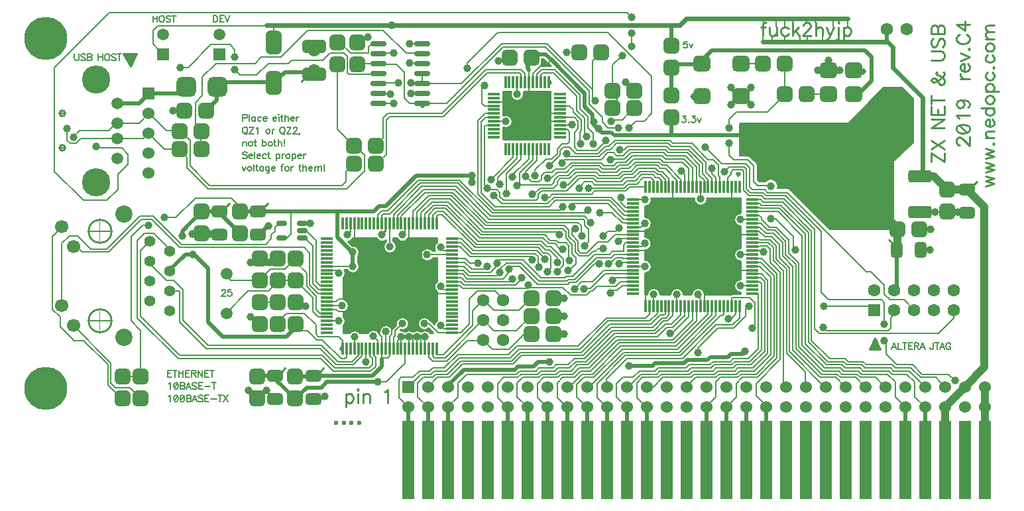
<source format=gtl>
G04*
G04  File:            ZXINET.GTL, Wed Apr 03 20:41:27 2019*
G04  Source:          P-CAD 2006 PCB, Version 19.02.958, (Z:\home\lvd\d\zxiznet\pcad\revD\zxinet.pcb)*
G04  Format:          Gerber Format (RS-274-D), ASCII*
G04*
G04  Format Options:  Absolute Positioning*
G04                   Leading-Zero Suppression*
G04                   Scale Factor 1:1*
G04                   NO Circular Interpolation*
G04                   Millimeter Units*
G04                   Numeric Format: 4.4 (XXXX.XXXX)*
G04                   G54 NOT Used for Aperture Change*
G04                   Apertures Embedded*
G04*
G04  File Options:    Offset = (0.000mm,0.000mm)*
G04                   Drill Symbol Size = 2.032mm*
G04                   No Pad/Via Holes*
G04*
G04  File Contents:   Pads*
G04                   Vias*
G04                   No Designators*
G04                   No Types*
G04                   No Values*
G04                   No Drill Symbols*
G04                   Top*
G04*
%INZXINET.GTL*%
%ICAS*%
%MOMM*%
G04*
G04  Aperture MACROs for general use --- invoked via D-code assignment *
G04*
G04  General MACRO for flashed round with rotation and/or offset hole *
%AMROTOFFROUND*
1,1,$1,0.0000,0.0000*
1,0,$2,$3,$4*%
G04*
G04  General MACRO for flashed oval (obround) with rotation and/or offset hole *
%AMROTOFFOVAL*
21,1,$1,$2,0.0000,0.0000,$3*
1,1,$4,$5,$6*
1,1,$4,0-$5,0-$6*
1,0,$7,$8,$9*%
G04*
G04  General MACRO for flashed oval (obround) with rotation and no hole *
%AMROTOVALNOHOLE*
21,1,$1,$2,0.0000,0.0000,$3*
1,1,$4,$5,$6*
1,1,$4,0-$5,0-$6*%
G04*
G04  General MACRO for flashed rectangle with rotation and/or offset hole *
%AMROTOFFRECT*
21,1,$1,$2,0.0000,0.0000,$3*
1,0,$4,$5,$6*%
G04*
G04  General MACRO for flashed rectangle with rotation and no hole *
%AMROTRECTNOHOLE*
21,1,$1,$2,0.0000,0.0000,$3*%
G04*
G04  General MACRO for flashed rounded-rectangle *
%AMROUNDRECT*
21,1,$1,$2-$4,0.0000,0.0000,$3*
21,1,$1-$4,$2,0.0000,0.0000,$3*
1,1,$4,$5,$6*
1,1,$4,$7,$8*
1,1,$4,0-$5,0-$6*
1,1,$4,0-$7,0-$8*
1,0,$9,$10,$11*%
G04*
G04  General MACRO for flashed rounded-rectangle with rotation and no hole *
%AMROUNDRECTNOHOLE*
21,1,$1,$2-$4,0.0000,0.0000,$3*
21,1,$1-$4,$2,0.0000,0.0000,$3*
1,1,$4,$5,$6*
1,1,$4,$7,$8*
1,1,$4,0-$5,0-$6*
1,1,$4,0-$7,0-$8*%
G04*
G04  General MACRO for flashed regular polygon *
%AMREGPOLY*
5,1,$1,0.0000,0.0000,$2,$3+$4*
1,0,$5,$6,$7*%
G04*
G04  General MACRO for flashed regular polygon with no hole *
%AMREGPOLYNOHOLE*
5,1,$1,0.0000,0.0000,$2,$3+$4*%
G04*
G04  General MACRO for target *
%AMTARGET*
6,0,0,$1,$2,$3,4,$4,$5,$6*%
G04*
G04  General MACRO for mounting hole *
%AMMTHOLE*
1,1,$1,0,0*
1,0,$2,0,0*
$1=$1-$2*
$1=$1/2*
21,1,$2+$1,$3,0,0,$4*
21,1,$3,$2+$1,0,0,$4*%
G04*
G04*
G04  D10 : "Ellipse X0.254mm Y0.254mm H0.000mm 0.0deg (0.000mm,0.000mm) Draw"*
G04  Disc: OuterDia=0.2540*
%ADD10C, 0.2540*%
G04  D11 : "Ellipse X0.381mm Y0.381mm H0.000mm 0.0deg (0.000mm,0.000mm) Draw"*
G04  Disc: OuterDia=0.3810*
%ADD11C, 0.3810*%
G04  D12 : "Ellipse X0.500mm Y0.500mm H0.000mm 0.0deg (0.000mm,0.000mm) Draw"*
G04  Disc: OuterDia=0.5000*
%ADD12C, 0.5000*%
G04  D13 : "Ellipse X0.070mm Y0.070mm H0.000mm 0.0deg (0.000mm,0.000mm) Draw"*
G04  Disc: OuterDia=0.0700*
%ADD13C, 0.0700*%
G04  D14 : "Ellipse X0.600mm Y0.600mm H0.000mm 0.0deg (0.000mm,0.000mm) Draw"*
G04  Disc: OuterDia=0.6000*
%ADD14C, 0.6000*%
G04  D15 : "Ellipse X0.700mm Y0.700mm H0.000mm 0.0deg (0.000mm,0.000mm) Draw"*
G04  Disc: OuterDia=0.7000*
%ADD15C, 0.7000*%
G04  D16 : "Ellipse X0.100mm Y0.100mm H0.000mm 0.0deg (0.000mm,0.000mm) Draw"*
G04  Disc: OuterDia=0.1000*
%ADD16C, 0.1000*%
G04  D17 : "Ellipse X1.000mm Y1.000mm H0.000mm 0.0deg (0.000mm,0.000mm) Draw"*
G04  Disc: OuterDia=1.0000*
%ADD17C, 1.0000*%
G04  D18 : "Ellipse X0.127mm Y0.127mm H0.000mm 0.0deg (0.000mm,0.000mm) Draw"*
G04  Disc: OuterDia=0.1270*
%ADD18C, 0.1270*%
G04  D19 : "Ellipse X0.150mm Y0.150mm H0.000mm 0.0deg (0.000mm,0.000mm) Draw"*
G04  Disc: OuterDia=0.1500*
%ADD19C, 0.1500*%
G04  D20 : "Ellipse X0.200mm Y0.200mm H0.000mm 0.0deg (0.000mm,0.000mm) Draw"*
G04  Disc: OuterDia=0.2000*
%ADD20C, 0.2000*%
G04  D21 : "Ellipse X0.250mm Y0.250mm H0.000mm 0.0deg (0.000mm,0.000mm) Draw"*
G04  Disc: OuterDia=0.2500*
%ADD21C, 0.2500*%
G04  D22 : "Ellipse X0.250mm Y0.250mm H0.000mm 0.0deg (0.000mm,0.000mm) Draw"*
G04  Disc: OuterDia=0.2500*
%ADD22C, 0.2500*%
G04  D23 : "Ellipse X2.581mm Y2.581mm H0.000mm 0.0deg (0.000mm,0.000mm) Flash"*
G04  Disc: OuterDia=2.5810*
%ADD23C, 2.5810*%
G04  D24 : "Ellipse X3.581mm Y3.581mm H0.000mm 0.0deg (0.000mm,0.000mm) Flash"*
G04  Disc: OuterDia=3.5810*
%ADD24C, 3.5810*%
G04  D25 : "Ellipse X3.600mm Y3.600mm H0.000mm 0.0deg (0.000mm,0.000mm) Flash"*
G04  Disc: OuterDia=3.6000*
%ADD25C, 3.6000*%
G04  D26 : "Ellipse X3.981mm Y3.981mm H0.000mm 0.0deg (0.000mm,0.000mm) Flash"*
G04  Disc: OuterDia=3.9810*
%ADD26C, 3.9810*%
G04  D27 : "Ellipse X0.981mm Y0.981mm H0.000mm 0.0deg (0.000mm,0.000mm) Flash"*
G04  Disc: OuterDia=0.9810*
%ADD27C, 0.9810*%
G04  D28 : "Ellipse X1.381mm Y1.381mm H0.000mm 0.0deg (0.000mm,0.000mm) Flash"*
G04  Disc: OuterDia=1.3810*
%ADD28C, 1.3810*%
G04  D29 : "Ellipse X1.400mm Y1.400mm H0.000mm 0.0deg (0.000mm,0.000mm) Flash"*
G04  Disc: OuterDia=1.4000*
%ADD29C, 1.4000*%
G04  D30 : "Ellipse X1.500mm Y1.500mm H0.000mm 0.0deg (0.000mm,0.000mm) Flash"*
G04  Disc: OuterDia=1.5000*
%ADD30C, 1.5000*%
G04  D31 : "Ellipse X1.524mm Y1.524mm H0.000mm 0.0deg (0.000mm,0.000mm) Flash"*
G04  Disc: OuterDia=1.5240*
%ADD31C, 1.5240*%
G04  D32 : "Ellipse X1.600mm Y1.600mm H0.000mm 0.0deg (0.000mm,0.000mm) Flash"*
G04  Disc: OuterDia=1.6000*
%ADD32C, 1.6000*%
G04  D33 : "Ellipse X1.700mm Y1.700mm H0.000mm 0.0deg (0.000mm,0.000mm) Flash"*
G04  Disc: OuterDia=1.7000*
%ADD33C, 1.7000*%
G04  D34 : "Ellipse X1.781mm Y1.781mm H0.000mm 0.0deg (0.000mm,0.000mm) Flash"*
G04  Disc: OuterDia=1.7810*
%ADD34C, 1.7810*%
G04  D35 : "Ellipse X1.881mm Y1.881mm H0.000mm 0.0deg (0.000mm,0.000mm) Flash"*
G04  Disc: OuterDia=1.8810*
%ADD35C, 1.8810*%
G04  D36 : "Ellipse X1.905mm Y1.905mm H0.000mm 0.0deg (0.000mm,0.000mm) Flash"*
G04  Disc: OuterDia=1.9050*
%ADD36C, 1.9050*%
G04  D37 : "Ellipse X1.981mm Y1.981mm H0.000mm 0.0deg (0.000mm,0.000mm) Flash"*
G04  Disc: OuterDia=1.9810*
%ADD37C, 1.9810*%
G04  D38 : "Ellipse X2.081mm Y2.081mm H0.000mm 0.0deg (0.000mm,0.000mm) Flash"*
G04  Disc: OuterDia=2.0810*
%ADD38C, 2.0810*%
G04  D39 : "Ellipse X2.200mm Y2.200mm H0.000mm 0.0deg (0.000mm,0.000mm) Flash"*
G04  Disc: OuterDia=2.2000*
%ADD39C, 2.2000*%
G04  D40 : "Mounting Hole X3.200mm Y3.200mm H0.000mm 0.0deg (0.000mm,0.000mm) Flash"*
G04  Mounting Hole: Diameter=3.2000, Rotation=0.0, LineWidth=0.1270 *
%ADD40MTHOLE, 3.2000 X2.6920 X0.1270 X0.0*%
G04  D41 : "Mounting Hole X0.600mm Y0.600mm H0.000mm 0.0deg (0.000mm,0.000mm) Flash"*
G04  Mounting Hole: Diameter=0.6000, Rotation=0.0, LineWidth=0.1270 *
%ADD41MTHOLE, 0.6000 X0.0920 X0.1270 X0.0*%
G04  D42 : "Mounting Hole X1.000mm Y1.000mm H0.000mm 0.0deg (0.000mm,0.000mm) Flash"*
G04  Mounting Hole: Diameter=1.0000, Rotation=0.0, LineWidth=0.1270 *
%ADD42MTHOLE, 1.0000 X0.4920 X0.1270 X0.0*%
G04  D43 : "Rounded Rectangle X2.581mm Y2.381mm H0.000mm 0.0deg (0.000mm,0.000mm) Flash"*
G04  RoundRct: DimX=2.5810, DimY=2.3810, CornerRad=0.5953, Rotation=0.0, OffsetX=0.0000, OffsetY=0.0000, HoleDia=0.0000 *
%ADD43ROUNDRECTNOHOLE, 2.5810 X2.3810 X0.0 X1.1905 X-0.6953 X-0.5953 X-0.6953 X0.5953*%
G04  D44 : "Rounded Rectangle X2.881mm Y2.881mm H0.000mm 0.0deg (0.000mm,0.000mm) Flash"*
G04  RoundRct: DimX=2.8810, DimY=2.8810, CornerRad=0.7203, Rotation=0.0, OffsetX=0.0000, OffsetY=0.0000, HoleDia=0.0000 *
%ADD44ROUNDRECTNOHOLE, 2.8810 X2.8810 X0.0 X1.4405 X-0.7203 X-0.7203 X-0.7203 X0.7203*%
G04  D45 : "Rounded Rectangle X3.000mm Y1.600mm H0.000mm 0.0deg (0.000mm,0.000mm) Flash"*
G04  RoundRct: DimX=3.0000, DimY=1.6000, CornerRad=0.4000, Rotation=0.0, OffsetX=0.0000, OffsetY=0.0000, HoleDia=0.0000 *
%ADD45ROUNDRECTNOHOLE, 3.0000 X1.6000 X0.0 X0.8000 X-1.1000 X-0.4000 X-1.1000 X0.4000*%
G04  D46 : "Rounded Rectangle X2.000mm Y3.000mm H0.000mm 0.0deg (0.000mm,0.000mm) Flash"*
G04  RoundRct: DimX=2.0000, DimY=3.0000, CornerRad=0.5000, Rotation=0.0, OffsetX=0.0000, OffsetY=0.0000, HoleDia=0.0000 *
%ADD46ROUNDRECTNOHOLE, 2.0000 X3.0000 X0.0 X1.0000 X-0.5000 X-1.0000 X-0.5000 X1.0000*%
G04  D47 : "Rounded Rectangle X3.381mm Y1.981mm H0.000mm 0.0deg (0.000mm,0.000mm) Flash"*
G04  RoundRct: DimX=3.3810, DimY=1.9810, CornerRad=0.4953, Rotation=0.0, OffsetX=0.0000, OffsetY=0.0000, HoleDia=0.0000 *
%ADD47ROUNDRECTNOHOLE, 3.3810 X1.9810 X0.0 X0.9905 X-1.1953 X-0.4953 X-1.1953 X0.4953*%
G04  D48 : "Rounded Rectangle X2.381mm Y3.381mm H0.000mm 0.0deg (0.000mm,0.000mm) Flash"*
G04  RoundRct: DimX=2.3810, DimY=3.3810, CornerRad=0.5953, Rotation=0.0, OffsetX=0.0000, OffsetY=0.0000, HoleDia=0.0000 *
%ADD48ROUNDRECTNOHOLE, 2.3810 X3.3810 X0.0 X1.1905 X-0.5953 X-1.0953 X-0.5953 X1.0953*%
G04  D49 : "Rounded Rectangle X2.000mm Y0.500mm H0.000mm 0.0deg (0.000mm,0.000mm) Flash"*
G04  RoundRct: DimX=2.0000, DimY=0.5000, CornerRad=0.1250, Rotation=0.0, OffsetX=0.0000, OffsetY=0.0000, HoleDia=0.0000 *
%ADD49ROUNDRECTNOHOLE, 2.0000 X0.5000 X0.0 X0.2500 X-0.8750 X-0.1250 X-0.8750 X0.1250*%
G04  D50 : "Rounded Rectangle X6.200mm Y5.800mm H0.000mm 0.0deg (0.000mm,0.000mm) Flash"*
G04  RoundRct: DimX=6.2000, DimY=5.8000, CornerRad=1.4500, Rotation=0.0, OffsetX=0.0000, OffsetY=0.0000, HoleDia=0.0000 *
%ADD50ROUNDRECTNOHOLE, 6.2000 X5.8000 X0.0 X2.9000 X-1.6500 X-1.4500 X-1.6500 X1.4500*%
G04  D51 : "Rounded Rectangle X6.581mm Y6.181mm H0.000mm 0.0deg (0.000mm,0.000mm) Flash"*
G04  RoundRct: DimX=6.5810, DimY=6.1810, CornerRad=1.5453, Rotation=0.0, OffsetX=0.0000, OffsetY=0.0000, HoleDia=0.0000 *
%ADD51ROUNDRECTNOHOLE, 6.5810 X6.1810 X0.0 X3.0905 X-1.7453 X-1.5453 X-1.7453 X1.5453*%
G04  D52 : "Rounded Rectangle X1.300mm Y0.700mm H0.000mm 0.0deg (0.000mm,0.000mm) Flash"*
G04  RoundRct: DimX=1.3000, DimY=0.7000, CornerRad=0.1750, Rotation=0.0, OffsetX=0.0000, OffsetY=0.0000, HoleDia=0.0000 *
%ADD52ROUNDRECTNOHOLE, 1.3000 X0.7000 X0.0 X0.3500 X-0.4750 X-0.1750 X-0.4750 X0.1750*%
G04  D53 : "Rounded Rectangle X2.381mm Y0.881mm H0.000mm 0.0deg (0.000mm,0.000mm) Flash"*
G04  RoundRct: DimX=2.3810, DimY=0.8810, CornerRad=0.2203, Rotation=0.0, OffsetX=0.0000, OffsetY=0.0000, HoleDia=0.0000 *
%ADD53ROUNDRECTNOHOLE, 2.3810 X0.8810 X0.0 X0.4405 X-0.9703 X-0.2203 X-0.9703 X0.2203*%
G04  D54 : "Rounded Rectangle X1.681mm Y1.081mm H0.000mm 0.0deg (0.000mm,0.000mm) Flash"*
G04  RoundRct: DimX=1.6810, DimY=1.0810, CornerRad=0.2703, Rotation=0.0, OffsetX=0.0000, OffsetY=0.0000, HoleDia=0.0000 *
%ADD54ROUNDRECTNOHOLE, 1.6810 X1.0810 X0.0 X0.5405 X-0.5702 X-0.2703 X-0.5702 X0.2703*%
G04  D55 : "Rounded Rectangle X1.500mm Y2.000mm H0.000mm 0.0deg (0.000mm,0.000mm) Flash"*
G04  RoundRct: DimX=1.5000, DimY=2.0000, CornerRad=0.3750, Rotation=0.0, OffsetX=0.0000, OffsetY=0.0000, HoleDia=0.0000 *
%ADD55ROUNDRECTNOHOLE, 1.5000 X2.0000 X0.0 X0.7500 X-0.3750 X-0.6250 X-0.3750 X0.6250*%
G04  D56 : "Rounded Rectangle X2.000mm Y1.500mm H0.000mm 0.0deg (0.000mm,0.000mm) Flash"*
G04  RoundRct: DimX=2.0000, DimY=1.5000, CornerRad=0.3750, Rotation=0.0, OffsetX=0.0000, OffsetY=0.0000, HoleDia=0.0000 *
%ADD56ROUNDRECTNOHOLE, 2.0000 X1.5000 X0.0 X0.7500 X-0.6250 X-0.3750 X-0.6250 X0.3750*%
G04  D57 : "Rounded Rectangle X1.600mm Y0.300mm H0.000mm 0.0deg (0.000mm,0.000mm) Flash"*
G04  RoundRct: DimX=1.6000, DimY=0.3000, CornerRad=0.0750, Rotation=0.0, OffsetX=0.0000, OffsetY=0.0000, HoleDia=0.0000 *
%ADD57ROUNDRECTNOHOLE, 1.6000 X0.3000 X0.0 X0.1500 X-0.7250 X-0.0750 X-0.7250 X0.0750*%
G04  D58 : "Rounded Rectangle X0.300mm Y1.600mm H0.000mm 0.0deg (0.000mm,0.000mm) Flash"*
G04  RoundRct: DimX=0.3000, DimY=1.6000, CornerRad=0.0750, Rotation=0.0, OffsetX=0.0000, OffsetY=0.0000, HoleDia=0.0000 *
%ADD58ROUNDRECTNOHOLE, 0.3000 X1.6000 X0.0 X0.1500 X-0.0750 X-0.7250 X-0.0750 X0.7250*%
G04  D59 : "Rounded Rectangle X3.000mm Y1.700mm H0.000mm 0.0deg (0.000mm,0.000mm) Flash"*
G04  RoundRct: DimX=3.0000, DimY=1.7000, CornerRad=0.4250, Rotation=0.0, OffsetX=0.0000, OffsetY=0.0000, HoleDia=0.0000 *
%ADD59ROUNDRECTNOHOLE, 3.0000 X1.7000 X0.0 X0.8500 X-1.0750 X-0.4250 X-1.0750 X0.4250*%
G04  D60 : "Rounded Rectangle X1.881mm Y2.381mm H0.000mm 0.0deg (0.000mm,0.000mm) Flash"*
G04  RoundRct: DimX=1.8810, DimY=2.3810, CornerRad=0.4703, Rotation=0.0, OffsetX=0.0000, OffsetY=0.0000, HoleDia=0.0000 *
%ADD60ROUNDRECTNOHOLE, 1.8810 X2.3810 X0.0 X0.9405 X-0.4703 X-0.7203 X-0.4703 X0.7203*%
G04  D61 : "Rounded Rectangle X2.381mm Y1.881mm H0.000mm 0.0deg (0.000mm,0.000mm) Flash"*
G04  RoundRct: DimX=2.3810, DimY=1.8810, CornerRad=0.4703, Rotation=0.0, OffsetX=0.0000, OffsetY=0.0000, HoleDia=0.0000 *
%ADD61ROUNDRECTNOHOLE, 2.3810 X1.8810 X0.0 X0.9405 X-0.7203 X-0.4703 X-0.7203 X0.4703*%
G04  D62 : "Rounded Rectangle X1.981mm Y0.681mm H0.000mm 0.0deg (0.000mm,0.000mm) Flash"*
G04  RoundRct: DimX=1.9810, DimY=0.6810, CornerRad=0.1703, Rotation=0.0, OffsetX=0.0000, OffsetY=0.0000, HoleDia=0.0000 *
%ADD62ROUNDRECTNOHOLE, 1.9810 X0.6810 X0.0 X0.3405 X-0.8203 X-0.1703 X-0.8203 X0.1703*%
G04  D63 : "Rounded Rectangle X0.681mm Y1.981mm H0.000mm 0.0deg (0.000mm,0.000mm) Flash"*
G04  RoundRct: DimX=0.6810, DimY=1.9810, CornerRad=0.1703, Rotation=0.0, OffsetX=0.0000, OffsetY=0.0000, HoleDia=0.0000 *
%ADD63ROUNDRECTNOHOLE, 0.6810 X1.9810 X0.0 X0.3405 X-0.1703 X-0.8203 X-0.1703 X0.8203*%
G04  D64 : "Rounded Rectangle X3.000mm Y2.000mm H0.000mm 0.0deg (0.000mm,0.000mm) Flash"*
G04  RoundRct: DimX=3.0000, DimY=2.0000, CornerRad=0.5000, Rotation=0.0, OffsetX=0.0000, OffsetY=0.0000, HoleDia=0.0000 *
%ADD64ROUNDRECTNOHOLE, 3.0000 X2.0000 X0.0 X1.0000 X-1.0000 X-0.5000 X-1.0000 X0.5000*%
G04  D65 : "Rounded Rectangle X2.000mm Y0.650mm H0.000mm 0.0deg (0.000mm,0.000mm) Flash"*
G04  RoundRct: DimX=2.0000, DimY=0.6500, CornerRad=0.1625, Rotation=0.0, OffsetX=0.0000, OffsetY=0.0000, HoleDia=0.0000 *
%ADD65ROUNDRECTNOHOLE, 2.0000 X0.6500 X0.0 X0.3250 X-0.8375 X-0.1625 X-0.8375 X0.1625*%
G04  D66 : "Rounded Rectangle X2.000mm Y2.000mm H0.000mm 0.0deg (0.000mm,0.000mm) Flash"*
G04  RoundRct: DimX=2.0000, DimY=2.0000, CornerRad=0.5000, Rotation=0.0, OffsetX=0.0000, OffsetY=0.0000, HoleDia=0.0000 *
%ADD66ROUNDRECTNOHOLE, 2.0000 X2.0000 X0.0 X1.0000 X-0.5000 X-0.5000 X-0.5000 X0.5000*%
G04  D67 : "Rounded Rectangle X3.381mm Y2.081mm H0.000mm 0.0deg (0.000mm,0.000mm) Flash"*
G04  RoundRct: DimX=3.3810, DimY=2.0810, CornerRad=0.5202, Rotation=0.0, OffsetX=0.0000, OffsetY=0.0000, HoleDia=0.0000 *
%ADD67ROUNDRECTNOHOLE, 3.3810 X2.0810 X0.0 X1.0405 X-1.1703 X-0.5202 X-1.1703 X0.5202*%
G04  D68 : "Rounded Rectangle X2.200mm Y2.000mm H0.000mm 0.0deg (0.000mm,0.000mm) Flash"*
G04  RoundRct: DimX=2.2000, DimY=2.0000, CornerRad=0.5000, Rotation=0.0, OffsetX=0.0000, OffsetY=0.0000, HoleDia=0.0000 *
%ADD68ROUNDRECTNOHOLE, 2.2000 X2.0000 X0.0 X1.0000 X-0.6000 X-0.5000 X-0.6000 X0.5000*%
G04  D69 : "Rounded Rectangle X3.381mm Y2.381mm H0.000mm 0.0deg (0.000mm,0.000mm) Flash"*
G04  RoundRct: DimX=3.3810, DimY=2.3810, CornerRad=0.5953, Rotation=0.0, OffsetX=0.0000, OffsetY=0.0000, HoleDia=0.0000 *
%ADD69ROUNDRECTNOHOLE, 3.3810 X2.3810 X0.0 X1.1905 X-1.0953 X-0.5953 X-1.0953 X0.5953*%
G04  D70 : "Rounded Rectangle X2.381mm Y1.031mm H0.000mm 0.0deg (0.000mm,0.000mm) Flash"*
G04  RoundRct: DimX=2.3810, DimY=1.0310, CornerRad=0.2578, Rotation=0.0, OffsetX=0.0000, OffsetY=0.0000, HoleDia=0.0000 *
%ADD70ROUNDRECTNOHOLE, 2.3810 X1.0310 X0.0 X0.5155 X-0.9328 X-0.2578 X-0.9328 X0.2578*%
G04  D71 : "Rounded Rectangle X2.381mm Y2.381mm H0.000mm 0.0deg (0.000mm,0.000mm) Flash"*
G04  RoundRct: DimX=2.3810, DimY=2.3810, CornerRad=0.5953, Rotation=0.0, OffsetX=0.0000, OffsetY=0.0000, HoleDia=0.0000 *
%ADD71ROUNDRECTNOHOLE, 2.3810 X2.3810 X0.0 X1.1905 X-0.5953 X-0.5953 X-0.5953 X0.5953*%
G04  D72 : "Rounded Rectangle X2.500mm Y2.500mm H0.000mm 0.0deg (0.000mm,0.000mm) Flash"*
G04  RoundRct: DimX=2.5000, DimY=2.5000, CornerRad=0.6250, Rotation=0.0, OffsetX=0.0000, OffsetY=0.0000, HoleDia=0.0000 *
%ADD72ROUNDRECTNOHOLE, 2.5000 X2.5000 X0.0 X1.2500 X-0.6250 X-0.6250 X-0.6250 X0.6250*%
G04  D73 : "Rectangle X1.500mm Y10.000mm H0.000mm 0.0deg (0.000mm,0.000mm) Flash"*
G04  Rectangular: DimX=1.5000, DimY=10.0000, Rotation=0.0, OffsetX=0.0000, OffsetY=0.0000, HoleDia=0.0000 *
%ADD73R, 1.5000 X10.0000*%
G04  D74 : "Rectangle X1.500mm Y1.500mm H0.000mm 0.0deg (0.000mm,0.000mm) Flash"*
G04  Square: Side=1.5000, Rotation=0.0, OffsetX=0.0000, OffsetY=0.0000, HoleDia=0.0000*
%ADD74R, 1.5000 X1.5000*%
G04  D75 : "Rectangle X1.524mm Y1.524mm H0.000mm 0.0deg (0.000mm,0.000mm) Flash"*
G04  Square: Side=1.5240, Rotation=0.0, OffsetX=0.0000, OffsetY=0.0000, HoleDia=0.0000*
%ADD75R, 1.5240 X1.5240*%
G04  D76 : "Rectangle X1.600mm Y0.300mm H0.000mm 0.0deg (0.000mm,0.000mm) Flash"*
G04  Rectangular: DimX=1.6000, DimY=0.3000, Rotation=0.0, OffsetX=0.0000, OffsetY=0.0000, HoleDia=0.0000 *
%ADD76R, 1.6000 X0.3000*%
G04  D77 : "Rectangle X0.300mm Y1.600mm H0.000mm 0.0deg (0.000mm,0.000mm) Flash"*
G04  Rectangular: DimX=0.3000, DimY=1.6000, Rotation=0.0, OffsetX=0.0000, OffsetY=0.0000, HoleDia=0.0000 *
%ADD77R, 0.3000 X1.6000*%
G04  D78 : "Rectangle X1.600mm Y1.600mm H0.000mm 0.0deg (0.000mm,0.000mm) Flash"*
G04  Square: Side=1.6000, Rotation=0.0, OffsetX=0.0000, OffsetY=0.0000, HoleDia=0.0000*
%ADD78R, 1.6000 X1.6000*%
G04  D79 : "Rectangle X1.881mm Y10.381mm H0.000mm 0.0deg (0.000mm,0.000mm) Flash"*
G04  Rectangular: DimX=1.8810, DimY=10.3810, Rotation=0.0, OffsetX=0.0000, OffsetY=0.0000, HoleDia=0.0000 *
%ADD79R, 1.8810 X10.3810*%
G04  D80 : "Rectangle X1.881mm Y1.881mm H0.000mm 0.0deg (0.000mm,0.000mm) Flash"*
G04  Square: Side=1.8810, Rotation=0.0, OffsetX=0.0000, OffsetY=0.0000, HoleDia=0.0000*
%ADD80R, 1.8810 X1.8810*%
G04  D81 : "Rectangle X1.905mm Y1.905mm H0.000mm 0.0deg (0.000mm,0.000mm) Flash"*
G04  Square: Side=1.9050, Rotation=0.0, OffsetX=0.0000, OffsetY=0.0000, HoleDia=0.0000*
%ADD81R, 1.9050 X1.9050*%
G04  D82 : "Rectangle X1.981mm Y0.681mm H0.000mm 0.0deg (0.000mm,0.000mm) Flash"*
G04  Rectangular: DimX=1.9810, DimY=0.6810, Rotation=0.0, OffsetX=0.0000, OffsetY=0.0000, HoleDia=0.0000 *
%ADD82R, 1.9810 X0.6810*%
G04  D83 : "Rectangle X0.681mm Y1.981mm H0.000mm 0.0deg (0.000mm,0.000mm) Flash"*
G04  Rectangular: DimX=0.6810, DimY=1.9810, Rotation=0.0, OffsetX=0.0000, OffsetY=0.0000, HoleDia=0.0000 *
%ADD83R, 0.6810 X1.9810*%
G04  D84 : "Rectangle X1.981mm Y1.981mm H0.000mm 0.0deg (0.000mm,0.000mm) Flash"*
G04  Square: Side=1.9810, Rotation=0.0, OffsetX=0.0000, OffsetY=0.0000, HoleDia=0.0000*
%ADD84R, 1.9810 X1.9810*%
G04  D85 : "Ellipse X5.500mm Y5.500mm H0.000mm 0.0deg (0.000mm,0.000mm) Flash"*
G04  Disc: OuterDia=5.5000*
%ADD85C, 5.5000*%
G04  D86 : "Ellipse X5.881mm Y5.881mm H0.000mm 0.0deg (0.000mm,0.000mm) Flash"*
G04  Disc: OuterDia=5.8810*
%ADD86C, 5.8810*%
G04  D87 : "Ellipse X1.000mm Y1.000mm H0.000mm 0.0deg (0.000mm,0.000mm) Flash"*
G04  Disc: OuterDia=1.0000*
%ADD87C, 1.0000*%
G04*
%FSLAX44Y44*%
%SFA1B1*%
%OFA0.000B0.000*%
G04*
G71*
G90*
G01*
D2*
%LNTop*%
D20*
X214000Y4166000*
X204000Y4176000D1*
X216000Y4181000D2*
X216200D1*
X216500Y4180700*
X214000Y4154000D2*
Y4166000D1*
X204000Y4269000D2*
X216000Y4281000D1*
X216500Y4281800D2*
X216000Y4281000D1*
X227000Y4388000D2*
X223000Y4392000D1*
Y4407000*
X303000Y4076000D2*
X285000D1*
X279000Y4082000*
X294000Y4062060D2*
X293000Y4062000D1*
X292000*
X275000Y4079000*
X279000Y4082000D2*
Y4107000D1*
X275000Y4079000D2*
Y4105000D1*
X231000Y4155000D2*
X231400D1*
X231700Y4155300*
X244000Y4136000D2*
X232000D1*
Y4256000D2*
X231700Y4256400D1*
X232000Y4256000D2*
X235000D1*
X242000Y4249000D2*
X235000Y4256000D1*
X274000Y4253000D2*
X253000D1*
X276000Y4249000D2*
X242000D1*
X288000Y4329000D2*
X274000Y4315000D1*
X244000*
X292000Y4414000D2*
X291000Y4415000D1*
X287000Y4414000D2*
X285000D1*
X291000Y4415000D2*
X287000Y4414000D1*
X292000*
X285000D2*
X282000Y4410000D1*
X276000Y4404000*
X239000D2*
X231000Y4396000D1*
X276000Y4404000D2*
X239000D1*
X241000Y4394000D2*
X287000D1*
X241000D2*
X235000Y4388000D1*
X260000Y4384000D2*
X262000Y4382000D1*
X293000*
X301000Y4374000*
Y4361000*
X288000Y4348000*
X317000Y4167000D2*
X367000Y4117000D1*
X353000Y4254000D2*
Y4250000D1*
X353100*
X354400Y4199500D2*
X354000Y4199000D1*
X367000*
X371000Y4201000D2*
X359000Y4213000D1*
D2*
D12*
X353000Y4225000*
Y4226000D1*
X353247Y4225320D2*
X353000Y4226000D1*
X353247Y4225320D2*
X353000Y4225000D1*
X354400Y4224900D2*
X353247Y4225320D1*
D2*
D20*
X353100Y4250000*
X354400Y4250300D1*
X329000Y4263000D2*
X317000Y4251000D1*
X359000Y4213000D2*
X350000D1*
D2*
D12*
X374000Y4246000*
X353247Y4225320D1*
D2*
D20*
X329000Y4234000*
Y4237600D1*
X350000Y4213000D2*
X329000Y4234000D1*
X322000Y4273000D2*
X334000D1*
D2*
D12*
X370000Y4270000*
Y4276000D1*
D2*
D20*
X333000Y4295000*
X316000D1*
X331000Y4291000D2*
X318000D1*
X319000Y4283000D2*
X327000D1*
X347000Y4293000D2*
X362000D1*
X366560Y4380960D2*
X364000Y4380000D1*
X365000Y4404000D2*
X366560Y4403820D1*
Y4380960D2*
X347000Y4381000D1*
X327000Y4401000D2*
X347000Y4381000D1*
X365000Y4404000D2*
X350000D1*
X327000Y4401000D2*
X320000Y4394000D1*
X373000Y4399000D2*
X371380D1*
X366560Y4403820*
X376000Y4357000D2*
Y4370000D1*
X372000Y4374000*
Y4375520*
X366560Y4380960*
D2*
D12*
X326375Y4452000*
X326333D1*
X322000*
D2*
D20*
X327000Y4426400*
Y4427000D1*
Y4426400D2*
Y4426000D1*
D2*
D12*
X326364Y4451990*
X326333Y4452000D1*
X327000Y4451800D2*
X326721Y4451883D1*
X326364Y4451990*
X328000Y4452000D2*
X326375D1*
X328000D2*
X327000Y4451800D1*
X327729Y4451886D2*
X326375Y4452000D1*
X327000Y4451800D2*
X327729Y4451886D1*
X328000Y4452000*
X315000Y4439000D2*
X327729Y4451886D1*
X369000Y4452000D2*
X375000Y4460000D1*
X328000Y4452000D2*
X369000D1*
X373060Y4430000D2*
X358000D1*
D2*
D20*
X378000Y4485000*
X368000D1*
X340000Y4508000D2*
X333000Y4515000D1*
Y4532000*
X346000Y4501600D2*
X340000Y4508000D1*
X333000Y4532000D2*
X339000Y4538000D1*
D2*
D18*
X332587Y4551112*
Y4542778D1*
X338143Y4551112D2*
Y4542778D1*
X332587Y4547143D2*
X338143D1*
X343303Y4551112D2*
X342509Y4550715D1*
X341715Y4549921*
X341318Y4549128*
X340921Y4547937*
Y4545953*
X341318Y4544762*
X341715Y4543968*
X342509Y4543175*
X343303Y4542778*
X344890*
X345684Y4543175*
X346478Y4543968*
X346874Y4544762*
X347271Y4545953*
Y4547937*
X346874Y4549128*
X346478Y4549921*
X345684Y4550715*
X344890Y4551112*
X343303*
X355209Y4549921D2*
X354415Y4550715D1*
X353225Y4551112*
X351637*
X350446Y4550715*
X349653Y4549921*
Y4549128*
X350050Y4548334*
X350446Y4547937*
X351240Y4547540*
X353621Y4546746*
X354415Y4546350*
X354812Y4545953*
X355209Y4545159*
Y4543968*
X354415Y4543175*
X353225Y4542778*
X351637*
X350446Y4543175*
X349653Y4543968*
X359575Y4551112D2*
Y4542778D1*
X356796Y4551112D2*
X362353D1*
D2*
D12*
X403000Y4160000*
X422000Y4141000D1*
D2*
D20*
X425000Y4170000*
X427000Y4170200D1*
X426000Y4219000D2*
X432000Y4213000D1*
X427000Y4221000D2*
X426000Y4219000D1*
D2*
D12*
X385000Y4246000*
X384000D1*
X385000D2*
X403000Y4228000D1*
D2*
D20*
X420000Y4297000*
X425000Y4305000D1*
X426890Y4307350D2*
X425000Y4305000D1*
X418000Y4301000D2*
X426890Y4307350D1*
X387000Y4318000D2*
X433000D1*
D2*
D12*
X444000Y4300940*
X446024Y4300945D1*
D2*
D20*
X444000Y4307000D1*
X433000Y4318000D2*
X444000Y4307000D1*
D2*
D12*
Y4273000*
X420000Y4297000D1*
X406000Y4272000D2*
X418000Y4271000D1*
D2*
D20*
Y4301000*
X417000D1*
D2*
D12*
X395000D1*
D2*
D20*
X394500Y4380960*
X394000Y4382000D1*
Y4403000*
X394500Y4403820D2*
X394000Y4403000D1*
X394500Y4403820D2*
X396000Y4404000D1*
X400000D2*
X399820Y4403820D1*
X394500*
X387000Y4404000D2*
X396000D1*
X400000*
D2*
D12*
X415000Y4460000*
X421000Y4466000D1*
X401000Y4430000D2*
X414000Y4443000D1*
X413000Y4466000*
X415000Y4464000*
Y4460000*
D2*
D20*
X396000Y4473000*
Y4449000D1*
X387000Y4440000*
X413000Y4490000D2*
X396000Y4473000D1*
X444000Y4475000D2*
X437000Y4482000D1*
Y4508000D2*
X431000Y4514000D1*
X437000Y4498000D2*
Y4508000D1*
X407000Y4514000D2*
X431000D1*
D2*
D18*
X409615Y4551307*
Y4542826D1*
X412442*
X413653Y4543230*
X414461Y4544038*
X414865Y4544846*
X415269Y4546057*
Y4548076*
X414865Y4549288*
X414461Y4550095*
X413653Y4550903*
X412442Y4551307*
X409615*
X423345D2*
X418095D1*
Y4542826*
X423345*
X418095Y4547269D2*
X421326D1*
X424557Y4551307D2*
X427787Y4542826D1*
X431018Y4551307*
D2*
D12*
X466000Y4090000*
Y4091000D1*
X514000Y4062000D2*
X488000Y4088000D1*
Y4091000*
X466000D2*
X488000D1*
X489000*
X529000Y4076000D2*
X514000Y4061000D1*
Y4062000*
D2*
D20*
X489000Y4061000*
X478000Y4072000D1*
X466000Y4062060D2*
X478000Y4072000D1*
X466000Y4062060D2*
X465000Y4062000D1*
X497890Y4097350D2*
X489000Y4091000D1*
X503000Y4171000D2*
X492000Y4160000D1*
Y4157000D2*
Y4160000D1*
X469000Y4185000D2*
X492000D1*
Y4184940D2*
Y4185000D1*
X526000Y4171000D2*
X503000D1*
X515000Y4184940D2*
X520000Y4180000D1*
X469000Y4157060D2*
X460000Y4166000D1*
X528000Y4180000D2*
X520000D1*
X511000Y4149000D2*
X515000Y4157000D1*
D2*
D12*
X503000Y4141000*
X511000Y4149000D1*
D2*
D20*
X530000*
X511000D1*
X477000Y4259000D2*
X484000Y4266000D1*
X492000Y4213000D2*
X515000D1*
Y4240940D2*
Y4236000D1*
X469000Y4213000D2*
X483000Y4227000D1*
X501000*
X515000Y4240940D2*
Y4241000D1*
X501000Y4227000D2*
X515000Y4241000D1*
X462000D2*
X469000D1*
Y4240940D2*
Y4241000D1*
X481000Y4236000D2*
X486000Y4241000D1*
X492000*
Y4240940D2*
Y4241000D1*
Y4213000D2*
Y4211000D1*
X515000Y4213000D2*
X517000Y4211000D1*
X529000Y4222000D2*
X515000Y4236000D1*
X492000Y4211000D2*
X480000Y4199000D1*
X529000Y4205000D2*
Y4222000D1*
X517000Y4211000D2*
X519000Y4209000D1*
X481000Y4300000D2*
X467000D1*
D2*
D22*
X475890Y4307350*
X473350D1*
X467000Y4301000*
D2*
D20*
X523500Y4276500*
X530000Y4275000D1*
X523500Y4286000D2*
X524000Y4287000D1*
D2*
D12*
X467000Y4301000*
X509000D1*
D2*
D20*
X467000Y4300000*
Y4300378D1*
Y4301000*
X481000Y4300000D2*
X467000Y4300378D1*
X489000Y4276000D2*
Y4281000D1*
X494000Y4286000D2*
X497500D1*
X489000Y4281000D2*
X494000Y4286000D1*
X509000Y4301000D2*
Y4272000D1*
D2*
D12*
X480000Y4282000*
X467000Y4271000D1*
D2*
D20*
X489000Y4276000*
X484000Y4271000D1*
D2*
D22*
X475890Y4307350*
X479700Y4311160D1*
D2*
D12*
X482000Y4460000*
X487000Y4465000D1*
X493000Y4466000D2*
X492000Y4465000D1*
X487000*
X501000Y4479000D2*
X488000Y4466000D1*
X487000Y4465000*
X488000Y4466000D2*
X493000D1*
D2*
D20*
X510000Y4494000*
X506000Y4490000D1*
X480000*
X465000Y4475000*
D2*
D14*
X487000Y4539000*
X478000D1*
D2*
D20*
X530000Y4532000*
X496000Y4498000D1*
X471000*
X487000Y4539000D2*
Y4538000D1*
Y4517000D2*
Y4538000D1*
D2*
D12*
X538000Y4090000*
Y4091000D1*
Y4086000D2*
Y4090000D1*
X555000Y4083000D2*
X548000Y4076000D1*
D2*
D20*
X589000Y4105000*
X567000D1*
X587000Y4109000D2*
X569000D1*
X552000Y4065000D2*
X548000Y4061000D1*
X538000D2*
X548000D1*
D2*
D22*
X538000Y4091000*
X544350Y4097350D1*
D2*
D20*
X546890*
X545000Y4097000D1*
X544350Y4097350D2*
X545000Y4097000D1*
X573000Y4113000D2*
X578000D1*
X563000Y4097000D2*
X547000Y4113000D1*
D2*
D12*
X538000Y4086000*
Y4091000D1*
D2*
D20*
X600000Y4126000*
Y4116000D1*
X595000Y4126000D2*
Y4117000D1*
X555000Y4171000D2*
X546000D1*
X590000Y4126000D2*
Y4141000D1*
X599000Y4186000D2*
X606000Y4189000D1*
X570000D2*
X606000D1*
X567000Y4186000D2*
X570000Y4189000D1*
X555000Y4186000D2*
X567000D1*
X555000Y4176000D2*
X567000D1*
X570000Y4173000*
X594000*
Y4164000D2*
Y4173000D1*
X555000Y4161000D2*
X570000D1*
X555000Y4181000D2*
X574000D1*
X546000Y4171000D2*
X541000Y4176000D1*
X555000Y4166000D2*
X544000D1*
X541000Y4144000D2*
X544000Y4141000D1*
X570000*
X575000Y4136000*
Y4126000*
X549000Y4137000D2*
X542000D1*
X544000Y4166000D2*
X537000Y4173000D1*
X541000Y4144000D2*
Y4156000D1*
X555000Y4196000D2*
X544000D1*
X555000Y4201000D2*
X545000D1*
X537000Y4209000D2*
X545000Y4201000D1*
X555000Y4206000D2*
X546000D1*
X541000Y4211000*
X590000Y4264000D2*
X606000Y4248000D1*
X566000Y4226000D2*
X570000Y4222000D1*
X555000Y4226000D2*
X566000D1*
D2*
D12*
X587000Y4249000*
X588000D1*
Y4231000*
D2*
D20*
X555000*
X588000D1*
X541000Y4211000D2*
Y4264000D1*
X537000Y4209000D2*
Y4257000D1*
X585000Y4276000D2*
X581000Y4271000D1*
X585000Y4276000D2*
Y4286000D1*
Y4275000D2*
Y4276000D1*
Y4275000D2*
X581000Y4271000D1*
X579000Y4339000D2*
X574000Y4334000D1*
X589060Y4362000D2*
X579000Y4352000D1*
X589060Y4385000D2*
X589000Y4386000D1*
X597000Y4379000D2*
X603000Y4373000D1*
Y4353000*
X589000Y4386000D2*
X589298Y4385738D1*
X597000Y4379000*
X589060Y4385000D2*
X589298Y4385738D1*
X591000Y4383000*
X568000Y4406000*
X591000Y4486000D2*
X592000D1*
X594000Y4489000*
X591000Y4486000*
Y4490000D2*
X594000Y4489000D1*
D2*
D12*
X539000Y4481300*
X544000Y4479000D1*
D2*
D20*
X583000Y4476000*
X581000Y4478000D1*
X608000Y4503000D2*
Y4511000D1*
X591000Y4524000D2*
X594000Y4516940D1*
X591000Y4524000D2*
X607000D1*
X585000Y4503000D2*
X608000D1*
X571000Y4517000D2*
X585000Y4503000D1*
X571000Y4517000D2*
X568000Y4516940D1*
X581000Y4499000D2*
X577000Y4503000D1*
X559000*
X534500Y4539000D2*
X582000Y4540000D1*
X647000Y4086000D2*
Y4063000D1*
X658000Y4052000*
X683930Y4051070D2*
X684000Y4051000D1*
X671000Y4064000D2*
X683930Y4051070D1*
Y4051170D2*
X684000Y4051000D1*
X658530Y4051170D2*
X658000Y4052000D1*
X658530Y4076570D2*
X659000Y4077000D1*
X683930Y4076570D2*
X684000Y4077000D1*
X671000Y4082000D2*
Y4064000D1*
Y4082000D2*
X678000Y4089000D1*
X659000Y4077000D2*
X675000Y4093000D1*
X673000Y4097000D2*
X665000Y4089000D1*
X650000*
X647000Y4086000D2*
X650000Y4089000D1*
D2*
D12*
X613000Y4091000*
X625000Y4103000D1*
D2*
D20*
X617000*
X611000Y4097000D1*
X613000Y4105000D2*
Y4113000D1*
X655000Y4107000D2*
X631000Y4083000D1*
X620000D2*
X631000D1*
X615000Y4126000D2*
Y4117000D1*
Y4141000D2*
X620000Y4136000D1*
Y4126000D2*
Y4136000D1*
X615000Y4141000D2*
X614000Y4142000D1*
X622000Y4165000D2*
X638000D1*
X645000Y4126000D2*
Y4136000D1*
X650000Y4141000*
Y4126000D2*
Y4141000D1*
X660000Y4126000D2*
Y4141000D1*
X665000Y4126000D2*
Y4141000D1*
X670000Y4126000D2*
Y4141000D1*
X675000Y4126000D2*
Y4141000D1*
X680000Y4126000D2*
Y4141000D1*
D2*
D12*
X660000*
X650000D1*
X670000D2*
X665000D1*
X660000*
X680000D2*
X675000D1*
X670000*
D2*
D20*
X630000Y4126000*
Y4148000D1*
X635000Y4141000D2*
X638000Y4144000D1*
X635000Y4116000D2*
Y4126000D1*
Y4141000*
X638000Y4162000D2*
Y4165000D1*
X622000Y4144000D2*
Y4165000D1*
Y4144000D2*
X625000Y4141000D1*
Y4126000D2*
Y4141000D1*
X640000Y4140000D2*
X642000Y4142000D1*
X640000Y4126000D2*
Y4140000D1*
X642000Y4142000D2*
Y4149000D1*
X651000Y4158000*
X638000Y4162000D2*
Y4158000D1*
Y4165000D2*
Y4158000D1*
Y4144000D2*
Y4158000D1*
X647000Y4252000D2*
X668000D1*
X674000Y4196000D2*
X671000Y4193000D1*
X683000Y4246000D2*
X680000D1*
Y4286000D2*
Y4298000D1*
X675000Y4286000D2*
Y4299000D1*
X670000Y4286000D2*
Y4300000D1*
X665000Y4286000D2*
Y4301000D1*
X650000Y4286000D2*
Y4295000D1*
X680000Y4325000*
X645000Y4286000D2*
Y4296000D1*
X678000Y4329000*
X640000Y4286000D2*
Y4297000D1*
X676000Y4333000*
X625000Y4286000D2*
Y4296000D1*
X627000Y4298000*
X635000*
X674000Y4337000*
X620000Y4286000D2*
Y4297000D1*
X625000Y4302000*
X633000*
X672000Y4341000*
X655000Y4286000D2*
Y4275000D1*
X651000Y4271000*
D2*
D12*
X615000Y4301000*
X622000Y4308000D1*
X630000*
D2*
D20*
Y4277000*
X625000Y4271000D1*
X630000Y4277000D2*
Y4286000D1*
Y4276000D2*
Y4277000D1*
Y4276000D2*
X625000Y4271000D1*
X622000Y4365000D2*
X617000Y4362000D1*
Y4385000D2*
X627000Y4395000D1*
X622000Y4365000D2*
X631000Y4374000D1*
Y4418000*
X621120Y4477100D2*
X621000Y4477000D1*
X621120Y4439000D2*
X640000D1*
X677000D2*
Y4440000D1*
Y4489800D2*
Y4491000D1*
Y4464000D2*
Y4464400D1*
Y4491000D2*
X661000D1*
X677000Y4440000D2*
X670000Y4439000D1*
X661000*
X615000Y4489000D2*
X615800Y4489800D1*
X621120*
X613000Y4490000*
X677000Y4451700D2*
X672000Y4452000D1*
X621120Y4464400D2*
X620000Y4465000D1*
X646000*
X681000D2*
X680400Y4464400D1*
X677000*
Y4465000*
Y4477100*
Y4465000D2*
X681000D1*
X662000D2*
X677000D1*
X672000Y4452000D2*
X662000D1*
X654000Y4446000D2*
Y4479000D1*
X644000Y4489000*
X654000Y4446000D2*
X661000Y4439000D1*
X644000Y4489000D2*
X615000D1*
X621000Y4477000D2*
X614000Y4476000D1*
X621120Y4451700D2*
X621000Y4451000D1*
X636000*
X621120Y4515200D2*
X620000Y4515000D1*
X621120Y4502500D2*
X621000Y4503000D1*
X640000*
X677000Y4515200D2*
X678000Y4515000D1*
X661000D2*
X678000D1*
X625000D2*
X624800Y4515200D1*
X621120*
X612000Y4515000D2*
X620000D1*
X625000*
X677000Y4502500D2*
X668000Y4503000D1*
X656000*
X627000Y4532000*
X722000Y4082000D2*
Y4064000D1*
X709000Y4051000*
X709330Y4051170D2*
X709000Y4051000D1*
D2*
D12*
Y4078000*
X709330Y4076570D1*
X709000Y4078000D2*
X730000Y4099000D1*
D2*
D20*
X733000Y4093000*
X722000Y4082000D1*
X696000Y4089000D2*
X711000D1*
X728000Y4106000D2*
X711000Y4089000D1*
X690000D2*
X694000Y4093000D1*
X709000*
X726000Y4110000D2*
X709000Y4093000D1*
X688000D2*
X692000Y4097000D1*
X707000*
X705000Y4101000D2*
X690000D1*
Y4110000D2*
X708000D1*
X695000Y4126000D2*
Y4118000D1*
X690000Y4126000D2*
Y4116000D1*
X695000Y4118000D2*
X704000D1*
X715000Y4151000D2*
X704000D1*
X700000Y4155000*
X697000Y4146000D2*
X715000D1*
X726000*
X754700Y4136610D2*
X754000Y4136000D1*
X754700Y4136610D2*
X756000Y4135000D1*
X754000Y4187000D2*
X754700Y4187410D1*
X756000Y4187000*
X754000D2*
X741000Y4174000D1*
X737000Y4157000D2*
Y4189000D1*
X726000Y4146000D2*
X737000Y4157000D1*
X741000Y4155000D2*
Y4174000D1*
X704000Y4118000D2*
X741000Y4155000D1*
X754000Y4162000D2*
X753000Y4161000D1*
X734000Y4136000D2*
X754000D1*
X755000Y4162000D2*
X753000Y4161000D1*
X755000Y4162000D2*
X754700Y4162010D1*
X754000Y4162000D2*
X754010Y4162010D1*
X754700*
X728000Y4203000D2*
X725000Y4206000D1*
X715000D2*
X725000D1*
X715000Y4211000D2*
X726000D1*
X730000Y4207000*
X715000Y4216000D2*
X727000D1*
X732000Y4211000*
X715000Y4221000D2*
X728000D1*
X734000Y4215000*
X715000Y4226000D2*
X729000D1*
X736000Y4219000*
X715000Y4231000D2*
X730000D1*
X738000Y4223000*
X715000Y4236000D2*
X731000D1*
X740000Y4227000*
X715000Y4256000D2*
X725000D1*
X738000Y4243000*
X715000Y4261000D2*
X726000D1*
X740000Y4247000*
X715000Y4266000D2*
X727000D1*
X742000Y4251000*
X740000Y4227000D2*
X758000D1*
X760000Y4231000*
X732000Y4241000D2*
X738000Y4235000D1*
X748000*
X732000Y4241000D2*
X715000D1*
X700000Y4205000D2*
X704000Y4201000D1*
X715000*
X700000Y4255000D2*
X704000Y4251000D1*
X715000*
X695000Y4286000D2*
Y4295000D1*
X697000Y4297000*
X690000Y4286000D2*
Y4296000D1*
X695000Y4301000*
X697000Y4297000D2*
X702000D1*
X695000Y4301000D2*
X704000D1*
X693000Y4305000D2*
X706000D1*
X691000Y4309000D2*
X708000D1*
X689000Y4313000D2*
X710000D1*
X687000Y4317000D2*
X712000D1*
X710000Y4313000D2*
X752000Y4271000D1*
X712000Y4317000D2*
X754000Y4275000D1*
X714000Y4321000D2*
X756000Y4279000D1*
X716000Y4325000D2*
X758000Y4283000D1*
X718000Y4329000D2*
X760000Y4287000D1*
X756000Y4335000D2*
X760000Y4331000D1*
X756000Y4409000D2*
X758000Y4411000D1*
Y4482000D2*
X702000Y4426000D1*
X760000Y4478000D2*
X704000Y4422000D1*
X734000Y4484000D2*
Y4491000D1*
X753000Y4439000D2*
Y4462000D1*
X756000*
X753000Y4439000D2*
X756000Y4436000D1*
X785000Y4051000D2*
X773000Y4063000D1*
Y4081000*
X798000Y4082000D2*
Y4064000D1*
X810930Y4051070*
X811000Y4051000*
X836000D2*
X824000Y4063000D1*
Y4081000*
X785530Y4051170D2*
X785000Y4051000D1*
X836330Y4051170D2*
X836000Y4051000D1*
D2*
D12*
X810930Y4051070*
Y4051170D1*
D2*
D20*
X811000Y4051000D1*
X773000Y4081000D2*
X781000Y4089000D1*
X824000Y4081000D2*
X832000Y4089000D1*
X798000Y4082000D2*
X805000Y4089000D1*
X826000*
X830000Y4093000*
X781000Y4089000D2*
X799000D1*
X803000Y4093000*
X824000*
X828000Y4097000*
X797000Y4093000D2*
X801000Y4097000D1*
X822000*
X826000Y4101000*
D2*
D12*
X795000Y4099000*
X799000Y4103000D1*
X819000*
X825000Y4109000*
D2*
D20*
X787000Y4118000*
X798000Y4129000D1*
X815000Y4167000D2*
X816000D1*
X780100Y4188900D2*
Y4187410D1*
X780000Y4189000D2*
X780100Y4188900D1*
X816000Y4144000D2*
X807000D1*
X766000Y4125000D2*
X788000D1*
X807000Y4144000*
X768000Y4149000D2*
X797000D1*
X815000Y4167000D2*
X797000Y4149000D1*
X768000Y4175000D2*
X800000D1*
X773000Y4232000D2*
X764000Y4223000D1*
X773000Y4232000D2*
X772000Y4235000D1*
X776000Y4239000*
X784000Y4235000D2*
X776000Y4227000D1*
Y4223000*
X772000Y4219000D2*
X776000Y4223000D1*
X786000Y4221000D2*
X780000Y4215000D1*
X786000Y4227000D2*
X788000D1*
X786000Y4221000D2*
Y4227000D1*
X788000Y4231000D2*
X786000Y4227000D1*
X792000Y4215000D2*
X788000Y4211000D1*
X804000Y4215000D2*
Y4216000D1*
X796000Y4207000D2*
X804000Y4215000D1*
X811111Y4204000D2*
X811000Y4203000D1*
Y4204000D2*
X811111D1*
X811000Y4203000D2*
X811250Y4204000D1*
X812000Y4207000*
X811111Y4204000D2*
X811250D1*
X811166Y4204500D2*
X811111Y4204000D1*
X811000D2*
X811166Y4204500D1*
X812000Y4207000*
X801000Y4231000D2*
X788000D1*
X801000D2*
X824000Y4208000D1*
X803000Y4235000D2*
X784000D1*
X803000D2*
X826000Y4212000D1*
X805000Y4239000D2*
X776000D1*
X805000D2*
X828000Y4216000D1*
X817000Y4243000D2*
Y4239000D1*
X825000Y4243000D2*
X821000Y4247000D1*
X825000Y4230000D2*
X826000D1*
X825000Y4243000D2*
Y4230000D1*
X833000Y4240000D2*
X836000Y4239000D1*
X834000Y4240000*
X833000*
X834000D2*
X823000Y4251000D1*
X832000Y4248000D2*
X825000Y4255000D1*
X837000Y4248000D2*
X832000D1*
X834000Y4252000D2*
X827000Y4259000D1*
X836000Y4256000D2*
X829000Y4263000D1*
X825000Y4318000D2*
Y4323000D1*
X829000Y4327000D2*
X825000Y4323000D1*
X822000Y4315000D2*
X825000Y4318000D1*
X781000Y4315000D2*
X822000D1*
X819000Y4323000D2*
X827000Y4331000D1*
X816000Y4339000D2*
X826000D1*
X829000Y4342000*
X802000Y4335000D2*
X801000Y4337000D1*
X778000Y4311000D2*
X837000D1*
X778000D2*
X768000Y4321000D1*
X781000Y4315000D2*
X776000Y4320000D1*
X772000Y4329000D2*
X776000Y4325000D1*
Y4320000*
X773000Y4339000D2*
X776000Y4336000D1*
X801000Y4337000D2*
X798000Y4334000D1*
X817000Y4323000D2*
X819000D1*
X813000Y4381000D2*
Y4368000D1*
X818000Y4380000D2*
Y4381000D1*
Y4367000D2*
Y4380000D1*
X823000Y4366000D2*
Y4381000D1*
X813000Y4368000D2*
X793000Y4348000D1*
X801000Y4350000D2*
X818000Y4367000D1*
X793000Y4381000D2*
Y4370000D1*
X798000Y4369000D2*
Y4381000D1*
X803000D2*
Y4368000D1*
X829000Y4347000D2*
X833000Y4351000D1*
X809000Y4352000D2*
Y4346000D1*
Y4352000D2*
X823000Y4366000D1*
X821000Y4347000D2*
Y4354000D1*
X835000Y4368000*
X768000Y4416000D2*
X783000D1*
X784000Y4349000D2*
X803000Y4368000D1*
X792000Y4345000D2*
X793000Y4348000D1*
X831000Y4478000D2*
X828000Y4475000D1*
Y4466000D2*
Y4475000D1*
X829000Y4482000D2*
X823000Y4476000D1*
Y4466000D2*
Y4476000D1*
X801000Y4478000D2*
X803000Y4476000D1*
Y4466000D2*
Y4476000D1*
X808000Y4466000D2*
Y4477000D1*
X803000Y4482000*
X798000Y4466000D2*
Y4451000D1*
D2*
D12*
X815000Y4433000*
X785000D1*
D2*
D20*
Y4441000*
Y4433000D1*
Y4441000D2*
X768000D1*
X813000Y4453000D2*
X815000Y4451000D1*
D2*
D12*
Y4433000*
Y4449571D1*
Y4451000*
D2*
D20*
Y4449571*
X811000Y4443000D1*
X818000Y4452000D2*
X815000Y4449571D1*
X813000Y4453000D2*
Y4466000D1*
Y4481000D2*
Y4466000D1*
D2*
D14*
X811000Y4492000*
Y4485000D1*
D2*
D12*
X813000Y4481000D1*
D2*
D20*
X786000Y4493000*
X774000D1*
X818000Y4466000D2*
Y4477000D1*
X830000Y4489000*
X836000*
X834000Y4511000D2*
X780000D1*
X778000Y4515000D2*
X836000D1*
D2*
D12*
X812000Y4502000*
X834000D1*
D2*
D20*
X849000Y4063000*
X861000Y4051000D1*
X849000Y4082000D2*
Y4063000D1*
X887000Y4051000D2*
X874000Y4064000D1*
X912000Y4051000D2*
X900000Y4063000D1*
X861730Y4051170D2*
X861000Y4051000D1*
X861730Y4076570D2*
X862000Y4077000D1*
X912530Y4051170D2*
X912000Y4051000D1*
X887130Y4051170D2*
X887000Y4051000D1*
X912000Y4078000D2*
X912530Y4076570D1*
X912000Y4078000D2*
Y4087000D1*
X900000Y4063000D2*
Y4081000D1*
X887130Y4076570D2*
X889000Y4076000D1*
X883000Y4089000D2*
X896000D1*
X874000Y4064000D2*
Y4080000D1*
X883000Y4089000*
X862000Y4077000D2*
X865000D1*
X881000Y4093000*
X894000*
X849000Y4082000D2*
X856000Y4089000D1*
X871000*
X879000Y4097000*
X892000*
X850000Y4089000D2*
X854000Y4093000D1*
X869000*
X877000Y4101000*
X890000*
X848000Y4093000D2*
X852000Y4097000D1*
X867000*
X875000Y4105000*
X888000*
X846000Y4097000D2*
X850000Y4101000D1*
X865000*
X873000Y4109000*
X886000*
X871000Y4113000D2*
X884000D1*
X844000Y4101000D2*
X848000Y4105000D1*
X863000D2*
X871000Y4113000D1*
X848000Y4105000D2*
X863000D1*
X843940Y4167000D2*
X858000D1*
X843940Y4144000D2*
X858000D1*
X912000Y4165000D2*
X876000Y4129000D1*
X909000Y4226000D2*
X894000Y4211000D1*
X892000Y4203000D2*
X910000Y4221000D1*
X894000Y4199000D2*
X900000Y4205000D1*
X892000Y4203000D2*
X883000D1*
X898000Y4250000D2*
X902000Y4254000D1*
X866000Y4194000D2*
X856000Y4204000D1*
X865000Y4210000D2*
X863000Y4208000D1*
Y4214000D2*
X861000Y4212000D1*
Y4218000D2*
X859000Y4216000D1*
X853000Y4253000D2*
X846000Y4260000D1*
X851000Y4261000D2*
X848000Y4264000D1*
X841000Y4244000D2*
Y4228000D1*
X849000Y4242000D2*
Y4236000D1*
X850000Y4225000D2*
X857000Y4232000D1*
Y4240000D2*
Y4232000D1*
X850000Y4225000D2*
X849000Y4224000D1*
X848000Y4264000D2*
X840000D1*
X841000Y4256000D2*
X857000Y4240000D1*
X853000Y4253000D2*
X856000D1*
X851000Y4261000D2*
X860000D1*
X864000Y4257000*
Y4238000*
X865000*
X868000Y4247000D2*
Y4259000D1*
X873000Y4242000D2*
X868000Y4247000D1*
X873000Y4234000D2*
Y4242000D1*
X865000Y4226000D2*
X863000D1*
X873000Y4234000D2*
X865000Y4226000D1*
X872000Y4261000D2*
Y4249000D1*
X876000Y4251000D2*
Y4263000D1*
X872000Y4249000D2*
X877000Y4244000D1*
X879000Y4248000D2*
X876000Y4251000D1*
X897000Y4234000D2*
X903000D1*
X892000Y4199000D2*
X894000D1*
X866000Y4194000D2*
X887000D1*
X892000Y4199000*
X883000Y4203000D2*
Y4202000D1*
X894000Y4211000D2*
X880000D1*
X873000Y4204000D2*
X871000Y4202000D1*
X873000Y4204000D2*
X880000Y4211000D1*
X873000Y4210000D2*
X865000D1*
X897000Y4234000D2*
X873000Y4210000D1*
X871000Y4214000D2*
X863000D1*
X899000Y4242000D2*
X871000Y4214000D1*
X869000Y4218000D2*
X861000D1*
X869000D2*
X897000Y4246000D1*
X895000Y4250000D2*
X898000D1*
X877000Y4244000D2*
X889000D1*
X895000Y4250000*
X887000Y4248000D2*
X879000D1*
X889000Y4262000D2*
X884000Y4257000D1*
X887000Y4248000D2*
X901000Y4262000D1*
X902000Y4254000D2*
X908000D1*
X857000Y4335000D2*
X863000D1*
X842000D2*
X845000Y4338000D1*
Y4341000*
X849000Y4336000D2*
Y4339000D1*
X844000Y4331000D2*
X849000Y4336000D1*
X853000Y4303000D2*
X856000Y4307000D1*
X877000Y4331000D2*
X884000Y4339000D1*
X868000Y4311000D2*
Y4307000D1*
X887000Y4299000D2*
X888000Y4303000D1*
X843000Y4323000D2*
X893000D1*
X848000Y4275000D2*
X852000Y4271000D1*
X860000Y4275000D2*
X856000Y4279000D1*
X858000Y4283000D2*
X864000Y4277000D1*
Y4269000*
X876000Y4287000D2*
X880000Y4283000D1*
X868000Y4279000D2*
X872000D1*
X868000Y4271000D2*
Y4279000D1*
X880000Y4270000D2*
X881000D1*
X880000D2*
Y4283000D1*
X892000Y4287000D2*
X884000Y4295000D1*
X882000Y4291000D2*
X884000Y4289000D1*
Y4283000*
X889000Y4278000D2*
X884000Y4283000D1*
Y4339000D2*
X893000D1*
X897000Y4335000*
X893000Y4323000D2*
X897000Y4327000D1*
X853000Y4406000D2*
X862000D1*
X865000Y4403000*
X851000Y4347000D2*
X863000D1*
X871000Y4355000*
X849000Y4351000D2*
X861000D1*
X869000Y4359000*
X843000Y4351000D2*
X847000Y4355000D1*
X859000*
X867000Y4363000*
X855000D2*
X859000Y4367000D1*
X861000Y4375000D2*
X865000Y4371000D1*
X853000Y4373000D2*
Y4379000D1*
X857000Y4383000*
X865000*
X873000Y4375000*
X849000D2*
Y4381000D1*
X842000Y4368000D2*
X849000Y4375000D1*
X875000Y4379000D2*
X871000Y4383000D1*
X849000Y4381000D2*
X855000Y4387000D1*
X862000D2*
X855000D1*
X862000D2*
X865000Y4390000D1*
Y4403000D2*
Y4390000D1*
X878000Y4392000D2*
X879000Y4387000D1*
X871000Y4383000D2*
Y4402000D1*
X876000Y4407000D2*
X871000Y4402000D1*
X878000Y4403000D2*
Y4392000D1*
Y4403000D2*
X880000Y4405000D1*
X884000Y4398000D2*
X887000Y4397000D1*
X895000Y4387000D2*
Y4401000D1*
X888000Y4408000*
X840000Y4416000D2*
X853000D1*
X867000Y4411000D2*
X868000Y4412000D1*
X853000Y4411000D2*
X867000D1*
X880000Y4405000D2*
Y4418000D1*
X876000Y4416000D2*
Y4407000D1*
D2*
D12*
X901000*
X902000D1*
X901000D2*
X906000Y4402000D1*
X895000Y4413000D2*
X894000Y4414000D1*
X895000Y4413000D2*
X896000Y4415000D1*
X895000Y4413000D2*
X901000Y4407000D1*
D2*
D20*
X899000Y4379000*
X875000D1*
X911000Y4391000D2*
Y4392000D1*
Y4391000D2*
X899000Y4379000D1*
X910000Y4384000D2*
X901000Y4375000D1*
X873000*
X865000Y4371000D2*
X903000D1*
X912000Y4380000D2*
X903000Y4371000D1*
X859000Y4367000D2*
X905000D1*
X875000Y4347000D2*
X897000D1*
X873000Y4351000D2*
X899000D1*
X871000Y4355000D2*
X901000D1*
X869000Y4359000D2*
X903000D1*
X867000Y4363000D2*
X905000D1*
X909000Y4359000*
X903000D2*
X907000Y4355000D1*
X901000D2*
X905000Y4351000D1*
X899000D2*
X903000Y4347000D1*
X853000Y4436000D2*
X865000D1*
X870000Y4431000*
X844000Y4478000D2*
X874000Y4448000D1*
X846000Y4482000D2*
X878000Y4450000D1*
X894000Y4457000D2*
Y4445000D1*
X878000Y4432000D2*
Y4450000D1*
X888000Y4422000D2*
X878000Y4432000D1*
X874000Y4430000D2*
Y4448000D1*
X870000Y4431000D2*
Y4428000D1*
X871000Y4421000D2*
X853000D1*
D2*
D12*
X884000Y4435000*
Y4452000D1*
X894000Y4425000D2*
X884000Y4435000D1*
D2*
D20*
X890000Y4438000*
Y4455000D1*
X894000Y4445000D2*
X898000Y4442000D1*
X907000Y4421000D2*
X890000Y4438000D1*
X894000Y4457000D2*
Y4493000D1*
X877000Y4504000D2*
X878000D1*
X861000D2*
X877000D1*
X937930Y4051170D2*
X925000Y4064000D1*
Y4081000*
X937930Y4076570D2*
X938000Y4077000D1*
X963330Y4051170D2*
X963000Y4051000D1*
X951000Y4063000*
X963330Y4076570D2*
X972000Y4077000D1*
X984000Y4089000*
X951000Y4063000D2*
Y4082000D1*
X958000Y4089000*
X978000*
X982000Y4093000*
X980000Y4097000D2*
X976000Y4093000D1*
X956000*
X940000Y4077000*
X938000D2*
X940000D1*
X925000Y4081000D2*
X933000Y4089000D1*
X946000*
X954000Y4097000*
X974000*
X978000Y4101000*
D2*
D12*
X941000Y4104000*
X971000D1*
X974000Y4107000*
D2*
D20*
X986000Y4169000*
X987000Y4170000D1*
X977000Y4141000D2*
X924000D1*
X977000D2*
X989000Y4153000D1*
X922000Y4145000D2*
X975000D1*
X987000Y4157000*
X973000Y4149000D2*
X920000D1*
X973000D2*
X985000Y4161000D1*
X918000Y4153000D2*
X971000D1*
X983000Y4165000D2*
X988000D1*
X971000Y4153000D2*
X983000Y4165000D1*
X969000Y4157000D2*
X916000D1*
X977000Y4171000D2*
X967000Y4161000D1*
Y4170000D2*
X962000Y4165000D1*
X969000Y4157000D2*
X981000Y4169000D1*
X986000D2*
X981000D1*
X986999Y4180000D2*
X987000Y4170000D1*
X977000Y4184000D2*
Y4180000D1*
Y4171000D2*
Y4180000D1*
X967000Y4186000D2*
Y4180000D1*
Y4170000D2*
Y4180000D1*
X962000Y4198000D2*
X971000Y4207000D1*
X957000Y4256000D2*
X961000Y4260000D1*
X946000Y4250999D2*
X970000Y4251000D1*
X946000Y4255999D2*
X957000Y4256000D1*
X950999Y4260999D2*
X946000D1*
Y4261000D2*
Y4260999D1*
X949999Y4245999D2*
X946000D1*
X950000Y4241000D2*
X949999Y4240999D1*
X946000*
X950000Y4241000*
X929000Y4236000D2*
X946000Y4235999D1*
Y4216000D2*
X923000D1*
X920000Y4213000*
X924000Y4205000D2*
X930000Y4211000D1*
X946000D2*
X930000D1*
X926000Y4200000D2*
X932000Y4206000D1*
X950000D2*
X946000D1*
X932000D2*
X946000D1*
X917000Y4197000D2*
X920000Y4200000D1*
X926000*
X929000Y4236000D2*
X928000Y4234000D1*
X933000Y4241000D2*
X932000Y4242000D1*
X924000*
X916000Y4234000*
X933000Y4240999D2*
X946000Y4241000D1*
Y4240999*
X918000Y4242000D2*
X922000Y4246000D1*
X950000D2*
X949999Y4245999D1*
X922000Y4246000D2*
X946000D1*
Y4245999*
Y4246000D2*
X950000D1*
X936999Y4260999D2*
X946000Y4261000D1*
X916000Y4246000D2*
X920000Y4250000D1*
X937000Y4261000D2*
X934000Y4258000D1*
Y4250000*
X920000D2*
X934000D1*
X946000Y4266000D2*
X928000Y4266000D1*
X927000Y4263000*
X961000Y4231000D2*
X942000D1*
X942000Y4230999*
X946000*
X956000Y4281000D2*
X961000Y4286000D1*
X987000Y4336000D2*
X986999Y4335999D1*
X950000Y4301000D2*
X949999Y4301000D1*
X962000Y4316000D2*
X961000D1*
X949000Y4291000D2*
X948999Y4291000D1*
X987000Y4342000D2*
Y4336000D1*
X946000Y4281000D2*
X956000Y4281000D1*
X948999Y4291000D2*
X946000D1*
X949999Y4301000D2*
X946000D1*
Y4316000D2*
X961000D1*
Y4332000D2*
X962000D1*
X972000D2*
Y4341000D1*
X981999Y4332000D2*
X982000Y4341000D1*
X986999Y4335999D2*
Y4332000D1*
X937000Y4271000D2*
X946000Y4271000D1*
Y4306000D2*
X937000Y4306000D1*
X936000Y4301000D2*
X950000D1*
X936000D2*
X918000Y4319000D1*
X946000Y4296000D2*
X935000Y4296000D1*
X916000Y4315000*
X934000Y4291000D2*
X949000D1*
X946000Y4286000D2*
X937000Y4286000D1*
X936000Y4287000*
X928000Y4280000D2*
X924000Y4276000D1*
X937000Y4306000D2*
X931000Y4312000D1*
X936000Y4287000D2*
X932000D1*
X938000Y4340000D2*
X949000D1*
X940000Y4336000D2*
X951000D1*
X961000Y4332000D2*
X942000D1*
X933000Y4335000D2*
X938000Y4340000D1*
X935000Y4331000D2*
X940000Y4336000D1*
X937000Y4327000D2*
X942000Y4332000D1*
X931000Y4312000D2*
Y4319000D1*
X923000Y4271000D2*
X937000D1*
X919000Y4299000D2*
X932000Y4287000D1*
X946000Y4276000D2*
X969000Y4276000D1*
X957000Y4348000D2*
X971000D1*
X955000Y4352000D2*
X973000D1*
X977000Y4348000*
X953000Y4356000D2*
X975000D1*
X979000Y4352000*
X951000Y4360000D2*
X977000D1*
X981000Y4356000*
X987000*
X949000Y4364000D2*
X979000D1*
X983000Y4360000*
X989000*
X947000Y4368000D2*
X981000D1*
X985000Y4364000*
X945000Y4372000D2*
X983000D1*
X987000Y4368000*
X989000Y4372000D2*
X985000Y4376000D1*
X943000*
X941000Y4380000D2*
X987000D1*
X989000Y4384000D2*
X939000D1*
D2*
D12*
X918000Y4402000*
X922000Y4398000D1*
D2*
D20*
X935000Y4380000*
X929000D1*
X939000Y4384000D2*
X935000Y4380000D1*
X933000Y4372000D2*
X941000Y4380000D1*
X933000Y4372000D2*
X925000D1*
X943000Y4376000D2*
X935000Y4368000D1*
X945000Y4372000D2*
X937000Y4364000D1*
X939000Y4360000D2*
X947000Y4368000D1*
X941000Y4356000D2*
X949000Y4364000D1*
X943000Y4352000D2*
X951000Y4360000D1*
X953000Y4356000D2*
X945000Y4348000D1*
X977000D2*
X981000D1*
X979000Y4352000D2*
X983000D1*
X920000Y4418000D2*
X932000D1*
X918000Y4416000D2*
X920000Y4418000D1*
X941000Y4408000D2*
X949000Y4416000D1*
X960000*
X925000Y4388000D2*
X917000Y4380000D1*
X925000Y4372000D2*
X921000Y4376000D1*
X935000Y4368000D2*
X918000D1*
X937000Y4364000D2*
X926000D1*
X928000Y4360000D2*
X939000D1*
X930000Y4356000D2*
X941000D1*
X932000Y4352000D2*
X943000D1*
X945000Y4348000D2*
X934000D1*
X917000Y4367000D2*
X918000Y4368000D1*
X926000Y4364000D2*
X921000Y4359000D1*
X923000Y4355000D2*
X928000Y4360000D1*
X925000Y4351000D2*
X930000Y4356000D1*
X927000Y4347000D2*
X932000Y4352000D1*
X942000Y4428000D2*
X942940D1*
X947940Y4433000*
X920060Y4455000D2*
X926000Y4459000D1*
Y4435000D2*
X920000Y4433000D1*
X926000Y4435000D2*
Y4459000D1*
X970000Y4426000D2*
Y4474000D1*
X948000Y4455000D2*
X937000Y4466000D1*
X920000Y4488000D2*
Y4449000D1*
X920060Y4449060*
Y4455000*
X944000Y4529000D2*
Y4512000D1*
X938000Y4555000D2*
X944000Y4549000D1*
X1039530Y4051170D2*
X1040000Y4052000D1*
X1052000Y4064000*
X1064930Y4051170D2*
X1065000Y4051000D1*
X1052000Y4064000D2*
Y4083000D1*
X1058000Y4089000*
X1026000D2*
X1014000Y4077000D1*
X1014130Y4076570D2*
X1014000Y4077000D1*
X1026000Y4089000D2*
X1052000D1*
X1056000Y4093000*
X1020000Y4089000D2*
X1024000Y4093000D1*
X1050000*
X1054000Y4097000*
X1052000Y4101000D2*
X1048000Y4097000D1*
X1022000*
X1018000Y4093000*
X1050000Y4105000D2*
X1046000Y4101000D1*
X1020000*
X1016000Y4097000*
X1048000Y4109000D2*
X1044000Y4105000D1*
X1018000*
X1014000Y4101000*
D2*
D12*
X1011000Y4107000*
X1015000Y4111000D1*
X1041000*
D2*
D20*
X1017000Y4166000*
X996000Y4145000D1*
X1007000Y4169000D2*
X995000Y4157000D1*
X997000Y4153000D2*
X1012000Y4168000D1*
X1027000Y4161000D2*
X999000Y4133000D1*
X997000Y4137000D2*
X1022000Y4162000D1*
X996000Y4145000D2*
X993000D1*
X1001000Y4129000D2*
X1042000Y4170000D1*
X1003000Y4125000D2*
X1047000Y4169000D1*
X1052000Y4168000D2*
X1005000Y4121000D1*
X1062000Y4170000D2*
X1060000Y4168000D1*
X1007000Y4117000D2*
X1058000Y4168000D1*
X1060000*
X1029000Y4121000D2*
Y4127000D1*
X1054000Y4152000D2*
X1029000Y4127000D1*
X1052000Y4168000D2*
Y4184000D1*
X1052000Y4183999*
X1047000Y4169000D2*
Y4182000D1*
X1047000Y4181999*
X1042000Y4170000D2*
Y4184000D1*
X1027000Y4161000D2*
Y4186000D1*
X1027000Y4185999*
X1022000Y4162000D2*
Y4183000D1*
X1022000Y4182999*
X1012000Y4168000D2*
Y4186000D1*
X1011999Y4185999*
X1007000Y4169000D2*
Y4184000D1*
X1006999Y4183999*
X997000Y4168000D2*
Y4185000D1*
X996999Y4184999*
X992000Y4169000D2*
Y4185000D1*
X991999Y4184999*
X1062000Y4182000D2*
Y4180000D1*
Y4170000D2*
Y4180000D1*
X1052000Y4183999D2*
Y4180000D1*
X1047000Y4181999D2*
Y4180000D1*
X1042000D2*
X1042000Y4184000D1*
X1032000Y4180000D2*
X1032000Y4189000D1*
X1027000Y4185999D2*
Y4180000D1*
X1022000Y4182999D2*
Y4180000D1*
X1017000D2*
X1017000Y4166000D1*
X1011999Y4185999D2*
Y4180000D1*
X1006999Y4183999D2*
Y4180000D1*
X996999Y4184999D2*
Y4180000D1*
X991999Y4184999D2*
Y4180000D1*
D2*
D12*
X999000Y4217000*
X1024000D1*
X1037000*
D2*
D20*
X1029000Y4195000*
X1032000Y4192000D1*
X1029000D2*
Y4195000D1*
X1037000Y4206000D2*
Y4217000D1*
D2*
D12*
X1049000D1*
X1024000Y4297000D2*
X1049000D1*
X999000D2*
X1011000D1*
X1024000*
D2*
D20*
X1032000Y4317000*
Y4332000D1*
X1027000Y4338000D2*
X1027000Y4337999D1*
X1022000Y4338000D2*
X1022000Y4337999D1*
X1007000Y4342000D2*
Y4338000D1*
X1006999Y4337999*
X1002000Y4341000D2*
Y4336000D1*
X1001999Y4335999*
X1042000Y4338000D2*
X1042000Y4337999D1*
X1047000Y4336000D2*
X1047000Y4335999D1*
X1037000Y4330000D2*
X1037000Y4330000D1*
X1011000Y4297000D2*
X997000Y4308000D1*
X992000Y4332000D2*
X991999D1*
X1001999Y4335999D2*
Y4332000D1*
X1006999Y4337999D2*
Y4332000D1*
X1022000Y4337999D2*
Y4332000D1*
X1027000Y4337999D2*
Y4332000D1*
X1037000Y4330000D2*
Y4332000D1*
X1042000Y4337999D2*
Y4332000D1*
X1047000Y4335999D2*
Y4332000D1*
X1052000Y4325000D2*
Y4332000D1*
X1042000Y4342000D2*
Y4338000D1*
X1037000Y4341000D2*
Y4330000D1*
X996999Y4332000D2*
X997000Y4314000D1*
X1009000Y4364000D2*
X1017000Y4356000D1*
X1011000Y4368000D2*
X1022000Y4357000D1*
X1027000Y4358000D2*
X1013000Y4372000D1*
X1017000Y4380000D2*
X993000D1*
X995000Y4384000D2*
X1019000D1*
X993000Y4392000D2*
X997000Y4388000D1*
X1021000*
X1008000Y4353000D2*
X1012000Y4349000D1*
X1015000Y4376000D2*
X1031000Y4360000D1*
X1017000Y4380000D2*
X1035000Y4362000D1*
X1019000Y4384000D2*
X1039000Y4364000D1*
X1059000Y4362000D2*
X1038000Y4383000D1*
X1055000Y4360000D2*
X1048000Y4367000D1*
X1021000Y4388000D2*
X1042000Y4367000D1*
X1048000*
X1055000Y4347000D2*
Y4360000D1*
X1057000Y4345000D2*
X1055000Y4347000D1*
X1047000Y4349000D2*
Y4356000D1*
X1039000Y4364000D2*
Y4351000D1*
X1035000Y4362000D2*
Y4349000D1*
X1031000Y4360000D2*
Y4347000D1*
D2*
D12*
X1033000Y4493000*
X1034000Y4492000D1*
Y4490000*
Y4488000D2*
Y4490000D1*
X1036000Y4489000D2*
X1035000D1*
X995000D2*
X1035000D1*
X1034694Y4489305D2*
X1034000Y4488000D1*
X1035000Y4489000D2*
X1034694Y4489305D1*
X1034000Y4490000*
X995000Y4445000D2*
Y4448940D1*
Y4489000D2*
Y4485060D1*
Y4448940*
Y4513000D2*
Y4539000D1*
D2*
D18*
X1014953Y4518112*
X1010984D1*
X1010587Y4514540*
X1010984Y4514937*
X1012175Y4515334*
X1013365*
X1014556Y4514937*
X1015350Y4514143*
X1015746Y4512953*
Y4512159*
X1015350Y4510968*
X1014556Y4510175*
X1013365Y4509778*
X1012175*
X1010984Y4510175*
X1010587Y4510571*
X1010190Y4511365*
X1017731Y4515334D2*
X1020112Y4509778D1*
X1022493Y4515334*
D2*
D12*
X1047000Y4507000*
X1040827Y4500827D1*
D2*
D14*
X995000Y4539000*
X1006000D1*
X1014000Y4547000*
D2*
D20*
X1115730Y4051170*
X1116000Y4051000D1*
X1078000Y4064000D2*
Y4081000D1*
X1086000Y4089000*
X1105000*
X1080000D2*
X1084000Y4093000D1*
X1103000*
X1078000D2*
X1082000Y4097000D1*
X1101000*
X1076000D2*
X1080000Y4101000D1*
X1099000*
X1097000Y4105000D2*
X1078000D1*
X1074000Y4101000*
X1095000Y4109000D2*
X1076000D1*
X1072000Y4105000*
X1093000Y4113000D2*
X1074000D1*
X1070000Y4109000*
X1103000Y4081000D2*
Y4066000D1*
X1117000Y4052000*
X1115000Y4050000D2*
Y4050440D1*
X1115730Y4051170*
X1117000Y4052000D2*
X1116560D1*
X1115730Y4051170*
X1115000Y4050000D2*
X1117000Y4052000D1*
X1090330Y4051170D2*
X1090000Y4051000D1*
X1103000Y4081000D2*
X1134000Y4112000D1*
X1138000Y4074000D2*
X1138560D1*
X1141130Y4076570*
X1138000Y4078600D2*
Y4074000D1*
Y4078600D2*
X1137000Y4079000D1*
D2*
D12*
X1071000Y4119000*
X1086000D1*
X1089000Y4122000*
D2*
D20*
X1068000Y4164000*
X1071000D1*
X1077000Y4170000*
X1073000Y4156000D2*
X1082000Y4165000D1*
X1090000Y4176000D2*
X1094000Y4180000D1*
X1075000Y4152000D2*
X1090000Y4167000D1*
Y4176000*
X1102000Y4184000D2*
Y4156000D1*
X1098000Y4152000*
X1082000Y4184000D2*
Y4180000D1*
Y4165000D2*
Y4180000D1*
X1077000Y4187000D2*
Y4180000D1*
Y4170000D2*
Y4180000D1*
X1130000Y4221000D2*
X1110000Y4241000D1*
X1126000Y4219000D2*
X1109000Y4236000D1*
X1122000Y4217000D2*
X1108000Y4231000D1*
X1118000Y4213000D2*
X1110000Y4221000D1*
X1114000Y4211000D2*
X1109000Y4216000D1*
X1110000Y4209000D2*
X1108000Y4211000D1*
X1083000Y4246000D2*
X1098000D1*
X1107000Y4256000D2*
X1108000Y4257000D1*
X1117000*
X1121000Y4253000*
Y4236000*
X1134000Y4223000*
X1119000Y4261000D2*
X1125000Y4255000D1*
Y4238000*
X1138000Y4225000*
X1129000Y4257000D2*
Y4240000D1*
X1103000Y4266000D2*
X1102999Y4266000D1*
X1103000Y4266000D2*
X1107000D1*
X1108000Y4265000*
X1121000*
X1129000Y4257000*
X1133000Y4259000D2*
Y4242000D1*
X1137000Y4261000D2*
Y4244000D1*
X1141000Y4263000D2*
Y4246000D1*
X1102999Y4266000D2*
X1098000D1*
Y4260999D2*
X1119000Y4261000D1*
X1098000Y4255999D2*
X1107000Y4256000D1*
X1098000Y4240999D2*
X1110000Y4241000D1*
X1098000Y4235999D2*
X1109000Y4236000D1*
X1098000Y4230999D2*
X1108000Y4231000D1*
X1098000Y4226000D2*
X1071000D1*
X1098000Y4221000D2*
X1110000D1*
X1098000Y4216000D2*
X1109000D1*
X1098000Y4211000D2*
X1108000D1*
X1100000Y4206000D2*
X1098000D1*
X1083000D2*
X1098000D1*
Y4196000D2*
X1106000D1*
X1113000Y4249000D2*
X1111000Y4251000D1*
X1092000*
X1092000Y4250999*
X1098000*
X1078000Y4303000D2*
X1075000Y4295000D1*
X1074773Y4295209D2*
X1075000Y4295000D1*
X1098000Y4291000D2*
X1083000D1*
X1072000Y4319000D2*
X1078000Y4313000D1*
X1087000Y4328000D2*
X1094000Y4321000D1*
X1091000Y4330000D2*
X1096000Y4325000D1*
X1095000Y4332000D2*
X1098000Y4329000D1*
X1107000Y4276000D2*
X1114000Y4269000D1*
X1123000*
X1108000Y4281000D2*
X1116000Y4273000D1*
X1125000*
X1109000Y4286000D2*
X1118000Y4277000D1*
X1127000*
X1107000Y4296000D2*
X1110000Y4293000D1*
Y4291000*
X1120000Y4281000*
X1129000*
X1107000Y4306000D2*
X1108000Y4305000D1*
X1133000*
X1108000Y4311000D2*
X1110000Y4309000D1*
X1135000*
X1109000Y4316000D2*
X1112000Y4313000D1*
X1137000*
X1094000Y4321000D2*
X1110000D1*
X1114000Y4317000*
X1139000*
X1096000Y4325000D2*
X1112000D1*
X1116000Y4321000*
X1141000*
X1098000Y4329000D2*
X1114000D1*
X1118000Y4325000*
X1098000Y4316000D2*
X1109000D1*
X1098000Y4311000D2*
X1108000D1*
X1098000Y4306000D2*
X1107000Y4306000D1*
X1098000Y4301000D2*
X1131000Y4301000D1*
X1098000Y4296000D2*
X1107000Y4296000D1*
X1098000Y4286000D2*
X1109000Y4286000D1*
X1098000Y4281000D2*
X1108000Y4281000D1*
X1098000Y4276000D2*
X1107000Y4276000D1*
X1098000Y4271000D2*
X1070000Y4271000D1*
X1072000Y4332000D2*
Y4319000D1*
X1100000Y4339000D2*
X1105000Y4334000D1*
X1121000D2*
X1122000Y4333000D1*
X1105000Y4334000D2*
X1121000D1*
X1122000Y4292000D2*
X1128000D1*
D2*
D10*
X1078896Y4347188*
X1081103D1*
X1079257Y4347819D2*
X1080743D1*
X1079617Y4348449D2*
X1080382D1*
X1079977Y4349079D2*
X1081451D1*
X1080337Y4349709D2*
X1081085D1*
X1080697Y4350339D2*
X1080719D1*
X1081811Y4349730D2*
X1078188D1*
X1080000Y4346559*
X1081811Y4349730*
D2*
D20*
X1086000Y4354000*
X1087000Y4353000D1*
X1074000Y4354000D2*
X1086000D1*
X1071000Y4351000D2*
Y4348000D1*
Y4351000D2*
X1074000Y4354000D1*
X1069000Y4358000D2*
X1088000D1*
X1091000Y4355000*
X1095000Y4357000D2*
X1090000Y4362000D1*
D2*
D12*
X1124000Y4398000*
X1088000Y4394000D1*
D2*
D20*
X1108000Y4346000*
X1110000D1*
X1107000Y4345000D2*
X1108000Y4346000D1*
D2*
D12*
X1110000*
Y4356000D1*
D2*
D20*
X1107000Y4345000*
X1110000Y4356000D1*
X1069000Y4373000D2*
X1075000Y4367000D1*
X1092000*
X1100000Y4359000*
X1069000Y4373000D2*
Y4388000D1*
X1084000Y4490000D2*
X1107000D1*
X1112060*
D2*
D12*
X1097000Y4459000*
X1088000Y4450000D1*
X1086000*
X1084000Y4448000*
X1097000Y4437000D2*
X1088000Y4446000D1*
X1086000*
X1084000Y4448000*
X1071000Y4437000D2*
X1079000Y4445000D1*
X1081000*
X1084000Y4448000*
X1071000Y4459000D2*
X1079000Y4451000D1*
X1081000*
X1084000Y4448000*
D2*
D20*
X1140000Y4450000*
X1118000Y4428000D1*
X1078000*
X1140000Y4490000D2*
Y4451000D1*
Y4450000*
X1112000Y4540000D2*
X1113000Y4542000D1*
Y4547000D2*
Y4542000D1*
X1112000Y4518000D2*
Y4540000D1*
X1129000Y4537000D2*
Y4547000D1*
X1140000Y4537000D2*
Y4547000D1*
D2*
D14*
X1113000*
X1129000D1*
D2*
D20*
X1124000Y4525000*
Y4518000D1*
D2*
D14*
X1112000D1*
D2*
D20*
X1140000Y4525000*
Y4518000D1*
X1191930Y4076570D2*
X1191000Y4077000D1*
X1217330Y4076570D2*
X1217000Y4077000D1*
X1205000Y4089000*
X1185000*
X1211000D2*
X1207000Y4093000D1*
X1187000*
X1213000D2*
X1209000Y4097000D1*
X1189000*
X1215000D2*
X1211000Y4101000D1*
X1191000*
X1217000D2*
X1213000Y4105000D1*
X1193000*
X1215000Y4109000D2*
X1195000D1*
X1217000Y4113000D2*
X1197000D1*
X1166000Y4078000D2*
X1166530Y4076570D1*
X1166000Y4078000D2*
Y4096000D1*
X1193000Y4149000D2*
X1189000Y4153000D1*
X1178000Y4151000D2*
X1184000Y4145000D1*
X1145000Y4265000D2*
Y4248000D1*
X1158000Y4235000*
X1151000Y4254000D2*
X1153000Y4252000D1*
D2*
D12*
X1148000Y4333000*
Y4334000D1*
Y4333000D2*
X1188000D1*
Y4334000*
D2*
D20*
X1175000Y4451000*
X1167940D1*
D2*
D12*
X1196000Y4480000*
Y4479000D1*
X1198000Y4477000D2*
Y4479000D1*
X1196000D2*
X1198000Y4477000D1*
X1199000Y4485000D2*
Y4484000D1*
X1198000Y4479000D2*
X1196000D1*
X1210000Y4481000D2*
X1196000Y4479000D1*
X1195000Y4482000D2*
X1196000Y4479000D1*
X1195000Y4482000D2*
X1199000Y4485000D1*
X1182000Y4481000D2*
X1195000Y4482000D1*
X1193000D2*
X1195000D1*
X1196000Y4480000D2*
Y4481000D1*
X1199000Y4484000D2*
X1196000Y4481000D1*
Y4479000D2*
Y4481000D1*
D2*
D20*
Y4451000*
X1175000D1*
X1168000Y4543000D2*
Y4546000D1*
X1179000Y4543000D2*
Y4546000D1*
X1188000Y4525000D2*
Y4519000D1*
X1202000Y4537000D2*
Y4546000D1*
X1209000Y4543000D2*
Y4546000D1*
X1150000Y4543000D2*
Y4547000D1*
X1159000Y4525000D2*
Y4518000D1*
X1169000Y4525000D2*
Y4518000D1*
D2*
D14*
X1159000D1*
D2*
D20*
X1242730Y4076570*
X1242000Y4077000D1*
X1230000Y4089000*
X1268130Y4076570D2*
X1268000Y4077000D1*
X1256000Y4089000*
X1236000*
X1232000Y4093000*
X1293530Y4051170D2*
X1293000Y4052000D1*
X1281000Y4064000*
Y4083000*
X1271000Y4093000*
X1238000*
X1234000Y4097000*
X1277000Y4093000D2*
X1273000Y4097000D1*
X1240000*
X1236000Y4101000*
X1279000Y4097000D2*
X1275000Y4101000D1*
X1242000*
X1238000Y4105000*
X1281000Y4101000D2*
X1277000Y4105000D1*
X1244000*
X1240000Y4109000*
X1221000*
X1254000Y4180000D2*
Y4175000D1*
D2*
D10*
X1250109Y4126540*
X1259890D1*
X1250712Y4127746D2*
X1259287D1*
X1251316Y4128953D2*
X1258683D1*
X1251919Y4130160D2*
X1258080D1*
X1252523Y4131366D2*
X1257477D1*
X1253126Y4132573D2*
X1256873D1*
X1253729Y4133780D2*
X1256270D1*
X1254333Y4134986D2*
X1255666D1*
X1254936Y4136193D2*
X1255063D1*
X1255000Y4139160D2*
X1248054Y4125270D1*
X1261945*
X1255000Y4139160*
D2*
D20*
X1292000Y4188000*
X1274000D1*
X1280000Y4172000D2*
X1279400Y4175000D1*
X1263000Y4188000D2*
X1267000Y4184000D1*
Y4136000D2*
X1269000Y4134000D1*
X1280000Y4172000D2*
X1275000Y4165000D1*
Y4152000*
X1269000Y4134000D2*
Y4119000D1*
X1267000Y4184000D2*
Y4157000D1*
X1275000Y4152000D2*
X1272000Y4149000D1*
D2*
D22*
X1276650Y4260890*
Y4258350D1*
Y4260890D2*
X1272840Y4264700D1*
X1276650Y4258350D2*
X1283000Y4252000D1*
D2*
D17*
X1284000Y4251000*
X1283000Y4252000D1*
D2*
D12*
Y4203000*
X1279400Y4200400D1*
X1283000Y4203000D2*
Y4252000D1*
D2*
D20*
X1250000Y4224000*
X1267000Y4207000D1*
Y4195000D2*
Y4207000D1*
X1244000Y4224000D2*
X1250000D1*
D2*
D17*
X1284000Y4278000*
X1285000Y4279000D1*
D2*
D12*
X1241000Y4323000*
X1240780D1*
D2*
D17*
X1285000Y4279000D1*
D2*
D12*
X1224000Y4333000*
X1241000Y4323000D1*
X1234000Y4451000D2*
X1251000Y4468000D1*
X1228000Y4451000D2*
X1234000D1*
D2*
D14*
X1271000Y4518000*
X1278000Y4511000D1*
D2*
D12*
X1270000Y4533900*
Y4518000D1*
D2*
D14*
X1271000*
X1270000D1*
D2*
D20*
X1318930Y4051170*
X1319000Y4051000D1*
X1306000Y4064000D2*
Y4083000D1*
D2*
D12*
X1318930Y4051070*
Y4051170D1*
D2*
D20*
X1319000Y4051000*
X1318930Y4051070D1*
X1306000Y4064000*
X1318930Y4076570D2*
X1319000Y4077000D1*
X1299000Y4097000*
X1344330Y4076570D2*
X1344000Y4077000D1*
X1333000Y4089000*
X1313000*
X1301000Y4101000*
X1369730Y4076570D2*
X1370000Y4077000D1*
Y4078000D2*
Y4077000D1*
X1369730Y4076570D2*
X1370000Y4075000D1*
Y4076840*
Y4078000D2*
X1369730Y4077730D1*
X1303000Y4105000D2*
X1315000Y4093000D1*
X1349000*
X1357000Y4085000*
Y4088000*
X1369730Y4077730D2*
Y4076728D1*
Y4076570*
X1304800Y4175000D2*
X1305000D1*
X1356000Y4173000D2*
X1355600Y4175000D1*
X1356000Y4173000D2*
Y4165000D1*
X1336000Y4145000D2*
X1356000Y4165000D1*
X1313000Y4252000D2*
X1325000D1*
X1347000Y4301060D2*
X1346000Y4300000D1*
X1332000D2*
X1346000D1*
X1347000Y4301060D2*
X1348000Y4300000D1*
X1361000*
X1311940Y4278000D2*
X1326000D1*
X1312580Y4300140D2*
X1332000Y4300000D1*
D2*
D17*
X1311940Y4278000*
X1312000Y4277000D1*
D2*
D20*
X1316000Y4348000*
X1313000Y4346000D1*
X1312580Y4345860D2*
X1313000Y4346000D1*
D2*
D17*
X1395130Y3983860*
X1394000Y3988000D1*
D2*
D12*
Y3984000*
Y3988000D1*
D2*
D17*
X1395130Y4051170*
Y4076570D1*
D2*
D22*
X1381890Y4335350*
X1379350D1*
X1373000Y4329000*
X1381890Y4335350D2*
X1385700Y4339160D1*
D2*
D20*
X204000Y4176000*
Y4269000D1*
X216000Y4260000D2*
Y4181000D1*
Y4260000D2*
X226000Y4270000D1*
X207000Y4352000D2*
Y4485000D1*
X236000Y4270000D2*
X253000Y4253000D1*
X275000Y4105000D2*
X244000Y4136000D1*
X231000Y4155000D2*
X279000Y4107000D1*
X288000Y4348000D2*
Y4329000D1*
D2*
D18*
X232587Y4502112*
Y4496159D1*
X232984Y4494968*
X233778Y4494175*
X234968Y4493778*
X235762*
X236953Y4494175*
X237746Y4494968*
X238143Y4496159*
Y4502112*
X246478Y4500921D2*
X245684Y4501715D1*
X244493Y4502112*
X242906*
X241715Y4501715*
X240921Y4500921*
Y4500128*
X241318Y4499334*
X241715Y4498937*
X242509Y4498540*
X244890Y4497746*
X245684Y4497350*
X246081Y4496953*
X246478Y4496159*
Y4494968*
X245684Y4494175*
X244493Y4493778*
X242906*
X241715Y4494175*
X240921Y4494968*
X249256Y4502112D2*
Y4493778D1*
X252828*
X254018Y4494175*
X254415Y4494571*
X254812Y4495365*
Y4496556*
X254415Y4497350*
X254018Y4497746*
X252828Y4498143*
X254018Y4498540*
X254415Y4498937*
X254812Y4499731*
Y4500525*
X254415Y4501318*
X254018Y4501715*
X252828Y4502112*
X249256*
Y4498143D2*
X252828D1*
X262750Y4502112D2*
Y4493778D1*
X268306Y4502112D2*
Y4493778D1*
X262750Y4498143D2*
X268306D1*
X273465Y4502112D2*
X272671Y4501715D1*
X271878Y4500921*
X271481Y4500128*
X271084Y4498937*
Y4496953*
X271481Y4495762*
X271878Y4494968*
X272671Y4494175*
X273465Y4493778*
X275053*
X275846Y4494175*
X276640Y4494968*
X277037Y4495762*
X277434Y4496953*
Y4498937*
X277037Y4500128*
X276640Y4500921*
X275846Y4501715*
X275053Y4502112*
X273465*
X285371Y4500921D2*
X284578Y4501715D1*
X283387Y4502112*
X281800*
X280609Y4501715*
X279815Y4500921*
Y4500128*
X280212Y4499334*
X280609Y4498937*
X281403Y4498540*
X283784Y4497746*
X284578Y4497350*
X284975Y4496953*
X285371Y4496159*
Y4494968*
X284578Y4494175*
X283387Y4493778*
X281800*
X280609Y4494175*
X279815Y4494968*
X289737Y4502112D2*
Y4493778D1*
X286959Y4502112D2*
X292515D1*
D2*
D20*
X367000Y4160000*
Y4199000D1*
X313000Y4165000D2*
X365000Y4113000D1*
X313000Y4264000D2*
Y4165000D1*
Y4264000D2*
X322000Y4273000D1*
X334000D2*
X353000Y4254000D1*
X371000Y4162000D2*
Y4201000D1*
X317000Y4090000D2*
Y4149000D1*
X369000Y4259000D2*
X333000Y4295000D1*
X367000Y4255000D2*
X331000Y4291000D1*
X317000Y4167000D2*
Y4251000D1*
X327000Y4427000D2*
X350000Y4404000D1*
X315000Y4414000D2*
X327000Y4426000D1*
D2*
D18*
X420587Y4199128*
Y4199525D1*
X420984Y4200318*
X421381Y4200715*
X422175Y4201112*
X423762*
X424556Y4200715*
X424953Y4200318*
X425350Y4199525*
Y4198731*
X424953Y4197937*
X424159Y4196746*
X420190Y4192778*
X425746*
X432890Y4201112D2*
X428921D1*
X428525Y4197540*
X428921Y4197937*
X430112Y4198334*
X431303*
X432493Y4197937*
X433287Y4197143*
X433684Y4195953*
Y4195159*
X433287Y4193968*
X432493Y4193175*
X431303Y4192778*
X430112*
X428921Y4193175*
X428525Y4193571*
X428128Y4194365*
D2*
D20*
X425000Y4170000*
X454000Y4199000D1*
D2*
D12*
X403000Y4160000*
Y4228000D1*
D2*
D20*
X387000Y4440000*
Y4404000D1*
X523500Y4267000D2*
X528000Y4266000D1*
X497500Y4267000D2*
X504000D1*
X509000Y4272000*
X484000Y4271000D2*
Y4266000D1*
X471000Y4498000D2*
X463000Y4490000D1*
X605000Y4126000D2*
Y4109000D1*
X600000Y4116000D2*
X589000Y4105000D1*
X595000Y4117000D2*
X587000Y4109000D1*
X578000Y4113000D2*
X580000Y4115000D1*
Y4126000*
D2*
D12*
X568000Y4268000*
X587000Y4249000D1*
X568000Y4301000D2*
Y4268000D1*
D2*
D20*
X590000Y4286000*
Y4264000D1*
X606000Y4189000D2*
Y4248000D1*
X541000Y4193000D2*
Y4176000D1*
X549000Y4137000D2*
X573000Y4113000D1*
X565000Y4101000D2*
X549000Y4117000D1*
X567000Y4105000D2*
X546000Y4126000D1*
X569000Y4109000D2*
X548000Y4130000D1*
X537000Y4191000D2*
Y4173000D1*
X579000Y4352000D2*
Y4339000D1*
X603000Y4353000D2*
X580000Y4330000D1*
X568000Y4406000D2*
Y4489000D1*
X581000Y4478000D2*
Y4499000D1*
X559000Y4503000D2*
X550000Y4494000D1*
X635000Y4116000D2*
X633000Y4114000D1*
X625000*
Y4113000D2*
Y4114000D1*
D2*
D12*
Y4103000*
Y4113000D1*
D2*
D20*
X617000Y4115000*
X615000Y4117000D1*
X617000Y4103000D2*
Y4115000D1*
X655000Y4126000D2*
Y4107000D1*
X660000Y4286000D2*
Y4253000D1*
X635000Y4286000D2*
Y4256000D1*
X625000Y4114000D2*
Y4126000D1*
D2*
D12*
X630000Y4308000*
X669000Y4347000D1*
D2*
D20*
X633000Y4426000*
X627000Y4420000D1*
Y4395000*
X631000Y4418000D2*
X635000Y4422000D1*
X724000Y4114000D2*
X707000Y4097000D1*
X722000Y4118000D2*
X705000Y4101000D1*
X690000Y4116000D2*
X692000Y4114000D1*
X706000*
X702000Y4297000D2*
X744000Y4255000D1*
X704000Y4301000D2*
X746000Y4259000D1*
X737000Y4189000D2*
X747000Y4199000D1*
X706000Y4114000D2*
X753000Y4161000D1*
X708000Y4110000D2*
X734000Y4136000D1*
X757000Y4426000D2*
X748000Y4417000D1*
X752000Y4415000D2*
X758000Y4421000D1*
X752000Y4325000D2*
Y4415000D1*
X748000Y4417000D2*
Y4323000D1*
D2*
D12*
X740000Y4347000*
Y4338000D1*
D2*
D20*
X756000Y4335000*
Y4409000D1*
X793000Y4106000D2*
X804000Y4117000D1*
X791000Y4110000D2*
X802000Y4121000D1*
X789000Y4114000D2*
X800000Y4125000D1*
X815000Y4190000D2*
X816000D1*
X780000Y4189000D2*
X770000Y4199000D1*
X815000Y4190000D2*
X800000Y4175000D1*
X765000Y4342000D2*
X793000Y4370000D1*
X801000Y4350000D2*
Y4337000D1*
X809000Y4346000D2*
X816000Y4339000D1*
X829000Y4342000D2*
Y4347000D1*
X834000Y4426000D2*
Y4416000D1*
X773000Y4344000D2*
X798000Y4369000D1*
X773000Y4344000D2*
Y4339000D1*
X784000Y4324000D2*
Y4349000D1*
D2*
D12*
X811000Y4492000*
X812000Y4502000D1*
X811000Y4492000D2*
X816000Y4497000D1*
D2*
D20*
X788060*
X786000Y4493000D1*
X843940Y4190000D2*
X858000D1*
X860000Y4267000D2*
Y4275000D1*
Y4267000D2*
X868000Y4259000D1*
X872000Y4261000D2*
X864000Y4269000D1*
X876000Y4263000D2*
X868000Y4271000D1*
X889000Y4278000D2*
Y4262000D1*
X861000Y4327000D2*
X877000Y4343000D1*
X863000Y4335000D2*
X875000Y4347000D1*
X849000Y4339000D2*
X853000Y4343000D1*
X865000*
X873000Y4351000*
X851000Y4347000D2*
X845000Y4341000D1*
X841000Y4343000D2*
X849000Y4351000D1*
X888000Y4408000D2*
Y4422000D1*
X884000Y4398000D2*
Y4420000D1*
X874000Y4430000*
X870000Y4428000D2*
X880000Y4418000D1*
X876000Y4416000D2*
X871000Y4421000D1*
D2*
D12*
X894000Y4414000*
Y4425000D1*
D2*
D20*
X907000Y4415000*
Y4421000D1*
X877000Y4343000D2*
X895000D1*
X901000D2*
X897000Y4347000D1*
X895000Y4343000D2*
X899000Y4339000D1*
D2*
D12*
X841500Y4494500*
X884000Y4452000D1*
D2*
D20*
X841500Y4494500*
X842000Y4495000D1*
X894000Y4493000D2*
X904940Y4504000D1*
X969000Y4276000D2*
Y4251000D1*
X972000Y4180000D2*
Y4195000D1*
X962000Y4180000D2*
Y4198000D1*
X969000Y4344000D2*
X972000Y4341000D1*
X959000Y4344000D2*
X969000D1*
X971000Y4348000D2*
X975000Y4344000D1*
X955000Y4352000D2*
X947000Y4344000D1*
X949000Y4340000D2*
X957000Y4348000D1*
X951000Y4336000D2*
X959000Y4344000D1*
X975000D2*
X979000D1*
X982000Y4341000*
X981000Y4348000D2*
X987000Y4342000D1*
X932000Y4418000D2*
X942000Y4428000D1*
X960000Y4416000D2*
X970000Y4426000D1*
X932000Y4500000D2*
X920000Y4488000D1*
X947000Y4344000D2*
X936000D1*
X934000Y4348000D2*
X929000Y4343000D1*
X936000Y4344000D2*
X931000Y4339000D1*
D2*
D12*
X1041000Y4111000*
X1045000Y4115000D1*
D2*
D20*
X1052000Y4156000*
X1009000Y4113000D1*
X1032000Y4189000D2*
X1029000Y4192000D1*
X1002000Y4195000D2*
Y4180000D1*
X1037000D2*
X1037000Y4206000D1*
X1027000Y4358000D2*
Y4338000D1*
X1022000Y4357000D2*
Y4338000D1*
D2*
D12*
X1040827Y4500827*
X1033000Y4493000D1*
X1034000Y4490000D2*
X1040827Y4500827D1*
X995000Y4421000D2*
Y4398000D1*
X1040827Y4500827D2*
X1034694Y4489305D1*
D2*
D18*
X1009014Y4423283*
X1013447D1*
X1011029Y4420059*
X1012238*
X1013044Y4419656*
X1013447Y4419253*
X1013850Y4418044*
Y4417238*
X1013447Y4416029*
X1012641Y4415223*
X1011432Y4414820*
X1010223*
X1009014Y4415223*
X1008611Y4415626*
X1008208Y4416432*
X1017074Y4415626D2*
X1016671Y4415223D1*
X1017074Y4414820*
X1017477Y4415223*
X1017074Y4415626*
X1021104Y4423283D2*
X1025537D1*
X1023119Y4420059*
X1024328*
X1025134Y4419656*
X1025537Y4419253*
X1025940Y4418044*
Y4417238*
X1025537Y4416029*
X1024731Y4415223*
X1023522Y4414820*
X1022313*
X1021104Y4415223*
X1020701Y4415626*
X1020298Y4416432*
X1027954Y4420462D2*
X1030372Y4414820D1*
X1032790Y4420462*
D2*
D20*
X992000Y4343000*
Y4332000D1*
X1011999D2*
X1012000Y4349000D1*
X1017000Y4332000D2*
X1017000Y4356000D1*
X1057000Y4332000D2*
Y4345000D1*
X1052000Y4344000D2*
X1052000Y4332000D1*
X1047000Y4349000D2*
X1052000Y4344000D1*
X1047000Y4343000D2*
Y4336000D1*
X1039000Y4351000D2*
X1047000Y4343000D1*
X1035000Y4349000D2*
X1042000Y4342000D1*
X1031000Y4347000D2*
X1037000Y4341000D1*
X1105000Y4089000D2*
X1130000Y4114000D1*
X1103000Y4093000D2*
X1126000Y4116000D1*
X1122000Y4118000D2*
X1101000Y4097000D1*
X1118000Y4120000D2*
X1099000Y4101000D1*
X1114000Y4122000D2*
X1097000Y4105000D1*
X1110000Y4124000D2*
X1095000Y4109000D1*
X1106000Y4126000D2*
X1093000Y4113000D1*
X1130000Y4114000D2*
Y4221000D1*
X1126000Y4116000D2*
Y4219000D1*
X1122000Y4118000D2*
Y4217000D1*
X1118000Y4120000D2*
Y4213000D1*
X1114000Y4122000D2*
Y4211000D1*
X1110000Y4124000D2*
Y4209000D1*
X1095000Y4191000D2*
X1102000Y4184000D1*
X1073000Y4191000D2*
X1095000D1*
X1072000Y4190000D2*
X1073000Y4191000D1*
X1106000Y4126000D2*
Y4196000D1*
X1134000Y4223000D2*
Y4112000D1*
X1138000Y4225000D2*
Y4078600D1*
X1123000Y4269000D2*
X1133000Y4259000D1*
X1125000Y4273000D2*
X1137000Y4261000D1*
X1127000Y4277000D2*
X1141000Y4263000D1*
X1072000Y4180000D2*
Y4190000D1*
X1087000Y4353000D2*
Y4328000D1*
X1091000Y4355000D2*
Y4330000D1*
X1095000Y4357000D2*
Y4332000D1*
D2*
D12*
X1110000Y4346000*
X1109000Y4345000D1*
D2*
D20*
X1107000*
X1106000Y4344000D1*
X1108000*
X1078000Y4428000D2*
X1069000Y4419000D1*
Y4408000*
X1100000Y4359000D2*
Y4339000D1*
X1108000Y4344000D2*
X1109000Y4345000D1*
X1186000Y4198000D2*
X1196000Y4188000D1*
X1146000Y4229000D2*
Y4122000D1*
X1191000Y4077000D2*
X1146000Y4122000D1*
X1150000Y4231000D2*
Y4124000D1*
X1185000Y4089000*
X1154000Y4233000D2*
Y4126000D1*
X1187000Y4093000D2*
X1154000Y4126000D1*
X1158000Y4235000D2*
Y4128000D1*
X1189000Y4097000*
X1162000Y4130000D2*
X1191000Y4101000D1*
X1162000Y4130000D2*
Y4270000D1*
X1166000Y4272000D2*
Y4132000D1*
X1193000Y4105000*
X1170000Y4274000D2*
Y4134000D1*
X1195000Y4109000*
X1174000Y4276000D2*
Y4136000D1*
X1197000Y4113000*
X1178000Y4278000D2*
Y4151000D1*
X1186000Y4198000D2*
Y4276000D1*
X1151000Y4269000D2*
Y4254000D1*
D2*
D12*
X1193000Y4482000*
X1196000Y4494000D1*
D2*
D17*
X1284000Y4278000*
Y4251000D1*
D2*
D20*
X1274000Y4188000*
X1267000Y4195000D1*
X1269000Y4119000D2*
X1283000Y4105000D1*
D2*
D12*
X1251000Y4468000*
Y4498000D1*
X1242000Y4507000*
D2*
D14*
X1278000Y4485000*
Y4511000D1*
D2*
D17*
X1330000Y4346000*
X1347000Y4329000D1*
X1312580Y4345860D2*
X1330000Y4346000D1*
D2*
D14*
X1316000Y4447000*
Y4348000D1*
D2*
D12*
X658530Y3983860*
Y4051170D1*
X709330Y3983860D2*
Y4051170D1*
D2*
D20*
X706000Y4305000*
X748000Y4263000D1*
X708000Y4309000D2*
X750000Y4267000D1*
D2*
D12*
X810930Y3983860*
Y4051070D1*
X785530Y3983860D2*
Y4051170D1*
X861730D2*
Y3983860D1*
X887130D2*
Y4051170D1*
X937930Y3983860D2*
Y4051170D1*
X963330Y3983860D2*
Y4051170D1*
X1039530Y3983860D2*
Y4051170D1*
X1115730Y3983860D2*
Y4051170D1*
X1090330Y3983860D2*
Y4051170D1*
X1318930Y3983860D2*
Y4051070D1*
D2*
D17*
X1344330Y3983860*
Y4051170D1*
X1395130Y3983860D2*
Y4051170D1*
X1395000Y4102000D2*
Y4307000D1*
D2*
D20*
X317000Y4062060*
X303000Y4076000D1*
X294000Y4090000D2*
X317000D1*
Y4149000D2*
X305000Y4161000D1*
X232000Y4136000D2*
X214000Y4154000D1*
X236000Y4270000D2*
X226000D1*
X305000Y4269000D2*
X319000Y4283000D1*
X292000Y4414000D2*
X315000D1*
X287000Y4394000D2*
X320000D1*
X235000Y4388000D2*
X227000D1*
D2*
D12*
X287000Y4439000*
X315000D1*
X514000Y4089940D2*
X538000Y4090000D1*
Y4091000D2*
X613000D1*
D2*
D20*
X611000Y4097000*
X563000D1*
X609000Y4101000D2*
X565000D1*
X613000Y4105000D2*
X609000Y4101000D1*
D2*
D12*
X529000Y4076000*
X548000D1*
X620000Y4083000D2*
X555000D1*
D2*
D20*
X455000Y4072000*
X465000Y4062000D1*
D2*
D18*
X357059Y4098050*
X351900D1*
Y4089715*
X357059*
X351900Y4094081D2*
X355075D1*
X361028Y4098050D2*
Y4089715D1*
X358249Y4098050D2*
X363806D1*
X365790D2*
Y4089715D1*
X371346Y4098050D2*
Y4089715D1*
X365790Y4094081D2*
X371346D1*
X379681Y4098050D2*
X374521D1*
Y4089715*
X379681*
X374521Y4094081D2*
X377696D1*
X382062D2*
X385634D1*
X386825Y4094478*
X387221Y4094875*
X387618Y4095668*
Y4096462*
X387221Y4097256*
X386825Y4097653*
X385634Y4098050*
X382062*
Y4089715*
X384840Y4094081D2*
X387618Y4089715D1*
X395953Y4098050D2*
Y4089715D1*
X390396Y4098050*
Y4089715*
X404287Y4098050D2*
X399128D1*
Y4089715*
X404287*
X399128Y4094081D2*
X402303D1*
X408256Y4098050D2*
Y4089715D1*
X405478Y4098050D2*
X411034D1*
X352693Y4080587D2*
X353487Y4080984D1*
X354678Y4082175*
Y4073840*
X361821Y4082175D2*
X360631Y4081778D1*
X359837Y4080587*
X359440Y4078603*
Y4077412*
X359837Y4075428*
X360631Y4074237*
X361821Y4073840*
X362615*
X363806Y4074237*
X364600Y4075428*
X364996Y4077412*
Y4078603*
X364600Y4080587*
X363806Y4081778*
X362615Y4082175*
X361821*
X364600Y4080587D2*
X359837Y4075428D1*
X367775Y4082175D2*
Y4073840D1*
X371346*
X372537Y4074237*
X372934Y4074634*
X373331Y4075428*
Y4076618*
X372934Y4077412*
X372537Y4077809*
X371346Y4078206*
X372537Y4078603*
X372934Y4079000*
X373331Y4079793*
Y4080587*
X372934Y4081381*
X372537Y4081778*
X371346Y4082175*
X367775*
Y4078206D2*
X371346D1*
X381268Y4073840D2*
X378093Y4082175D1*
X374918Y4073840*
X376109Y4076618D2*
X380078D1*
X388412Y4080984D2*
X387618Y4081778D1*
X386428Y4082175*
X384840*
X383649Y4081778*
X382856Y4080984*
Y4080190*
X383253Y4079396*
X383649Y4079000*
X384443Y4078603*
X386824Y4077809*
X387618Y4077412*
X388015Y4077015*
X388412Y4076221*
Y4075031*
X387618Y4074237*
X386428Y4073840*
X384840*
X383649Y4074237*
X382856Y4075031*
X396349Y4082175D2*
X391190D1*
Y4073840*
X396349*
X391190Y4078206D2*
X394365D1*
X398731Y4077412D2*
X405874D1*
X410637Y4082175D2*
Y4073840D1*
X407859Y4082175D2*
X413415D1*
X352693Y4064712D2*
X353487Y4065109D1*
X354678Y4066300*
Y4057965*
X361821Y4066300D2*
X360631Y4065903D1*
X359837Y4064712*
X359440Y4062728*
Y4061537*
X359837Y4059553*
X360631Y4058362*
X361821Y4057965*
X362615*
X363806Y4058362*
X364600Y4059553*
X364996Y4061537*
Y4062728*
X364600Y4064712*
X363806Y4065903*
X362615Y4066300*
X361821*
X364600Y4064712D2*
X359837Y4059553D1*
X369759Y4066300D2*
X368568Y4065903D1*
X367775Y4064712*
X367378Y4062728*
Y4061537*
X367775Y4059553*
X368568Y4058362*
X369759Y4057965*
X370553*
X371743Y4058362*
X372537Y4059553*
X372934Y4061537*
Y4062728*
X372537Y4064712*
X371743Y4065903*
X370553Y4066300*
X369759*
X372537Y4064712D2*
X367775Y4059553D1*
X375712Y4066300D2*
Y4057965D1*
X379284*
X380475Y4058362*
X380871Y4058759*
X381268Y4059553*
Y4060743*
X380871Y4061537*
X380475Y4061934*
X379284Y4062331*
X380475Y4062728*
X380871Y4063125*
X381268Y4063918*
Y4064712*
X380871Y4065506*
X380475Y4065903*
X379284Y4066300*
X375712*
Y4062331D2*
X379284D1*
X389206Y4057965D2*
X386031Y4066300D1*
X382856Y4057965*
X384046Y4060743D2*
X388015D1*
X396349Y4065109D2*
X395556Y4065903D1*
X394365Y4066300*
X392778*
X391587Y4065903*
X390793Y4065109*
Y4064315*
X391190Y4063521*
X391587Y4063125*
X392381Y4062728*
X394762Y4061934*
X395556Y4061537*
X395953Y4061140*
X396349Y4060346*
Y4059156*
X395556Y4058362*
X394365Y4057965*
X392778*
X391587Y4058362*
X390793Y4059156*
X404287Y4066300D2*
X399128D1*
Y4057965*
X404287*
X399128Y4062331D2*
X402303D1*
X406668Y4061537D2*
X413812D1*
X418575Y4066300D2*
Y4057965D1*
X415796Y4066300D2*
X421353D1*
X422940D2*
X428496Y4057965D1*
Y4066300D2*
X422940Y4057965D1*
D2*
D20*
X547000Y4113000*
X365000D1*
D2*
D10*
X579215Y4067882*
Y4051000D1*
Y4065470D2*
X580823Y4067078D1*
X582431Y4067882*
X584843*
X586451Y4067078*
X588058Y4065470*
X588862Y4063058*
Y4061451*
X588058Y4059039*
X586451Y4057431*
X584843Y4056627*
X582431*
X580823Y4057431*
X579215Y4059039*
X593686Y4073509D2*
X594490Y4072706D1*
X595294Y4073509*
X594490Y4074313*
X593686Y4073509*
X594490Y4067882D2*
Y4056627D1*
X600921Y4067882D2*
Y4056627D1*
Y4064666D2*
X603333Y4067078D1*
X604941Y4067882*
X607353*
X608960Y4067078*
X609764Y4064666*
Y4056627*
X628255Y4070294D2*
X629863Y4071098D1*
X632274Y4073509*
Y4056627*
D2*
D20*
X610000Y4126000*
Y4116000D1*
X594000Y4164000D2*
X612000D1*
X546000Y4126000D2*
X401000D1*
X403000Y4130000D2*
X548000D1*
X460000Y4166000D2*
X457000D1*
X541000Y4156000D2*
X526000Y4171000D1*
D2*
D12*
X422000Y4141000*
X503000D1*
D2*
D20*
X542000Y4137000*
X530000Y4149000D1*
X367000Y4160000D2*
X401000Y4126000D1*
X403000Y4130000D2*
X371000Y4162000D1*
X367000Y4117000D2*
X549000D1*
X533000Y4207000D2*
X544000Y4196000D1*
X537000Y4257000D2*
X528000Y4266000D1*
X477000Y4259000D2*
X369000D1*
X526000Y4255000D2*
X367000D1*
X533000Y4207000D2*
Y4248000D1*
X526000Y4255000*
X457000Y4236000D2*
X462000Y4241000D1*
X529000Y4205000D2*
X541000Y4193000D1*
X469000Y4213000D2*
X432000D1*
X480000Y4199000D2*
X454000D1*
D2*
D12*
X384000Y4246000*
X374000D1*
X568000Y4301000D2*
X615000D1*
D2*
D20*
X524000Y4287000*
X534000Y4286000D1*
D2*
D12*
X446024Y4300945*
X467000Y4301000D1*
D2*
D20*
Y4300378*
X446024Y4300945D1*
D2*
D12*
X509000Y4301000*
X568000D1*
X370000Y4276000D2*
X395000Y4301000D1*
X383000Y4272000D2*
X395000Y4273060D1*
D2*
D20*
X362000Y4293000*
X387000Y4318000D1*
X574000Y4334000D2*
X405000D1*
X403000Y4330000D2*
X580000D1*
X380000Y4359000D2*
Y4392000D1*
X373000Y4399000*
D2*
D12*
X544000Y4479000*
X501000D1*
X421000Y4466000D2*
X488000D1*
D2*
D20*
X613000Y4490000*
X591000D1*
X614000Y4476000D2*
X583000D1*
X550000Y4494000D2*
X510000D1*
X463000Y4490000D2*
X413000D1*
X465000Y4475000D2*
X444000D1*
X530000Y4532000D2*
X627000D1*
X608000Y4511000D2*
X612000Y4515000D1*
D2*
D14*
X638000Y4539000*
X534500D1*
X487000*
D2*
D20*
Y4538000*
X534500Y4539000D1*
D2*
D12*
X683930Y4051070*
Y4051170D1*
D2*
D20*
X832000Y4089000*
X850000D1*
X830000Y4093000D2*
X848000D1*
X828000Y4097000D2*
X846000D1*
X826000Y4101000D2*
X844000D1*
D2*
D12*
X730000Y4099000*
X795000D1*
D2*
D20*
X797000Y4093000*
X733000D1*
X912000Y4087000D2*
X938000Y4113000D1*
X728000Y4106000D2*
X793000D1*
X684000Y4077000D2*
X696000Y4089000D1*
X791000Y4110000D2*
X726000D1*
X678000Y4089000D2*
X690000D1*
X675000Y4093000D2*
X688000D1*
X690000Y4101000D2*
X686000Y4097000D1*
X673000*
D2*
D12*
X825000Y4109000*
X839000D1*
D2*
D20*
X804000Y4117000*
X882000D1*
X918000Y4153000D2*
X882000Y4117000D1*
X802000Y4121000D2*
X880000D1*
X916000Y4157000D2*
X880000Y4121000D1*
X800000Y4125000D2*
X878000D1*
X787000Y4118000D2*
X722000D1*
X798000Y4129000D2*
X876000D1*
X756000Y4187000D2*
X768000Y4175000D1*
X756000Y4135000D2*
X766000Y4125000D1*
X755000Y4162000D2*
X768000Y4149000D1*
X685000Y4158000D2*
X697000Y4146000D1*
X685000Y4158000D2*
X679000D1*
X914000Y4161000D2*
X878000Y4125000D1*
X738000Y4223000D2*
X764000D1*
X715000Y4196000D2*
X674000D1*
X747000Y4199000D2*
X770000D1*
X715000Y4246000D2*
X683000D1*
X788000Y4211000D2*
X732000D1*
X736000Y4219000D2*
X772000D1*
X946000Y4226000D2*
X909000D1*
X946000Y4221000D2*
X910000D1*
X900000Y4205000D2*
X924000D1*
X916000Y4234000D2*
X915000D1*
Y4235000*
X734000Y4215000D2*
X780000D1*
X730000Y4207000D2*
X796000D1*
X811000Y4203000D2*
X728000D1*
X811250Y4204000D2*
X856000D1*
X863000Y4208000D2*
X824000D1*
X861000Y4212000D2*
X826000D1*
X859000Y4216000D2*
X828000D1*
X738000Y4243000D2*
X817000D1*
X740000Y4247000D2*
X821000D1*
X742000Y4251000D2*
X823000D1*
X825000Y4255000D2*
X744000D1*
X841000Y4244000D2*
X837000Y4248000D1*
X841000Y4228000D2*
X837000Y4224000D1*
X746000Y4259000D2*
X827000D1*
X748000Y4263000D2*
X829000D1*
X846000Y4260000D2*
X838000D1*
X839000Y4252000D2*
X834000D1*
X849000Y4242000D2*
X839000Y4252000D1*
X841000Y4256000D2*
X836000D1*
X918000Y4242000D2*
X899000D1*
X897000Y4246000D2*
X916000D1*
X914000Y4262000D2*
X901000D1*
X685000Y4286000D2*
Y4297000D1*
X693000Y4305000*
X680000Y4298000D2*
X691000Y4309000D1*
X675000Y4299000D2*
X689000Y4313000D1*
X670000Y4300000D2*
X687000Y4317000D1*
X665000Y4301000D2*
X685000Y4321000D1*
X714000*
X680000Y4325000D2*
X716000D1*
X678000Y4329000D2*
X718000D1*
X676000Y4333000D2*
X720000D1*
X762000Y4291000*
X722000Y4337000D2*
X764000Y4295000D1*
X674000Y4337000D2*
X722000D1*
X672000Y4341000D2*
X724000D1*
X766000Y4299000*
X829000Y4327000D2*
X861000D1*
X827000Y4331000D2*
X844000D1*
X802000Y4335000D2*
X842000D1*
X833000Y4319000D2*
X839000D1*
X843000Y4323000*
X839000Y4307000D2*
X770000D1*
X847000Y4315000D2*
X839000Y4307000D1*
X768000Y4303000D2*
X853000D1*
X770000Y4307000D2*
X752000Y4325000D1*
X748000Y4323000D2*
X768000Y4303000D1*
X766000Y4299000D2*
X887000D1*
X837000Y4311000D2*
X845000Y4319000D1*
X760000Y4331000D2*
X762000Y4329000D1*
X772000*
X752000Y4271000D2*
X833000D1*
X754000Y4275000D2*
X848000D1*
X756000Y4279000D2*
X856000D1*
X758000Y4283000D2*
X858000D1*
X760000Y4287000D2*
X876000D1*
X764000Y4295000D2*
X884000D1*
X762000Y4291000D2*
X882000D1*
X918000Y4319000D2*
X845000D1*
X916000Y4315000D2*
X847000D1*
X914000Y4311000D2*
X868000D1*
X914000D2*
X934000Y4291000D1*
X914000Y4276000D2*
X908000Y4270000D1*
X924000Y4276000D2*
X914000D1*
X899000Y4339000D2*
X931000D1*
X897000Y4335000D2*
X933000D1*
X889000Y4331000D2*
X935000D1*
X897000Y4327000D2*
X937000D1*
X919000Y4299000D2*
X904000D1*
X833000Y4351000D2*
X843000D1*
X839000Y4359000D2*
X853000Y4373000D1*
X835000Y4368000D2*
X842000D1*
D2*
D12*
X669000Y4347000*
X740000D1*
X906000Y4402000D2*
X918000D1*
D2*
D20*
X840000Y4416000*
X835000Y4409000D1*
X834000Y4416000D2*
X840000D1*
X758000Y4411000D2*
X768000D1*
X927000Y4408000D2*
X914000D1*
X907000Y4415000*
X923000Y4392000D2*
X915000Y4384000D1*
X910000*
X917000Y4380000D2*
X912000D1*
X905000Y4367000D2*
X914000Y4376000D1*
X921000*
X909000Y4359000D2*
X921000D1*
X907000Y4355000D2*
X923000D1*
X905000Y4351000D2*
X925000D1*
X903000Y4347000D2*
X927000D1*
X768000Y4421000D2*
X758000D1*
X768000Y4426000D2*
X757000D1*
X844000Y4478000D2*
X831000D1*
X846000Y4482000D2*
X829000D1*
X853000Y4426000D2*
X834000D1*
X803000Y4482000D2*
X758000D1*
X760000Y4478000D2*
X801000D1*
X768000Y4436000D2*
X756000D1*
X708000Y4439000D2*
X677000D1*
Y4464000D2*
X727000D1*
X836000Y4489000D2*
X841500Y4494500D1*
X914000Y4530000D2*
X773000D1*
X1065000Y4051000D2*
X1078000Y4064000D1*
X1141130Y4076570D2*
X1142000Y4077000D1*
X1230000Y4089000D2*
X1211000D1*
X1232000Y4093000D2*
X1213000D1*
X1234000Y4097000D2*
X1215000D1*
X1236000Y4101000D2*
X1217000D1*
X1238000Y4105000D2*
X1219000D1*
X1215000Y4109000*
X1221000D2*
X1217000Y4113000D1*
X1058000Y4089000D2*
X1080000D1*
X1056000Y4093000D2*
X1078000D1*
X1054000Y4097000D2*
X1076000D1*
X984000Y4089000D2*
X1020000D1*
X1074000Y4101000D2*
X1052000D1*
X982000Y4093000D2*
X1018000D1*
X1072000Y4105000D2*
X1050000D1*
X980000Y4097000D2*
X1016000D1*
X1070000Y4109000D2*
X1048000D1*
X1014000Y4101000D2*
X978000D1*
D2*
D12*
X974000Y4107000*
X1011000D1*
D2*
D20*
X1142000Y4077000*
X1138000Y4078600D1*
X997000Y4168000D2*
X990000Y4161000D1*
X992000Y4169000D2*
X988000Y4165000D1*
X997000Y4153000D2*
X989000D1*
X995000Y4157000D2*
X987000D1*
X990000Y4161000D2*
X985000D1*
X1052000Y4156000D2*
X1073000D1*
X1054000Y4152000D2*
X1075000D1*
X1254000Y4180000D2*
X1190000D1*
X1037000Y4217000D2*
X1071000Y4226000D1*
X1129000Y4240000D2*
X1142000Y4227000D1*
X1133000Y4242000D2*
X1146000Y4229000D1*
X1137000Y4244000D2*
X1150000Y4231000D1*
X1141000Y4246000D2*
X1154000Y4233000D1*
X1049000Y4297000D2*
X1072000Y4310000D1*
D2*
D12*
X1188000Y4333000*
X1224000D1*
D2*
D20*
X1118000Y4325000*
X1143000D1*
X1133000Y4305000D2*
X1166000Y4272000D1*
X1131000Y4301000D2*
X1162000Y4270000D1*
X1135000Y4309000D2*
X1170000Y4274000D1*
X1137000Y4313000D2*
X1174000Y4276000D1*
X1139000Y4317000D2*
X1178000Y4278000D1*
X1141000Y4321000D2*
X1186000Y4276000D1*
X1128000Y4292000D2*
X1151000Y4269000D1*
X985000Y4364000D2*
X1009000D1*
X987000Y4368000D2*
X1011000D1*
X1013000Y4372000D2*
X989000D1*
X987000Y4380000D2*
X991000Y4376000D1*
X1015000*
X993000Y4380000D2*
X989000Y4384000D1*
X991000Y4388000D2*
X995000Y4384000D1*
X1063000Y4352000D2*
X1069000Y4358000D1*
X1090000Y4362000D2*
X1059000D1*
D2*
D12*
X995000Y4398000*
X1124000D1*
X1242000Y4507000D2*
X1047000D1*
D2*
D10*
X1115937Y4542225*
X1114350D1*
X1112762Y4541431*
X1111968Y4539050*
Y4525556*
X1109587Y4536668D2*
X1115143D1*
X1120700D2*
Y4528731D1*
X1121493Y4526350*
X1123081Y4525556*
X1125462*
X1127050Y4526350*
X1129431Y4528731*
Y4536668D2*
Y4525556D1*
X1144512Y4534287D2*
X1142924Y4535875D1*
X1141337Y4536668*
X1138956*
X1137368Y4535875*
X1135781Y4534287*
X1134987Y4531906*
Y4530318*
X1135781Y4527937*
X1137368Y4526350*
X1138956Y4525556*
X1141337*
X1142924Y4526350*
X1144512Y4527937*
X1150068Y4542225D2*
Y4525556D1*
X1158006Y4536668D2*
X1150068Y4528731D1*
X1153243Y4531906D2*
X1158799Y4525556D1*
X1163562Y4538256D2*
Y4539050D1*
X1164356Y4540637*
X1165150Y4541431*
X1166737Y4542225*
X1169912*
X1171500Y4541431*
X1172293Y4540637*
X1173087Y4539050*
Y4537462*
X1172293Y4535875*
X1170706Y4533493*
X1162768Y4525556*
X1173881*
X1179437Y4542225D2*
Y4525556D1*
Y4533493D2*
X1181818Y4535875D1*
X1183406Y4536668*
X1185787*
X1187375Y4535875*
X1188168Y4533493*
Y4525556*
X1192931Y4536668D2*
X1197693Y4525556D1*
X1196106Y4522381*
X1194518Y4520793*
X1192931Y4520000*
X1192137*
X1202456Y4536668D2*
X1197693Y4525556D1*
X1208012Y4542225D2*
X1208806Y4541431D1*
X1209599Y4542225*
X1208806Y4543018*
X1208012Y4542225*
X1208806Y4536668D2*
Y4523175D1*
X1208012Y4520793*
X1206424Y4520000*
X1204837*
X1215156Y4536668D2*
Y4520000D1*
Y4534287D2*
X1216743Y4535875D1*
X1218331Y4536668*
X1220712*
X1222299Y4535875*
X1223887Y4534287*
X1224681Y4531906*
Y4530318*
X1223887Y4527937*
X1222299Y4526350*
X1220712Y4525556*
X1218331*
X1216743Y4526350*
X1215156Y4527937*
D2*
D20*
X1220000Y4537000*
Y4547000D1*
D2*
D14*
X1014000*
X1113000D1*
X1129000D2*
X1140000D1*
X1150000*
X1220000*
X1140000Y4518000D2*
X1124000D1*
X1159000D2*
X1140000D1*
D2*
D20*
X1306000Y4083000*
X1296000Y4093000D1*
X1277000*
X1299000Y4097000D2*
X1279000D1*
X1301000Y4101000D2*
X1281000D1*
D2*
D12*
X1370000Y4076840*
X1369730Y4076570D1*
X1370000Y4077000D2*
Y4076840D1*
D2*
D17*
Y4077000*
X1395000Y4102000D1*
D2*
D20*
X1283000Y4105000*
X1303000D1*
D2*
D17*
X1344330Y4051170*
X1369730Y4076728D1*
X1370000Y4077000*
D2*
D18*
X1282782Y4124792*
X1279590Y4133170D1*
X1276398Y4124792*
X1277595Y4127585D2*
X1281585D1*
X1284776Y4133170D2*
Y4124792D1*
X1289563*
X1293154Y4133170D2*
Y4124792D1*
X1290361Y4133170D2*
X1295947D1*
X1303128D2*
X1297941D1*
Y4124792*
X1303128*
X1297941Y4129180D2*
X1301133D1*
X1305521D2*
X1309112D1*
X1310308Y4129579*
X1310707Y4129978*
X1311106Y4130776*
Y4131574*
X1310707Y4132372*
X1310308Y4132771*
X1309112Y4133170*
X1305521*
Y4124792*
X1308314Y4129180D2*
X1311106Y4124792D1*
X1319085D2*
X1315894Y4133170D1*
X1312702Y4124792*
X1313899Y4127585D2*
X1317888D1*
X1329458Y4133170D2*
Y4126787D1*
X1329059Y4125590*
X1328660Y4125191*
X1327862Y4124792*
X1327064*
X1326266Y4125191*
X1325867Y4125590*
X1325468Y4126787*
Y4127585*
X1334245Y4133170D2*
Y4124792D1*
X1331452Y4133170D2*
X1337038D1*
X1344219Y4124792D2*
X1341027Y4133170D1*
X1337835Y4124792*
X1339032Y4127585D2*
X1343022D1*
X1351798Y4131175D2*
X1351399Y4131973D1*
X1350602Y4132771*
X1349804Y4133170*
X1348208*
X1347410Y4132771*
X1346612Y4131973*
X1346213Y4131175*
X1345814Y4129978*
Y4127984*
X1346213Y4126787*
X1346612Y4125989*
X1347410Y4125191*
X1348208Y4124792*
X1349804*
X1350602Y4125191*
X1351399Y4125989*
X1351798Y4126787*
Y4127984*
X1349804*
D2*
D20*
X1292000Y4188000*
X1305000Y4175000D1*
D2*
D17*
X1347000Y4329000*
X1373000D1*
D2*
D20*
Y4299000*
X1372000Y4300000D1*
X1361000D2*
X1372000D1*
D2*
D17*
X1395000Y4307000*
X1373000Y4329000D1*
D2*
D14*
X1278000Y4485000*
X1316000Y4447000D1*
D2*
D20*
X274000Y4253000*
X316000Y4295000D1*
X318000Y4291000D2*
X276000Y4249000D1*
X305000Y4161000D2*
Y4269000D1*
D2*
D10*
X303243Y4490647*
X304483D1*
X302593Y4491828D2*
X305074D1*
X301943Y4493010D2*
X305665D1*
X301293Y4494192D2*
X306256D1*
X300643Y4495374D2*
X306847D1*
X299993Y4496556D2*
X307438D1*
X299343Y4497737D2*
X308029D1*
X298693Y4498919D2*
X308620D1*
X298043Y4500101D2*
X309211D1*
X297393Y4501283D2*
X309802D1*
X311945Y4502730D2*
X295147D1*
X303946Y4486732*
X311945Y4502730*
D2*
D20*
X207000Y4352000*
X244000Y4315000D1*
X277000Y4555000D2*
X207000Y4485000D1*
X613000Y4113000D2*
X610000Y4116000D1*
X541000Y4264000D2*
X530000Y4275000D1*
X519000Y4209000D2*
X537000Y4191000D1*
X405000Y4334000D2*
X380000Y4359000D1*
X403000Y4330000D2*
X376000Y4357000D1*
X407000Y4514000D2*
X378000Y4485000D1*
D2*
D18*
X447593Y4420272*
X451178D1*
X452373Y4420670*
X452771Y4421068*
X453170Y4421865*
Y4423060*
X452771Y4423857*
X452373Y4424255*
X451178Y4424653*
X447593*
Y4416288*
X455958Y4424653D2*
Y4416288D1*
X463527Y4421865D2*
Y4416288D1*
Y4420670D2*
X462730Y4421467D1*
X461933Y4421865*
X460738*
X459942Y4421467*
X459145Y4420670*
X458747Y4419475*
Y4418678*
X459145Y4417483*
X459942Y4416686*
X460738Y4416288*
X461933*
X462730Y4416686*
X463527Y4417483*
X471096Y4420670D2*
X470299Y4421467D1*
X469502Y4421865*
X468307*
X467510Y4421467*
X466714Y4420670*
X466315Y4419475*
Y4418678*
X466714Y4417483*
X467510Y4416686*
X468307Y4416288*
X469502*
X470299Y4416686*
X471096Y4417483*
X473486Y4419475D2*
X478266D1*
Y4420272*
X477868Y4421068*
X477469Y4421467*
X476672Y4421865*
X475477*
X474681Y4421467*
X473884Y4420670*
X473486Y4419475*
Y4418678*
X473884Y4417483*
X474681Y4416686*
X475477Y4416288*
X476672*
X477469Y4416686*
X478266Y4417483*
X485834Y4419475D2*
X490615D1*
Y4420272*
X490216Y4421068*
X489818Y4421467*
X489021Y4421865*
X487826*
X487030Y4421467*
X486233Y4420670*
X485834Y4419475*
Y4418678*
X486233Y4417483*
X487030Y4416686*
X487826Y4416288*
X489021*
X489818Y4416686*
X490615Y4417483*
X493005Y4424653D2*
X493403Y4424255D1*
X493801Y4424653*
X493403Y4425052*
X493005Y4424653*
X493403Y4421865D2*
Y4416288D1*
X496988Y4424653D2*
Y4417881D1*
X497387Y4416686*
X498183Y4416288*
X498980*
X495793Y4421865D2*
X498582D1*
X501370Y4424653D2*
Y4416288D1*
Y4420272D2*
X502565Y4421467D1*
X503362Y4421865*
X504557*
X505354Y4421467*
X505752Y4420272*
Y4416288*
X508540Y4419475D2*
X513321D1*
Y4420272*
X512922Y4421068*
X512524Y4421467*
X511727Y4421865*
X510532*
X509736Y4421467*
X508939Y4420670*
X508540Y4419475*
Y4418678*
X508939Y4417483*
X509736Y4416686*
X510532Y4416288*
X511727*
X512524Y4416686*
X513321Y4417483*
X516109Y4421865D2*
Y4416288D1*
Y4419475D2*
X516507Y4420670D1*
X517304Y4421467*
X518101Y4421865*
X519296*
X449585Y4408778D2*
X448788Y4408380D1*
X447991Y4407583*
X447593Y4406787*
X447195Y4405592*
Y4403600*
X447593Y4402405*
X447991Y4401608*
X448788Y4400811*
X449585Y4400413*
X451178*
X451975Y4400811*
X452771Y4401608*
X453170Y4402405*
X453568Y4403600*
Y4405592*
X453170Y4406787*
X452771Y4407583*
X451975Y4408380*
X451178Y4408778*
X449585*
X450780Y4402006D2*
X453170Y4399616D1*
X455958Y4408778D2*
X461535D1*
X455958Y4400413*
X461535*
X465120Y4407185D2*
X465917Y4407583D1*
X467112Y4408778*
Y4400413*
X479063Y4405990D2*
X478266Y4405592D1*
X477469Y4404795*
X477071Y4403600*
Y4402803*
X477469Y4401608*
X478266Y4400811*
X479063Y4400413*
X480258*
X481054Y4400811*
X481851Y4401608*
X482249Y4402803*
Y4403600*
X481851Y4404795*
X481054Y4405592*
X480258Y4405990*
X479063*
X485038D2*
Y4400413D1*
Y4403600D2*
X485436Y4404795D1*
X486233Y4405592*
X487030Y4405990*
X488225*
X497387Y4408778D2*
X496590Y4408380D1*
X495793Y4407583*
X495395Y4406787*
X494997Y4405592*
Y4403600*
X495395Y4402405*
X495793Y4401608*
X496590Y4400811*
X497387Y4400413*
X498980*
X499777Y4400811*
X500573Y4401608*
X500972Y4402405*
X501370Y4403600*
Y4405592*
X500972Y4406787*
X500573Y4407583*
X499777Y4408380*
X498980Y4408778*
X497387*
X498582Y4402006D2*
X500972Y4399616D1*
X503760Y4408778D2*
X509337D1*
X503760Y4400413*
X509337*
X512126Y4406787D2*
Y4407185D1*
X512524Y4407982*
X512922Y4408380*
X513719Y4408778*
X515312*
X516109Y4408380*
X516507Y4407982*
X516906Y4407185*
Y4406388*
X516507Y4405592*
X515711Y4404397*
X511727Y4400413*
X517304*
X520093Y4400811D2*
X519694Y4400413D1*
X519296Y4400811*
X519694Y4401210*
X520093Y4400811*
Y4400015*
X519694Y4399218*
X519296Y4398820*
X447593Y4390115D2*
Y4384538D1*
Y4388522D2*
X448788Y4389717D1*
X449585Y4390115*
X450780*
X451576Y4389717*
X451975Y4388522*
Y4384538*
X456755Y4390115D2*
X455958Y4389717D1*
X455162Y4388920*
X454763Y4387725*
Y4386928*
X455162Y4385733*
X455958Y4384936*
X456755Y4384538*
X457950*
X458747Y4384936*
X459543Y4385733*
X459942Y4386928*
Y4387725*
X459543Y4388920*
X458747Y4389717*
X457950Y4390115*
X456755*
X463129Y4392903D2*
Y4386131D1*
X463527Y4384936*
X464324Y4384538*
X465120*
X461934Y4390115D2*
X464722D1*
X472689Y4392903D2*
Y4384538D1*
Y4388920D2*
X473486Y4389717D1*
X474282Y4390115*
X475477*
X476274Y4389717*
X477071Y4388920*
X477469Y4387725*
Y4386928*
X477071Y4385733*
X476274Y4384936*
X475477Y4384538*
X474282*
X473486Y4384936*
X472689Y4385733*
X481851Y4390115D2*
X481054Y4389717D1*
X480258Y4388920*
X479859Y4387725*
Y4386928*
X480258Y4385733*
X481054Y4384936*
X481851Y4384538*
X483046*
X483843Y4384936*
X484639Y4385733*
X485038Y4386928*
Y4387725*
X484639Y4388920*
X483843Y4389717*
X483046Y4390115*
X481851*
X488225Y4392903D2*
Y4386131D1*
X488623Y4384936*
X489420Y4384538*
X490216*
X487030Y4390115D2*
X489818D1*
X492606Y4392903D2*
Y4384538D1*
Y4388522D2*
X493801Y4389717D1*
X494598Y4390115*
X495793*
X496590Y4389717*
X496988Y4388522*
Y4384538*
X500573Y4392903D2*
Y4387326D1*
Y4385335D2*
X500175Y4384936D1*
X500573Y4384538*
X500972Y4384936*
X500573Y4385335*
X452771Y4375833D2*
X451975Y4376630D1*
X450780Y4377028*
X449186*
X447991Y4376630*
X447195Y4375833*
Y4375037*
X447593Y4374240*
X447991Y4373842*
X448788Y4373443*
X451178Y4372647*
X451975Y4372248*
X452373Y4371850*
X452771Y4371053*
Y4369858*
X451975Y4369061*
X450780Y4368663*
X449186*
X447991Y4369061*
X447195Y4369858*
X455162Y4371850D2*
X459942D1*
Y4372647*
X459543Y4373443*
X459145Y4373842*
X458348Y4374240*
X457153*
X456357Y4373842*
X455560Y4373045*
X455162Y4371850*
Y4371053*
X455560Y4369858*
X456357Y4369061*
X457153Y4368663*
X458348*
X459145Y4369061*
X459942Y4369858*
X462730Y4377028D2*
Y4368663D1*
X465519Y4371850D2*
X470299D1*
Y4372647*
X469901Y4373443*
X469502Y4373842*
X468705Y4374240*
X467510*
X466714Y4373842*
X465917Y4373045*
X465519Y4371850*
Y4371053*
X465917Y4369858*
X466714Y4369061*
X467510Y4368663*
X468705*
X469502Y4369061*
X470299Y4369858*
X477469Y4373045D2*
X476672Y4373842D1*
X475876Y4374240*
X474681*
X473884Y4373842*
X473087Y4373045*
X472689Y4371850*
Y4371053*
X473087Y4369858*
X473884Y4369061*
X474681Y4368663*
X475876*
X476672Y4369061*
X477469Y4369858*
X480656Y4377028D2*
Y4370256D1*
X481054Y4369061*
X481851Y4368663*
X482648*
X479461Y4374240D2*
X482249D1*
X490216D2*
Y4365875D1*
Y4373045D2*
X491013Y4373842D1*
X491810Y4374240*
X493005*
X493801Y4373842*
X494598Y4373045*
X494997Y4371850*
Y4371053*
X494598Y4369858*
X493801Y4369061*
X493005Y4368663*
X491810*
X491013Y4369061*
X490216Y4369858*
X497785Y4374240D2*
Y4368663D1*
Y4371850D2*
X498183Y4373045D1*
X498980Y4373842*
X499777Y4374240*
X500972*
X504557D2*
X503760Y4373842D1*
X502964Y4373045*
X502565Y4371850*
Y4371053*
X502964Y4369858*
X503760Y4369061*
X504557Y4368663*
X505752*
X506549Y4369061*
X507345Y4369858*
X507744Y4371053*
Y4371850*
X507345Y4373045*
X506549Y4373842*
X505752Y4374240*
X504557*
X510532D2*
Y4365875D1*
Y4373045D2*
X511329Y4373842D1*
X512126Y4374240*
X513321*
X514117Y4373842*
X514914Y4373045*
X515312Y4371850*
Y4371053*
X514914Y4369858*
X514117Y4369061*
X513321Y4368663*
X512126*
X511329Y4369061*
X510532Y4369858*
X517702Y4371850D2*
X522483D1*
Y4372647*
X522084Y4373443*
X521686Y4373842*
X520889Y4374240*
X519694*
X518898Y4373842*
X518101Y4373045*
X517702Y4371850*
Y4371053*
X518101Y4369858*
X518898Y4369061*
X519694Y4368663*
X520889*
X521686Y4369061*
X522483Y4369858*
X525271Y4374240D2*
Y4368663D1*
Y4371850D2*
X525669Y4373045D1*
X526466Y4373842*
X527263Y4374240*
X528458*
X446796Y4358365D2*
X449186Y4352788D1*
X451576Y4358365*
X455560D2*
X454763Y4357967D1*
X453967Y4357170*
X453568Y4355975*
Y4355178*
X453967Y4353983*
X454763Y4353186*
X455560Y4352788*
X456755*
X457552Y4353186*
X458348Y4353983*
X458747Y4355178*
Y4355975*
X458348Y4357170*
X457552Y4357967*
X456755Y4358365*
X455560*
X461535Y4361153D2*
Y4352788D1*
X465120Y4361153D2*
Y4354381D1*
X465519Y4353186*
X466315Y4352788*
X467112*
X463925Y4358365D2*
X466714D1*
X473884D2*
Y4352788D1*
Y4357170D2*
X473087Y4357967D1*
X472291Y4358365*
X471096*
X470299Y4357967*
X469502Y4357170*
X469104Y4355975*
Y4355178*
X469502Y4353983*
X470299Y4353186*
X471096Y4352788*
X472291*
X473087Y4353186*
X473884Y4353983*
X481453Y4358365D2*
Y4351991D1*
X481054Y4350796*
X480656Y4350398*
X479859Y4350000*
X478664*
X477868Y4350398*
X481453Y4357170D2*
X480656Y4357967D1*
X479859Y4358365*
X478664*
X477868Y4357967*
X477071Y4357170*
X476672Y4355975*
Y4355178*
X477071Y4353983*
X477868Y4353186*
X478664Y4352788*
X479859*
X480656Y4353186*
X481453Y4353983*
X484241Y4355975D2*
X489021D1*
Y4356772*
X488623Y4357568*
X488225Y4357967*
X487428Y4358365*
X486233*
X485436Y4357967*
X484639Y4357170*
X484241Y4355975*
Y4355178*
X484639Y4353983*
X485436Y4353186*
X486233Y4352788*
X487428*
X488225Y4353186*
X489021Y4353983*
X499378Y4361153D2*
X498582D1*
X497785Y4360755*
X497387Y4359560*
Y4352788*
X496192Y4358365D2*
X498980D1*
X503362D2*
X502565Y4357967D1*
X501769Y4357170*
X501370Y4355975*
Y4355178*
X501769Y4353983*
X502565Y4353186*
X503362Y4352788*
X504557*
X505354Y4353186*
X506150Y4353983*
X506549Y4355178*
Y4355975*
X506150Y4357170*
X505354Y4357967*
X504557Y4358365*
X503362*
X509337D2*
Y4352788D1*
Y4355975D2*
X509735Y4357170D1*
X510532Y4357967*
X511329Y4358365*
X512524*
X520093Y4361153D2*
Y4354381D1*
X520491Y4353186*
X521288Y4352788*
X522084*
X518898Y4358365D2*
X521686D1*
X524474Y4361153D2*
Y4352788D1*
Y4356772D2*
X525669Y4357967D1*
X526466Y4358365*
X527661*
X528458Y4357967*
X528856Y4356772*
Y4352788*
X531645Y4355975D2*
X536425D1*
Y4356772*
X536027Y4357568*
X535628Y4357967*
X534832Y4358365*
X533637*
X532840Y4357967*
X532043Y4357170*
X531645Y4355975*
Y4355178*
X532043Y4353983*
X532840Y4353186*
X533637Y4352788*
X534832*
X535628Y4353186*
X536425Y4353983*
X539213Y4358365D2*
Y4352788D1*
Y4356772D2*
X540408Y4357967D1*
X541205Y4358365*
X542400*
X543197Y4357967*
X543595Y4356772*
Y4352788*
Y4356772D2*
X544790Y4357967D1*
X545587Y4358365*
X546782*
X547579Y4357967*
X547977Y4356772*
Y4352788*
X551562Y4361153D2*
Y4355576D1*
Y4353585D2*
X551164Y4353186D1*
X551562Y4352788*
X551961Y4353186*
X551562Y4353585*
D2*
D20*
X934000Y4121000*
X889000Y4076000D1*
X932000Y4125000D2*
X896000Y4089000D1*
X930000Y4129000D2*
X894000Y4093000D1*
X892000Y4097000D2*
X928000Y4133000D1*
X926000Y4137000D2*
X890000Y4101000D1*
X924000Y4141000D2*
X888000Y4105000D1*
X922000Y4145000D2*
X886000Y4109000D1*
X920000Y4149000D2*
X884000Y4113000D1*
X900000Y4081000D2*
X936000Y4117000D1*
X724000Y4114000D2*
X789000D1*
X685000Y4126000D2*
Y4115000D1*
X690000Y4110000*
X750000Y4267000D2*
X831000D1*
X838000Y4260000D2*
X831000Y4267000D1*
X840000Y4264000D2*
X833000Y4271000D1*
X914000Y4262000D2*
X923000Y4271000D1*
X837000Y4343000D2*
X841000D1*
X890000Y4455000D2*
X834000Y4511000D1*
X836000Y4515000D2*
X894000Y4457000D1*
X780000Y4511000D2*
X708000Y4439000D1*
X727000Y4464000D2*
X778000Y4515000D1*
X734000Y4491000D2*
X773000Y4530000D1*
D2*
D10*
X790790Y4412773*
X788962Y4410037D1*
X786226Y4408209*
X783000Y4407568*
X780098Y4408145*
X780130Y4393170*
X840130*
X840000Y4454000*
X805835*
X806432Y4451000*
X805790Y4447773*
X803962Y4445037*
X801226Y4443209*
X798000Y4442568*
X794773Y4443209*
X792037Y4445037*
X790209Y4447773*
X789568Y4451000*
X790164Y4454000*
X780000*
X780064Y4423848*
X783000Y4424432*
X786226Y4423790*
X788962Y4421962*
X790790Y4419226*
X791432Y4416000*
X790790Y4412773*
X780130Y4393170D2*
X840130D1*
X780125Y4395075D2*
X840125D1*
X780121Y4396980D2*
X840121D1*
X780117Y4398885D2*
X840117D1*
X780113Y4400790D2*
X840113D1*
X780109Y4402695D2*
X840109D1*
X780105Y4404600D2*
X840105D1*
X780101Y4406505D2*
X840101D1*
X786526Y4408410D2*
X840097D1*
X789147Y4410315D2*
X840093D1*
X790420Y4412220D2*
X840089D1*
X791058Y4414125D2*
X840085D1*
X791426Y4416030D2*
X840081D1*
X791047Y4417935D2*
X840077D1*
X790380Y4419840D2*
X840073D1*
X789107Y4421745D2*
X840068D1*
X786436Y4423650D2*
X840064D1*
X780060Y4425555D2*
X840060D1*
X780056Y4427460D2*
X840056D1*
X780052Y4429365D2*
X840052D1*
X780048Y4431270D2*
X840048D1*
X780044Y4433175D2*
X840044D1*
X780040Y4435080D2*
X840040D1*
X780036Y4436985D2*
X840036D1*
X780032Y4438890D2*
X840032D1*
X780028Y4440795D2*
X840028D1*
X780024Y4442700D2*
X797336D1*
X798663D2*
X840024D1*
X780020Y4444605D2*
X792685D1*
X803314D2*
X840020D1*
X780015Y4446510D2*
X791053D1*
X804946D2*
X840016D1*
X780011Y4448415D2*
X790082D1*
X805917D2*
X840011D1*
X780007Y4450320D2*
X789703D1*
X806296D2*
X840007D1*
X780003Y4452225D2*
X789811D1*
X806188D2*
X840003D1*
D2*
D20*
X929000Y4343000*
X901000D1*
D2*
D12*
X834000Y4502000*
X841500Y4494500D1*
D2*
D20*
X841670Y4486329*
X832000Y4496000D1*
X829000*
Y4486329*
X841670*
X829000D2*
X841670D1*
X829000Y4487829D2*
X840170D1*
X829000Y4489329D2*
X838670D1*
X829000Y4490829D2*
X837170D1*
X829000Y4492329D2*
X835670D1*
X829000Y4493829D2*
X834170D1*
X829000Y4495329D2*
X832670D1*
D2*
D12*
X1045000Y4115000*
X1067000D1*
X1071000Y4119000*
D2*
D20*
X1142000Y4227000*
Y4120000D1*
X1166000Y4096000D2*
X1142000Y4120000D1*
X1129000Y4281000D2*
X1145000Y4265000D1*
X987000Y4356000D2*
X1002000Y4341000D1*
X989000Y4360000D2*
X1007000Y4342000D1*
X1067000Y4344000D2*
X1071000Y4348000D1*
D2*
D12*
X1110000Y4356000*
X1148000Y4333000D1*
D2*
D20*
X983000Y4352000*
X992000Y4343000D1*
X1067000Y4344000D2*
Y4332000D1*
D2*
D10*
X1327192Y4364461*
Y4375615D1*
X1343923Y4364461*
Y4375615*
X1327192Y4380396D2*
X1343923Y4391549D1*
X1327192D2*
X1343923Y4380396D1*
X1327192Y4418638D2*
X1343923D1*
X1327192Y4407484*
X1343923*
X1327192Y4435369D2*
Y4425011D1*
X1343923*
Y4435369*
X1335159Y4425011D2*
Y4431385D1*
X1327192Y4443336D2*
X1343923D1*
X1327192Y4437759D2*
Y4448913D1*
X1334362Y4478391D2*
X1333565D1*
X1332769Y4477594*
Y4476798*
X1333565Y4476001*
X1335159Y4475204*
X1339142Y4473611*
X1341532Y4472017*
X1343126Y4470424*
X1343923Y4468831*
Y4465644*
X1343126Y4464050*
X1342329Y4463254*
X1340736Y4462457*
X1339142*
X1337549Y4463254*
X1336752Y4464050*
X1333565Y4469627*
X1332769Y4470424*
X1331175Y4471221*
X1329582*
X1327988Y4470424*
X1327192Y4468831*
X1327988Y4467237*
X1329582Y4466440*
X1331175*
X1333565Y4467237*
X1335955Y4468831*
X1341532Y4472814*
X1343126Y4474408*
X1343923Y4476001*
Y4477594*
X1343126Y4478391*
X1342329*
X1327192Y4494325D2*
X1339142D1*
X1341532Y4495122*
X1343126Y4496715*
X1343923Y4499106*
Y4500699*
X1343126Y4503089*
X1341532Y4504683*
X1339142Y4505479*
X1327192*
X1329582Y4522210D2*
X1327988Y4520617D1*
X1327192Y4518227*
Y4515040*
X1327988Y4512650*
X1329582Y4511056*
X1331175*
X1332769Y4511853*
X1333565Y4512650*
X1334362Y4514243*
X1335955Y4519023*
X1336752Y4520617*
X1337549Y4521413*
X1339142Y4522210*
X1341532*
X1343126Y4520617*
X1343923Y4518227*
Y4515040*
X1343126Y4512650*
X1341532Y4511056*
X1327192Y4527787D2*
X1343923D1*
Y4534958*
X1343126Y4537348*
X1342329Y4538144*
X1340736Y4538941*
X1338346*
X1336752Y4538144*
X1335955Y4537348*
X1335159Y4534958*
X1334362Y4537348*
X1333565Y4538144*
X1331972Y4538941*
X1330379*
X1328785Y4538144*
X1327988Y4537348*
X1327192Y4534958*
Y4527787*
X1335159D2*
Y4534958D1*
X1362925Y4385973D2*
X1362129D1*
X1360535Y4386769*
X1359738Y4387566*
X1358942Y4389159*
Y4392346*
X1359738Y4393940*
X1360535Y4394736*
X1362129Y4395533*
X1363722*
X1365315Y4394736*
X1367705Y4393143*
X1375673Y4385176*
Y4396330*
X1358942Y4405890D2*
X1359738Y4403500D1*
X1362129Y4401907*
X1366112Y4401110*
X1368502*
X1372486Y4401907*
X1374876Y4403500*
X1375673Y4405890*
Y4407484*
X1374876Y4409874*
X1372486Y4411467*
X1368502Y4412264*
X1366112*
X1362129Y4411467*
X1359738Y4409874*
X1358942Y4407484*
Y4405890*
X1362129Y4411467D2*
X1372486Y4401907D1*
X1362129Y4419434D2*
X1361332Y4421028D1*
X1358942Y4423418*
X1375673*
X1364519Y4443336D2*
X1366909Y4442539D1*
X1368502Y4440946*
X1369299Y4438556*
Y4437759*
X1368502Y4435369*
X1366909Y4433775*
X1364519Y4432979*
X1363722*
X1361332Y4433775*
X1359738Y4435369*
X1358942Y4437759*
Y4438556*
X1359738Y4440946*
X1361332Y4442539*
X1364519Y4443336*
X1368502*
X1372486Y4442539*
X1374876Y4440946*
X1375673Y4438556*
Y4436962*
X1374876Y4434572*
X1373282Y4433775*
X1364519Y4470424D2*
X1375673D1*
X1369299D2*
X1366909Y4471221D1*
X1365315Y4472814*
X1364519Y4474408*
Y4476798*
X1369299Y4479985D2*
Y4489545D1*
X1367705*
X1366112Y4488748*
X1365315Y4487952*
X1364519Y4486358*
Y4483968*
X1365315Y4482375*
X1366909Y4480781*
X1369299Y4479985*
X1370892*
X1373282Y4480781*
X1374876Y4482375*
X1375673Y4483968*
Y4486358*
X1374876Y4487952*
X1373282Y4489545*
X1364519Y4493529D2*
X1375673Y4498309D1*
X1364519Y4503089*
X1374079Y4508666D2*
X1374876Y4507869D1*
X1375673Y4508666*
X1374876Y4509463*
X1374079Y4508666*
X1362925Y4526991D2*
X1361332Y4526194D1*
X1359738Y4524600*
X1358942Y4523007*
Y4519820*
X1359738Y4518227*
X1361332Y4516633*
X1362925Y4515837*
X1365315Y4515040*
X1369299*
X1371689Y4515837*
X1373282Y4516633*
X1374876Y4518227*
X1375673Y4519820*
Y4523007*
X1374876Y4524600*
X1373282Y4526194*
X1371689Y4526991*
X1375673Y4539738D2*
X1358942D1*
X1370096Y4531771*
Y4543721*
X1396269Y4333390D2*
X1407423Y4336576D1*
X1396269Y4339763*
X1407423Y4342950*
X1396269Y4346137*
Y4350917D2*
X1407423Y4354104D1*
X1396269Y4357291*
X1407423Y4360478*
X1396269Y4363665*
Y4368445D2*
X1407423Y4371632D1*
X1396269Y4374819*
X1407423Y4378005*
X1396269Y4381192*
X1405829Y4387566D2*
X1406626Y4386769D1*
X1407423Y4387566*
X1406626Y4388363*
X1405829Y4387566*
X1396269Y4394736D2*
X1407423D1*
X1399455D2*
X1397065Y4397126D1*
X1396269Y4398720*
Y4401110*
X1397065Y4402703*
X1399455Y4403500*
X1407423*
X1401049Y4409077D2*
Y4418638D1*
X1399455*
X1397862Y4417841*
X1397065Y4417044*
X1396269Y4415451*
Y4413061*
X1397065Y4411467*
X1398659Y4409874*
X1401049Y4409077*
X1402642*
X1405032Y4409874*
X1406626Y4411467*
X1407423Y4413061*
Y4415451*
X1406626Y4417044*
X1405032Y4418638*
X1390692Y4432979D2*
X1407423D1*
X1398659D2*
X1397065Y4431385D1*
X1396269Y4429792*
Y4427402*
X1397065Y4425808*
X1398659Y4424215*
X1401049Y4423418*
X1402642*
X1405032Y4424215*
X1406626Y4425808*
X1407423Y4427402*
Y4429792*
X1406626Y4431385*
X1405032Y4432979*
X1396269Y4442539D2*
X1397065Y4440946D1*
X1398659Y4439352*
X1401049Y4438556*
X1402642*
X1405032Y4439352*
X1406626Y4440946*
X1407423Y4442539*
Y4444929*
X1406626Y4446523*
X1405032Y4448116*
X1402642Y4448913*
X1401049*
X1398659Y4448116*
X1397065Y4446523*
X1396269Y4444929*
Y4442539*
Y4454490D2*
X1413000D1*
X1398659D2*
X1397065Y4456083D1*
X1396269Y4457677*
Y4460067*
X1397065Y4461660*
X1398659Y4463254*
X1401049Y4464050*
X1402642*
X1405032Y4463254*
X1406626Y4461660*
X1407423Y4460067*
Y4457677*
X1406626Y4456083*
X1405032Y4454490*
X1398659Y4478391D2*
X1397065Y4476798D1*
X1396269Y4475204*
Y4472814*
X1397065Y4471221*
X1398659Y4469627*
X1401049Y4468831*
X1402642*
X1405032Y4469627*
X1406626Y4471221*
X1407423Y4472814*
Y4475204*
X1406626Y4476798*
X1405032Y4478391*
X1405829Y4484765D2*
X1406626Y4483968D1*
X1407423Y4484765*
X1406626Y4485561*
X1405829Y4484765*
X1398659Y4500699D2*
X1397065Y4499106D1*
X1396269Y4497512*
Y4495122*
X1397065Y4493529*
X1398659Y4491935*
X1401049Y4491138*
X1402642*
X1405032Y4491935*
X1406626Y4493529*
X1407423Y4495122*
Y4497512*
X1406626Y4499106*
X1405032Y4500699*
X1396269Y4509463D2*
X1397065Y4507869D1*
X1398659Y4506276*
X1401049Y4505479*
X1402642*
X1405032Y4506276*
X1406626Y4507869*
X1407423Y4509463*
Y4511853*
X1406626Y4513446*
X1405032Y4515040*
X1402642Y4515836*
X1401049*
X1398659Y4515040*
X1397065Y4513446*
X1396269Y4511853*
Y4509463*
Y4521414D2*
X1407423D1*
X1399455D2*
X1397065Y4523804D1*
X1396269Y4525397*
Y4527787*
X1397065Y4529381*
X1399455Y4530177*
X1407423*
X1399455D2*
X1397065Y4532568D1*
X1396269Y4534161*
Y4536551*
X1397065Y4538144*
X1399455Y4538941*
X1407423*
D2*
D12*
X683930Y3983860*
Y4051070D1*
X912530Y3983860D2*
Y4051170D1*
X836330D2*
Y3983860D1*
X1064930D2*
Y4051170D1*
D2*
D20*
X1143000Y4325000*
X1244000Y4224000D1*
D2*
D10*
X1083000Y4195621*
Y4197568D1*
X1079773Y4198209*
X1077037Y4200037*
X1075209Y4202773*
X1074568Y4206000*
X1075209Y4209226*
X1077037Y4211962*
X1079773Y4213790*
X1083000Y4214432*
Y4237568*
X1079773Y4238209*
X1077037Y4240037*
X1075209Y4242773*
X1074568Y4246000*
X1075209Y4249226*
X1077037Y4251962*
X1079773Y4253790*
X1083000Y4254432*
Y4282568*
X1079773Y4283209*
X1077037Y4285037*
X1075209Y4287773*
X1074568Y4291000*
X1075209Y4294226*
X1077037Y4296962*
X1079773Y4298790*
X1083000Y4299432*
Y4318000*
X1040233*
X1040432Y4317000*
X1039790Y4313773*
X1037962Y4311037*
X1035226Y4309209*
X1032000Y4308568*
X1028773Y4309209*
X1026037Y4311037*
X1024209Y4313773*
X1023568Y4317000*
X1023766Y4318000*
X969034*
X969432Y4316000*
X968790Y4312773*
X966962Y4310037*
X964226Y4308209*
X961000Y4307568*
Y4294432*
X964226Y4293790*
X966962Y4291962*
X968790Y4289226*
X969432Y4286000*
X968790Y4282773*
X966962Y4280037*
X964226Y4278209*
X961000Y4277568*
Y4268432*
X964226Y4267790*
X966962Y4265962*
X968790Y4263226*
X969432Y4260000*
X968790Y4256773*
X966962Y4254037*
X964226Y4252209*
X961000Y4251568*
Y4239432*
X964226Y4238790*
X966962Y4236962*
X968790Y4234226*
X969432Y4231000*
X968790Y4227773*
X966962Y4225037*
X964226Y4223209*
X961000Y4222568*
Y4195000*
X963568*
X964209Y4198226*
X966037Y4200962*
X968773Y4202790*
X972000Y4203432*
X975226Y4202790*
X977962Y4200962*
X979790Y4198226*
X980432Y4195000*
X993568*
X994209Y4198226*
X996037Y4200962*
X998773Y4202790*
X1002000Y4203432*
X1005226Y4202790*
X1007962Y4200962*
X1009790Y4198226*
X1010432Y4195000*
X1020568*
X1021209Y4198226*
X1023037Y4200962*
X1025773Y4202790*
X1029000Y4203432*
X1032226Y4202790*
X1034962Y4200962*
X1036790Y4198226*
X1037432Y4195000*
X1071498*
X1073000Y4195621*
X1083000*
X961000Y4195000D2*
X963568D1*
X980432D2*
X993568D1*
X1010432D2*
X1020568D1*
X1037432D2*
X1071498D1*
X961000Y4196905D2*
X963946D1*
X980053D2*
X993946D1*
X1010053D2*
X1020946D1*
X1037053D2*
X1083000D1*
X961000Y4198810D2*
X964599D1*
X979400D2*
X994599D1*
X1009400D2*
X1021599D1*
X1036400D2*
X1078875D1*
X961000Y4200715D2*
X965872D1*
X978127D2*
X995872D1*
X1008127D2*
X1022872D1*
X1035127D2*
X1076585D1*
X961000Y4202620D2*
X968518D1*
X975481D2*
X998518D1*
X1005481D2*
X1025518D1*
X1032481D2*
X1075312D1*
X961000Y4204525D2*
X1074861D1*
X961000Y4206430D2*
X1074653D1*
X961000Y4208335D2*
X1075032D1*
X961000Y4210240D2*
X1075886D1*
X961000Y4212145D2*
X1077311D1*
X961000Y4214050D2*
X1081079D1*
X961000Y4215955D2*
X1083000D1*
X961000Y4217860D2*
X1083000D1*
X961000Y4219765D2*
X1083000D1*
X961000Y4221670D2*
X1083000D1*
X964773Y4223575D2*
X1083000D1*
X967257Y4225480D2*
X1083000D1*
X968530Y4227385D2*
X1083000D1*
X969091Y4229290D2*
X1083000D1*
X969393Y4231195D2*
X1083000D1*
X969014Y4233100D2*
X1083000D1*
X968270Y4235005D2*
X1083000D1*
X966997Y4236910D2*
X1083000D1*
X964101Y4238815D2*
X1078867D1*
X961000Y4240720D2*
X1076581D1*
X961000Y4242625D2*
X1075308D1*
X961000Y4244530D2*
X1074860D1*
X961000Y4246435D2*
X1074654D1*
X961000Y4248340D2*
X1075033D1*
X961000Y4250245D2*
X1075890D1*
X963925Y4252150D2*
X1077318D1*
X966973Y4254055D2*
X1081104D1*
X968246Y4255960D2*
X1083000D1*
X969007Y4257865D2*
X1083000D1*
X969386Y4259770D2*
X1083000D1*
X969098Y4261675D2*
X1083000D1*
X968554Y4263580D2*
X1083000D1*
X967281Y4265485D2*
X1083000D1*
X964825Y4267390D2*
X1083000D1*
X961000Y4269295D2*
X1083000D1*
X961000Y4271200D2*
X1083000D1*
X961000Y4273105D2*
X1083000D1*
X961000Y4275010D2*
X1083000D1*
X961000Y4276915D2*
X1083000D1*
X965139Y4278820D2*
X1083000D1*
X967421Y4280725D2*
X1083000D1*
X968694Y4282630D2*
X1082688D1*
X969140Y4284535D2*
X1077790D1*
X969344Y4286440D2*
X1076100D1*
X968965Y4288345D2*
X1075096D1*
X968106Y4290250D2*
X1074717D1*
X966673Y4292155D2*
X1074797D1*
X962869Y4294060D2*
X1075176D1*
X961000Y4295965D2*
X1076371D1*
X961000Y4297870D2*
X1078396D1*
X961000Y4299775D2*
X1083000D1*
X961000Y4301680D2*
X1083000D1*
X961000Y4303585D2*
X1083000D1*
X961000Y4305490D2*
X1083000D1*
X961000Y4307395D2*
X1083000D1*
X965858Y4309300D2*
X1028638D1*
X1035361D2*
X1083000D1*
X967742Y4311205D2*
X1025925D1*
X1038074D2*
X1083000D1*
X968857Y4313110D2*
X1024653D1*
X1039346D2*
X1083000D1*
X969236Y4315015D2*
X1023962D1*
X1040037D2*
X1083000D1*
X969248Y4316920D2*
X1023583D1*
X1040416D2*
X1083000D1*
D2*
D12*
X1293530Y3983860*
Y4051170D1*
D2*
D20*
X938000Y4113000*
X1009000D1*
X936000Y4117000D2*
X1007000D1*
X1005000Y4121000D2*
X934000D1*
X932000Y4125000D2*
X1003000D1*
X930000Y4129000D2*
X1001000D1*
X999000Y4133000D2*
X928000D1*
X926000Y4137000D2*
X997000D1*
X1196000Y4188000D2*
X1263000D1*
X962000Y4165000D2*
X912000D1*
X914000Y4161000D2*
X967000D1*
X1272000Y4149000D2*
X1193000D1*
X1184000Y4145000D2*
X1336000D1*
X925000Y4388000D2*
X991000D1*
X923000Y4392000D2*
X993000D1*
D2*
D12*
X922000Y4398000*
X995000D1*
D2*
D20*
X702000Y4426000*
X633000D1*
X635000Y4422000D2*
X704000D1*
X277000Y4555000D2*
X938000D1*
D2*
D14*
X638000Y4539000*
X995000D1*
D2*
D20*
X339000Y4538000*
X487000D1*
D2*
D14*
X1270000Y4518000*
X1169000D1*
D2*
D10*
X688962Y4240037*
X686226Y4238209D1*
X683000Y4237568*
X679773Y4238209*
X677037Y4240037*
X675209Y4242773*
X674568Y4246000*
X675209Y4249226*
X677037Y4251962*
X679773Y4253790*
X683000Y4254432*
X686226Y4253790*
X688962Y4251962*
X689858Y4250621*
X692979*
X692209Y4251773*
X691568Y4255000*
X692209Y4258226*
X694037Y4260962*
X695000Y4261605*
Y4267000*
X658273*
X656962Y4265037*
X654226Y4263209*
X651000Y4262568*
X647773Y4263209*
X645037Y4265037*
X643726Y4267000*
X639621*
Y4262858*
X640962Y4261962*
X642790Y4259226*
X643432Y4256000*
X642790Y4252773*
X640962Y4250037*
X638226Y4248209*
X635000Y4247568*
X631773Y4248209*
X629037Y4250037*
X627209Y4252773*
X626568Y4256000*
X627209Y4259226*
X629037Y4261962*
X630378Y4262858*
Y4264647*
X628226Y4263209*
X625000Y4262568*
X621773Y4263209*
X619037Y4265037*
X617726Y4267000*
X588273*
X586962Y4265037*
X584226Y4263209*
X582054Y4262777*
X587499Y4257332*
X588000Y4257432*
X591226Y4256790*
X593962Y4254962*
X595790Y4252226*
X596432Y4249000*
X595790Y4245773*
X594245Y4243461*
Y4236538*
X595790Y4234226*
X596432Y4231000*
X595790Y4227773*
X593962Y4225037*
X591226Y4223209*
X588000Y4222568*
X584773Y4223209*
X582037Y4225037*
X581142Y4226378*
X577020*
X577790Y4225226*
X578432Y4222000*
X577790Y4218773*
X576000Y4216094*
Y4189034*
X577226Y4188790*
X579962Y4186962*
X581790Y4184226*
X582432Y4181000*
X581790Y4177773*
X579962Y4175037*
X577226Y4173209*
X576000Y4172965*
Y4166905*
X577790Y4164226*
X578432Y4161000*
X577790Y4157773*
X576000Y4155094*
Y4146000*
X583394*
X584037Y4146962*
X586773Y4148790*
X590000Y4149432*
X593226Y4148790*
X595962Y4146962*
X596605Y4146000*
X606726*
X608037Y4147962*
X610773Y4149790*
X614000Y4150432*
X617226Y4149790*
X619962Y4147962*
X621273Y4146000*
X621965*
X621568Y4148000*
X622209Y4151226*
X624037Y4153962*
X626773Y4155790*
X630000Y4156432*
X633226Y4155790*
X635962Y4153962*
X637790Y4151226*
X637955Y4150394*
X638731Y4152268*
X642882Y4156418*
X642568Y4158000*
X643209Y4161226*
X645037Y4163962*
X647773Y4165790*
X651000Y4166432*
X654226Y4165790*
X656962Y4163962*
X658790Y4161226*
X659432Y4158000*
X658790Y4154773*
X656962Y4152037*
X654226Y4150209*
X651000Y4149568*
X649418Y4149882*
X648712Y4149175*
X650000Y4149432*
X653226Y4148790*
X655000Y4147605*
X656773Y4148790*
X660000Y4149432*
X663226Y4148790*
X665000Y4147605*
X666773Y4148790*
X670000Y4149432*
X673226Y4148790*
X675000Y4147605*
X676773Y4148790*
X680000Y4149432*
X683226Y4148790*
X685962Y4146962*
X686605Y4146000*
X690463*
X684640Y4151822*
X682226Y4150209*
X679000Y4149568*
X675773Y4150209*
X673037Y4152037*
X671209Y4154773*
X670568Y4158000*
X671209Y4161226*
X673037Y4163962*
X675773Y4165790*
X679000Y4166432*
X682226Y4165790*
X684962Y4163962*
X686186Y4162130*
X688268Y4161268*
X692060Y4157475*
X692209Y4158226*
X694037Y4160962*
X695000Y4161605*
Y4198394*
X694037Y4199037*
X692209Y4201773*
X691568Y4205000*
X692209Y4208226*
X694037Y4210962*
X695000Y4211605*
Y4241378*
X689858*
X688962Y4240037*
X576000Y4146000D2*
X583394D1*
X596605D2*
X606726D1*
X621273D2*
X621965D1*
X686605D2*
X690463D1*
X576000Y4147905D2*
X585448D1*
X594551D2*
X607999D1*
X620000D2*
X621586D1*
X654551D2*
X655448D1*
X664551D2*
X665448D1*
X674551D2*
X675448D1*
X684551D2*
X688558D1*
X576000Y4149810D2*
X610873D1*
X617126D2*
X621928D1*
X649346D2*
X649783D1*
X652216D2*
X677783D1*
X680216D2*
X686653D1*
X576000Y4151715D2*
X622536D1*
X637463D2*
X638502D1*
X656479D2*
X673520D1*
X684479D2*
X684748D1*
X576000Y4153620D2*
X623808D1*
X636191D2*
X640083D1*
X658019D2*
X671980D1*
X576287Y4155525D2*
X626376D1*
X633623D2*
X641988D1*
X658939D2*
X671060D1*
X577560Y4157430D2*
X642681D1*
X659318D2*
X670681D1*
X578100Y4159335D2*
X642833D1*
X659166D2*
X670833D1*
X690201D2*
X692950D1*
X578384Y4161240D2*
X643218D1*
X658781D2*
X671218D1*
X688296D2*
X694453D1*
X578005Y4163145D2*
X644491D1*
X657508D2*
X672491D1*
X685508D2*
X695000D1*
X577240Y4165050D2*
X646665D1*
X655334D2*
X674665D1*
X683334D2*
X695000D1*
X576000Y4166955D2*
X695000D1*
X576000Y4168860D2*
X695000D1*
X576000Y4170765D2*
X695000D1*
X576000Y4172670D2*
X695000D1*
X579269Y4174575D2*
X695000D1*
X580925Y4176480D2*
X695000D1*
X581911Y4178385D2*
X695000D1*
X582290Y4180290D2*
X695000D1*
X582194Y4182195D2*
X695000D1*
X581815Y4184100D2*
X695000D1*
X580601Y4186005D2*
X695000D1*
X578543Y4187910D2*
X695000D1*
X576000Y4189815D2*
X695000D1*
X576000Y4191720D2*
X695000D1*
X576000Y4193625D2*
X695000D1*
X576000Y4195530D2*
X695000D1*
X576000Y4197435D2*
X695000D1*
X576000Y4199340D2*
X693835D1*
X576000Y4201245D2*
X692562D1*
X576000Y4203150D2*
X691936D1*
X576000Y4205055D2*
X691578D1*
X576000Y4206960D2*
X691957D1*
X576000Y4208865D2*
X692636D1*
X576000Y4210770D2*
X693909D1*
X576000Y4212675D2*
X695000D1*
X576000Y4214580D2*
X695000D1*
X576261Y4216485D2*
X695000D1*
X577533Y4218390D2*
X695000D1*
X578092Y4220295D2*
X695000D1*
X578392Y4222200D2*
X695000D1*
X578013Y4224105D2*
X583433D1*
X592566D2*
X695000D1*
X577266Y4226010D2*
X581388D1*
X594611D2*
X695000D1*
X595818Y4227915D2*
X695000D1*
X596197Y4229820D2*
X695000D1*
X596287Y4231725D2*
X695000D1*
X595908Y4233630D2*
X695000D1*
X594915Y4235535D2*
X695000D1*
X594245Y4237440D2*
X695000D1*
X594245Y4239345D2*
X678074D1*
X687925D2*
X695000D1*
X594245Y4241250D2*
X676227D1*
X689772D2*
X695000D1*
X594245Y4243155D2*
X675133D1*
X595313Y4245060D2*
X674754D1*
X596027Y4246965D2*
X674759D1*
X596406Y4248870D2*
X630785D1*
X639214D2*
X675138D1*
X596078Y4250775D2*
X628545D1*
X641454D2*
X676244D1*
X689755D2*
X692876D1*
X595487Y4252680D2*
X627272D1*
X642727D2*
X678111D1*
X687888D2*
X692029D1*
X594214Y4254585D2*
X626849D1*
X643150D2*
X691650D1*
X591675Y4256490D2*
X626665D1*
X643334D2*
X691864D1*
X586437Y4258395D2*
X627044D1*
X642955D2*
X692322D1*
X584532Y4260300D2*
X627927D1*
X642072D2*
X693595D1*
X582627Y4262205D2*
X629400D1*
X640599D2*
X695000D1*
X585573Y4264110D2*
X620426D1*
X629573D2*
X630378D1*
X639621D2*
X646426D1*
X655573D2*
X695000D1*
X587615Y4266015D2*
X618384D1*
X639621D2*
X644384D1*
X657615D2*
X695000D1*
D2*
D20*
X970000Y4474000*
X914000Y4530000D1*
X1197653Y4278000D2*
X1279000D1*
Y4365000*
X1304000Y4389000*
Y4445000*
X1290000Y4459000*
X1266000*
X1221000Y4414000*
X1082000*
Y4372412*
X1092000*
X1095826Y4370826*
X1103826Y4362826*
X1105412Y4359000*
Y4341241*
X1107241Y4339412*
X1115460*
X1115511Y4339488*
X1118488Y4341477*
X1122000Y4342176*
X1125511Y4341477*
X1128488Y4339488*
X1130477Y4336511*
X1131176Y4333000*
X1130661Y4330412*
X1143000*
X1146826Y4328826*
X1197653Y4278000*
X1279000*
X1196153Y4279500D2*
X1279000D1*
X1194653Y4281000D2*
X1279000D1*
X1193153Y4282500D2*
X1279000D1*
X1191653Y4284000D2*
X1279000D1*
X1190153Y4285500D2*
X1279000D1*
X1188653Y4287000D2*
X1279000D1*
X1187153Y4288500D2*
X1279000D1*
X1185653Y4290000D2*
X1279000D1*
X1184153Y4291500D2*
X1279000D1*
X1182653Y4293000D2*
X1279000D1*
X1181153Y4294500D2*
X1279000D1*
X1179653Y4296000D2*
X1279000D1*
X1178153Y4297500D2*
X1279000D1*
X1176653Y4299000D2*
X1279000D1*
X1175153Y4300500D2*
X1279000D1*
X1173653Y4302000D2*
X1279000D1*
X1172153Y4303500D2*
X1279000D1*
X1170653Y4305000D2*
X1279000D1*
X1169153Y4306500D2*
X1279000D1*
X1167653Y4308000D2*
X1279000D1*
X1166153Y4309500D2*
X1279000D1*
X1164653Y4311000D2*
X1279000D1*
X1163153Y4312500D2*
X1279000D1*
X1161653Y4314000D2*
X1279000D1*
X1160153Y4315500D2*
X1279000D1*
X1158653Y4317000D2*
X1279000D1*
X1157153Y4318500D2*
X1279000D1*
X1155653Y4320000D2*
X1279000D1*
X1154153Y4321500D2*
X1279000D1*
X1152653Y4323000D2*
X1279000D1*
X1151153Y4324500D2*
X1279000D1*
X1149653Y4326000D2*
X1279000D1*
X1148153Y4327500D2*
X1279000D1*
X1146408Y4329000D2*
X1279000D1*
X1130679Y4330500D2*
X1279000D1*
X1130977Y4332000D2*
X1279000D1*
X1131076Y4333500D2*
X1279000D1*
X1130778Y4335000D2*
X1279000D1*
X1130480Y4336500D2*
X1279000D1*
X1129483Y4338000D2*
X1279000D1*
X1107153Y4339500D2*
X1115528D1*
X1128471D2*
X1279000D1*
X1105653Y4341000D2*
X1117773D1*
X1126226D2*
X1279000D1*
X1105412Y4342500D2*
X1279000D1*
X1105412Y4344000D2*
X1279000D1*
X1105412Y4345500D2*
X1279000D1*
X1105412Y4347000D2*
X1279000D1*
X1105412Y4348500D2*
X1279000D1*
X1105412Y4350000D2*
X1279000D1*
X1105412Y4351500D2*
X1279000D1*
X1105412Y4353000D2*
X1279000D1*
X1105412Y4354500D2*
X1279000D1*
X1105412Y4356000D2*
X1279000D1*
X1105412Y4357500D2*
X1279000D1*
X1105412Y4359000D2*
X1279000D1*
X1104790Y4360500D2*
X1279000D1*
X1104169Y4362000D2*
X1279000D1*
X1103153Y4363500D2*
X1279000D1*
X1101653Y4365000D2*
X1279000D1*
X1100153Y4366500D2*
X1280562D1*
X1098653Y4368000D2*
X1282125D1*
X1097153Y4369500D2*
X1283687D1*
X1095408Y4371000D2*
X1285250D1*
X1082000Y4372500D2*
X1286812D1*
X1082000Y4374000D2*
X1288375D1*
X1082000Y4375500D2*
X1289937D1*
X1082000Y4377000D2*
X1291500D1*
X1082000Y4378500D2*
X1293062D1*
X1082000Y4380000D2*
X1294625D1*
X1082000Y4381500D2*
X1296187D1*
X1082000Y4383000D2*
X1297750D1*
X1082000Y4384500D2*
X1299312D1*
X1082000Y4386000D2*
X1300875D1*
X1082000Y4387500D2*
X1302437D1*
X1082000Y4389000D2*
X1304000D1*
X1082000Y4390500D2*
X1304000D1*
X1082000Y4392000D2*
X1304000D1*
X1082000Y4393500D2*
X1304000D1*
X1082000Y4395000D2*
X1304000D1*
X1082000Y4396500D2*
X1304000D1*
X1082000Y4398000D2*
X1304000D1*
X1082000Y4399500D2*
X1304000D1*
X1082000Y4401000D2*
X1304000D1*
X1082000Y4402500D2*
X1304000D1*
X1082000Y4404000D2*
X1304000D1*
X1082000Y4405500D2*
X1304000D1*
X1082000Y4407000D2*
X1304000D1*
X1082000Y4408500D2*
X1304000D1*
X1082000Y4410000D2*
X1304000D1*
X1082000Y4411500D2*
X1304000D1*
X1082000Y4413000D2*
X1304000D1*
X1221500Y4414500D2*
X1304000D1*
X1223000Y4416000D2*
X1304000D1*
X1224500Y4417500D2*
X1304000D1*
X1226000Y4419000D2*
X1304000D1*
X1227500Y4420500D2*
X1304000D1*
X1229000Y4422000D2*
X1304000D1*
X1230500Y4423500D2*
X1304000D1*
X1232000Y4425000D2*
X1304000D1*
X1233500Y4426500D2*
X1304000D1*
X1235000Y4428000D2*
X1304000D1*
X1236500Y4429500D2*
X1304000D1*
X1238000Y4431000D2*
X1304000D1*
X1239500Y4432500D2*
X1304000D1*
X1241000Y4434000D2*
X1304000D1*
X1242500Y4435500D2*
X1304000D1*
X1244000Y4437000D2*
X1304000D1*
X1245500Y4438500D2*
X1304000D1*
X1247000Y4440000D2*
X1304000D1*
X1248500Y4441500D2*
X1304000D1*
X1250000Y4443000D2*
X1304000D1*
X1251500Y4444500D2*
X1304000D1*
X1253000Y4446000D2*
X1303000D1*
X1254500Y4447500D2*
X1301500D1*
X1256000Y4449000D2*
X1300000D1*
X1257500Y4450500D2*
X1298500D1*
X1259000Y4452000D2*
X1297000D1*
X1260500Y4453500D2*
X1295500D1*
X1262000Y4455000D2*
X1294000D1*
X1263500Y4456500D2*
X1292500D1*
X1265000Y4458000D2*
X1291000D1*
D2*
D87*
X260000Y4384000D3*
X327000Y4283000D3*
X347000Y4293000D3*
X358000Y4430000D3*
X368000Y4485000D3*
X437000Y4482000D3*
X478000Y4072000D3*
X481000Y4236000D3*
D66*
X492000Y4213000D3*
Y4240940D3*
D87*
X480000Y4282000D3*
D41*
X596500Y4030500D3*
X586500D3*
X576500D3*
X566500D3*
D87*
X552000Y4065000D3*
X570000Y4161000D3*
X590000Y4141000D3*
X574000Y4181000D3*
X594000Y4164000D3*
X570000Y4222000D3*
X588000Y4249000D3*
Y4231000D3*
X620000Y4083000D3*
X630000Y4148000D3*
X660000Y4141000D3*
X670000D3*
X650000D3*
X677000Y4182000D3*
X651000Y4158000D3*
X638000D3*
X647000Y4252000D3*
X668000D3*
X635000Y4256000D3*
X640000Y4439000D3*
X646000Y4465000D3*
X662000D3*
Y4452000D3*
X636000Y4451000D3*
X640000Y4503000D3*
X661000Y4515000D3*
X638000Y4539000D3*
X700000Y4155000D3*
X748000Y4235000D3*
X700000Y4205000D3*
Y4255000D3*
X734000Y4484000D3*
X772000Y4235000D3*
X776000Y4223000D3*
X788000Y4227000D3*
X792000Y4215000D3*
X812000Y4207000D3*
X804000Y4216000D3*
X817000Y4239000D3*
X826000Y4230000D3*
X776000Y4336000D3*
X784000Y4324000D3*
X798000Y4334000D3*
X817000Y4323000D3*
X785000Y4433000D3*
X798000Y4451000D3*
X858000Y4167000D3*
Y4144000D3*
X849000Y4236000D3*
Y4224000D3*
X863000Y4226000D3*
X865000Y4238000D3*
X856000Y4253000D3*
X903000Y4234000D3*
X883000Y4202000D3*
X871000D3*
X884000Y4257000D3*
X857000Y4335000D3*
X877000Y4331000D3*
X856000Y4307000D3*
X868000D3*
X889000Y4331000D3*
X888000Y4303000D3*
X872000Y4279000D3*
X892000Y4287000D3*
X904000Y4299000D3*
X855000Y4363000D3*
X861000Y4375000D3*
X895000Y4387000D3*
X879000D3*
X887000Y4397000D3*
X868000Y4412000D3*
X902000Y4407000D3*
X898000Y4442000D3*
X941000Y4104000D3*
X961000Y4231000D3*
Y4260000D3*
X928000Y4234000D3*
X961000Y4316000D3*
Y4286000D3*
X928000Y4280000D3*
X931000Y4319000D3*
X927000Y4408000D3*
X929000Y4380000D3*
X941000Y4408000D3*
X937000Y4466000D3*
X944000Y4512000D3*
Y4529000D3*
Y4549000D3*
X999000Y4217000D3*
X1024000D3*
X1049000D3*
X1024000Y4297000D3*
X1049000D3*
X999000D3*
X1032000Y4317000D3*
X1008000Y4353000D3*
X1038000Y4383000D3*
X1047000Y4356000D3*
X1089000Y4122000D3*
X1094000Y4180000D3*
X1098000Y4152000D3*
X1083000Y4206000D3*
Y4246000D3*
X1113000Y4249000D3*
X1078000Y4313000D3*
Y4303000D3*
X1083000Y4291000D3*
X1122000Y4333000D3*
Y4292000D3*
X1128000Y4353000D3*
Y4394000D3*
X1088000D3*
X1108000Y4374000D3*
X1110000Y4356000D3*
X1097000Y4437000D3*
Y4459000D3*
X1190000Y4180000D3*
X1189000Y4153000D3*
X1153000Y4252000D3*
X1188000Y4334000D3*
X1168000Y4314000D3*
X1188000Y4294000D3*
X1208000Y4314000D3*
X1168000Y4394000D3*
X1208000D3*
X1188000Y4374000D3*
X1168000Y4354000D3*
X1208000D3*
X1210000Y4481000D3*
X1182000D3*
X1267000Y4136000D3*
Y4157000D3*
X1284000Y4251000D3*
X1228000Y4294000D3*
X1258000D3*
X1228000Y4374000D3*
X1268000D3*
X1248000Y4354000D3*
Y4394000D3*
X1288000D3*
X1248000Y4434000D3*
X1288000D3*
X1268000Y4454000D3*
X1228000Y4451000D3*
D32*
X1270000Y4533900D3*
D87*
X1357000Y4085000D3*
X1325000Y4252000D3*
X1332000Y4300000D3*
X1361000D3*
X1326000Y4278000D3*
X370000Y4270000D3*
X406000Y4272000D3*
D30*
X427000Y4170200D3*
Y4221000D3*
D87*
X437000Y4498000D3*
D66*
X514000Y4062000D3*
Y4089940D3*
D22*
X497890Y4097350*
X501700Y4101160D1*
D2*
D56*
X489000Y4091000D3*
Y4061000D3*
D66*
X515000Y4157000D3*
Y4184940D3*
X492000Y4157000D3*
Y4184940D3*
D87*
X581000Y4271000D3*
D66*
X568000Y4489000D3*
Y4516940D3*
X594000Y4489000D3*
Y4516940D3*
D87*
X651000Y4271000D3*
X625000D3*
X661000Y4491000D3*
X740000Y4338000D3*
Y4347000D3*
X809000Y4346000D3*
X821000Y4347000D3*
X783000Y4416000D3*
X792000Y4345000D3*
X774000Y4493000D3*
D66*
X816000Y4497000D3*
X788060D3*
D87*
X858000Y4190000D3*
X852000Y4271000D3*
X881000Y4270000D3*
X896000Y4415000D3*
X861000Y4504000D3*
X972000Y4195000D3*
X927000Y4263000D3*
X932000Y4500000D3*
X1029000Y4121000D3*
X1002000Y4195000D3*
X1029000D3*
X1034000Y4490000D3*
X1110000Y4346000D3*
X1196000Y4494000D3*
X1268000Y4414000D3*
X1228000D3*
D66*
X444000Y4273000D3*
Y4300940D3*
D22*
X426890Y4307350*
X430700Y4311160D1*
D2*
D56*
X418000Y4301000D3*
Y4271000D3*
D66*
X395000Y4301000D3*
Y4273060D3*
X1347000Y4329000D3*
Y4301060D3*
D85*
X196000Y4075000D3*
D66*
X317000Y4090000D3*
Y4062060D3*
X294000Y4090000D3*
Y4062060D3*
D87*
X231000Y4396000D3*
X223000Y4407000D3*
X455000Y4072000D3*
X614000Y4142000D3*
X612000Y4164000D3*
X457000Y4166000D3*
X528000Y4180000D3*
X457000Y4236000D3*
X384000Y4246000D3*
D66*
X469000Y4213000D3*
Y4240940D3*
X515000Y4213000D3*
Y4240940D3*
D87*
X534000Y4286000D3*
D66*
X366560Y4403820D3*
X394500D3*
X366560Y4380960D3*
X394500D3*
X617000Y4362000D3*
X589060D3*
X617000Y4385000D3*
X589060D3*
D72*
X415000Y4460000D3*
X375000D3*
D87*
X607000Y4524000D3*
X680000Y4141000D3*
X679000Y4158000D3*
D66*
X816000Y4167000D3*
X843940D3*
X816000Y4144000D3*
X843940D3*
D32*
X780100Y4162010D3*
X754700D3*
D87*
X760000Y4231000D3*
X683000Y4246000D3*
X920000Y4213000D3*
X915000Y4234000D3*
X837000Y4224000D3*
X833000Y4240000D3*
X908000Y4254000D3*
X833000Y4319000D3*
X760000Y4331000D3*
X768000Y4321000D3*
X839000Y4359000D3*
X911000Y4392000D3*
X835000Y4409000D3*
X917000Y4367000D3*
X756000Y4462000D3*
X1068000Y4164000D3*
X993000Y4145000D3*
X1148000Y4334000D3*
Y4374000D3*
X1063000Y4352000D3*
X1069000Y4408000D3*
Y4388000D3*
X1071000Y4437000D3*
Y4459000D3*
D66*
X1140000Y4451000D3*
X1167940D3*
D55*
X1283000Y4252000D3*
X1313000D3*
D32*
X1295400Y4533900D3*
D85*
X196000Y4522000D3*
D42*
X217000Y4426000D3*
Y4382000D3*
D30*
X287000Y4369000D3*
Y4439000D3*
Y4414000D3*
Y4394000D3*
D25*
X259900Y4338300D3*
Y4469700D3*
D87*
X605000Y4109000D3*
X383000Y4272000D3*
D22*
X546890Y4097350*
X550700Y4101160D1*
D2*
D56*
X538000Y4091000D3*
Y4061000D3*
D66*
X466000Y4090000D3*
Y4062060D3*
X469000Y4185000D3*
Y4157060D3*
D30*
X418000Y4527000D3*
D74*
Y4501600D3*
D46*
X487000Y4465000D3*
Y4517000D3*
D66*
X401000Y4430000D3*
X373060D3*
D22*
X526300Y4470980*
X522490Y4467170D1*
D2*
D59*
X539000Y4476220D3*
D32*
Y4481300D3*
D59*
Y4511780D3*
D32*
Y4506700D3*
D87*
X839000Y4109000D3*
X917000Y4197000D3*
X908000Y4270000D3*
D66*
X816000Y4190000D3*
X843940D3*
D32*
X780100Y4187410D3*
X754700D3*
X780100Y4136610D3*
X754700D3*
D87*
X837000Y4343000D3*
X765000Y4342000D3*
X918000Y4416000D3*
D66*
X877000Y4504000D3*
X904940D3*
D10*
X841204Y4466000*
X839270Y4467934D1*
Y4464066*
X841204Y4466000*
D2*
D58*
X783000D3*
X788000D3*
X793000D3*
X798000D3*
X803000D3*
X808000D3*
D57*
X768000Y4426000D3*
Y4431000D3*
Y4436000D3*
Y4441000D3*
Y4446000D3*
Y4451000D3*
D58*
X818000Y4466000D3*
X823000D3*
X828000D3*
X833000D3*
X838000D3*
D57*
X853000Y4451000D3*
Y4446000D3*
Y4441000D3*
Y4436000D3*
Y4431000D3*
Y4426000D3*
D58*
X808000Y4381000D3*
X803000D3*
X798000D3*
X793000D3*
X788000D3*
X783000D3*
D57*
X768000Y4396000D3*
Y4401000D3*
Y4406000D3*
Y4411000D3*
Y4416000D3*
X853000Y4411000D3*
Y4406000D3*
Y4401000D3*
Y4396000D3*
D58*
X833000Y4381000D3*
X828000D3*
X823000D3*
X818000D3*
X838000D3*
D57*
X853000Y4416000D3*
D58*
X813000Y4466000D3*
Y4381000D3*
D57*
X768000Y4421000D3*
X853000D3*
D66*
X995000Y4513000D3*
Y4485060D3*
Y4421000D3*
Y4448940D3*
X1140000Y4490000D3*
X1112060D3*
D10*
X1021460Y4446175*
X1023416D1*
X1021460Y4447284D2*
X1022307D1*
X1021460Y4448393D2*
X1021985D1*
X1021460Y4449503D2*
X1023095D1*
X1021460Y4450612D2*
X1022236D1*
X1022730Y4450934D2*
X1019796Y4448000D1*
X1022730Y4445066*
Y4450934*
D2*
D68*
X1034000Y4448000D3*
Y4490000D3*
X1084000Y4448000D3*
Y4490000D3*
D66*
X1284000Y4278000D3*
X1311940D3*
D52*
X523500Y4276500D3*
Y4286000D3*
X497500D3*
X523500Y4267000D3*
X497500D3*
D56*
X467000Y4301000D3*
Y4271000D3*
X1373000Y4329000D3*
Y4299000D3*
D66*
X948000Y4455000D3*
X920060D3*
X920000Y4433000D3*
X947940D3*
D78*
X1254000Y4175000D3*
D32*
Y4200400D3*
X1355600D3*
Y4175000D3*
X1330200D3*
Y4200400D3*
X1304800Y4175000D3*
Y4200400D3*
X1279400Y4175000D3*
Y4200400D3*
D31*
X327000Y4426400D3*
Y4401000D3*
Y4350200D3*
Y4375600D3*
D75*
Y4451800D3*
D30*
X346000Y4527000D3*
D74*
Y4501600D3*
D10*
X680284Y4437730*
X673716D1*
X677000Y4434446*
X680284Y4437730*
D2*
D65*
X677000Y4515200D3*
Y4502500D3*
Y4477100D3*
Y4489800D3*
Y4451700D3*
Y4439000D3*
X621120Y4515200D3*
Y4502500D3*
Y4477100D3*
Y4489800D3*
Y4451700D3*
Y4439000D3*
X677000Y4464400D3*
X621120D3*
D10*
X1239380Y4478111*
X1240940D1*
X1239165Y4478757D2*
X1240940D1*
X1239811Y4479403D2*
X1240940D1*
X1240457Y4480049D2*
X1240940D1*
X1241158D2*
X1241706D1*
X1241103Y4480695D2*
X1241706D1*
X1239670Y4483334D2*
Y4477466D1*
X1242604Y4480400*
X1239670Y4483334*
D2*
D68*
X1228000Y4451000D3*
Y4481000D3*
X1196000Y4451000D3*
Y4481000D3*
D45*
X1312580Y4300140D3*
Y4345860D3*
D50*
X1240780Y4323000D3*
D77*
X1082000Y4332000D3*
X1077000D3*
X1072000D3*
X1067000D3*
X1062000D3*
X1057000D3*
X1052000D3*
X1047000D3*
X1042000D3*
X1037000D3*
X1032000D3*
X1027000D3*
X1022000D3*
X1017000D3*
X1011999D3*
X1006999D3*
X1001999D3*
X996999D3*
X991999D3*
X986999D3*
X981999D3*
X977000D3*
X972000D3*
X967000D3*
X962000D3*
D76*
X946000Y4316000D3*
Y4311000D3*
Y4306000D3*
Y4301000D3*
Y4296000D3*
Y4291000D3*
Y4286000D3*
Y4281000D3*
Y4276000D3*
Y4271000D3*
Y4266000D3*
Y4260999D3*
Y4255999D3*
Y4250999D3*
Y4245999D3*
Y4240999D3*
Y4235999D3*
Y4230999D3*
Y4226000D3*
Y4221000D3*
Y4216000D3*
Y4211000D3*
Y4206000D3*
Y4201000D3*
Y4196000D3*
D77*
X962000Y4180000D3*
X967000D3*
X972000D3*
X977000D3*
X981999D3*
X986999D3*
X991999D3*
X996999D3*
X1001999D3*
X1006999D3*
X1011999D3*
X1017000D3*
X1022000D3*
X1027000D3*
X1032000D3*
X1037000D3*
X1042000D3*
X1047000D3*
X1052000D3*
X1057000D3*
X1062000D3*
X1067000D3*
X1072000D3*
X1077000D3*
X1082000D3*
D76*
X1098000Y4196000D3*
Y4201000D3*
Y4206000D3*
Y4211000D3*
Y4216000D3*
Y4221000D3*
Y4226000D3*
Y4230999D3*
Y4235999D3*
Y4240999D3*
Y4245999D3*
Y4250999D3*
Y4255999D3*
Y4260999D3*
Y4266000D3*
Y4271000D3*
Y4276000D3*
Y4281000D3*
Y4286000D3*
Y4291000D3*
Y4296000D3*
Y4301000D3*
Y4306000D3*
Y4311000D3*
Y4316000D3*
D10*
X573730Y4127934*
X571796Y4126000D1*
X573730Y4124066*
Y4127934*
D2*
D58*
X655000Y4126000D3*
X660000D3*
X665000D3*
X670000D3*
X675000D3*
X680000D3*
X685000D3*
X690000D3*
X695000D3*
D57*
X715000Y4151000D3*
Y4146000D3*
D58*
X580000Y4126000D3*
X585000D3*
X590000D3*
X595000D3*
X600000D3*
X605000D3*
X610000D3*
X615000D3*
X620000D3*
X625000D3*
X630000D3*
X635000D3*
X640000D3*
X645000D3*
D57*
X555000Y4151000D3*
Y4146000D3*
X715000Y4226000D3*
Y4171000D3*
Y4176000D3*
Y4181000D3*
Y4186000D3*
Y4191000D3*
Y4196000D3*
Y4201000D3*
Y4206000D3*
Y4211000D3*
Y4216000D3*
Y4221000D3*
Y4166000D3*
X555000Y4186000D3*
Y4181000D3*
Y4176000D3*
Y4171000D3*
Y4226000D3*
Y4221000D3*
Y4216000D3*
Y4211000D3*
Y4206000D3*
Y4201000D3*
Y4196000D3*
Y4191000D3*
Y4166000D3*
X715000Y4246000D3*
Y4251000D3*
Y4256000D3*
Y4261000D3*
Y4266000D3*
Y4241000D3*
D58*
X690000Y4286000D3*
X685000D3*
X680000D3*
X675000D3*
X670000D3*
X665000D3*
X660000D3*
X655000D3*
X695000D3*
X615000D3*
X610000D3*
X605000D3*
X600000D3*
X595000D3*
X590000D3*
X585000D3*
X580000D3*
X645000D3*
X640000D3*
X635000D3*
X630000D3*
X625000D3*
X620000D3*
D57*
X555000Y4261000D3*
Y4256000D3*
Y4251000D3*
Y4246000D3*
Y4266000D3*
Y4241000D3*
D58*
X575000Y4126000D3*
X650000D3*
X575000Y4286000D3*
X650000D3*
D57*
X715000Y4156000D3*
Y4231000D3*
Y4236000D3*
Y4161000D3*
X555000Y4156000D3*
Y4231000D3*
Y4161000D3*
Y4236000D3*
D39*
X296000Y4139800D3*
D33*
X231700Y4155300D3*
D29*
X329000Y4237600D3*
Y4212200D3*
D39*
X296000Y4297300D3*
D33*
X216500Y4281800D3*
D29*
X354400Y4174100D3*
Y4199500D3*
Y4224900D3*
Y4250300D3*
X329000Y4263000D3*
Y4186800D3*
D33*
X231700Y4256400D3*
X216500Y4180700D3*
D40*
X265500Y4161400D3*
Y4275700D3*
D31*
X683930Y4076570D3*
D75*
X658530D3*
D31*
X734730D3*
X760130D3*
X810930D3*
X836330D3*
X887130D3*
X912530D3*
X963330D3*
X988730D3*
X1039530D3*
X1064930D3*
X1115730D3*
X1141130D3*
X1191930D3*
X1217330D3*
X1268130D3*
X1293530D3*
X1344330D3*
X1369730D3*
X658530Y4051170D3*
X683930D3*
X734730D3*
X760130D3*
X810930D3*
X836330D3*
X887130D3*
X912530D3*
X963330D3*
X988730D3*
X1039530D3*
X1064930D3*
X1115730D3*
X1141130D3*
X1191930D3*
X1217330D3*
X1268130D3*
X1293530D3*
X1344330D3*
X1369730D3*
X709330Y4076570D3*
X785530D3*
X861730D3*
X937930D3*
X1014130D3*
X1090330D3*
X1166530D3*
X1242730D3*
X1318930D3*
X1395130D3*
X709330Y4051170D3*
X785530D3*
X861730D3*
X937930D3*
X1014130D3*
X1090330D3*
X1166530D3*
X1242730D3*
X1318930D3*
X1395130D3*
D73*
X658530Y3983860D3*
X709330D3*
X734730D3*
X785530D3*
X810930D3*
X861730D3*
X887130D3*
X937930D3*
X963330D3*
X1014130D3*
X1039530D3*
X1090330D3*
X1115730D3*
X1166530D3*
X1191930D3*
X1242730D3*
X1268130D3*
X1318930D3*
X1344330D3*
X1395130D3*
X683930D3*
X760130D3*
X836330D3*
X912530D3*
X988730D3*
X1064930D3*
X1141130D3*
X1217330D3*
X1293530D3*
X1369730D3*
D02M02*

</source>
